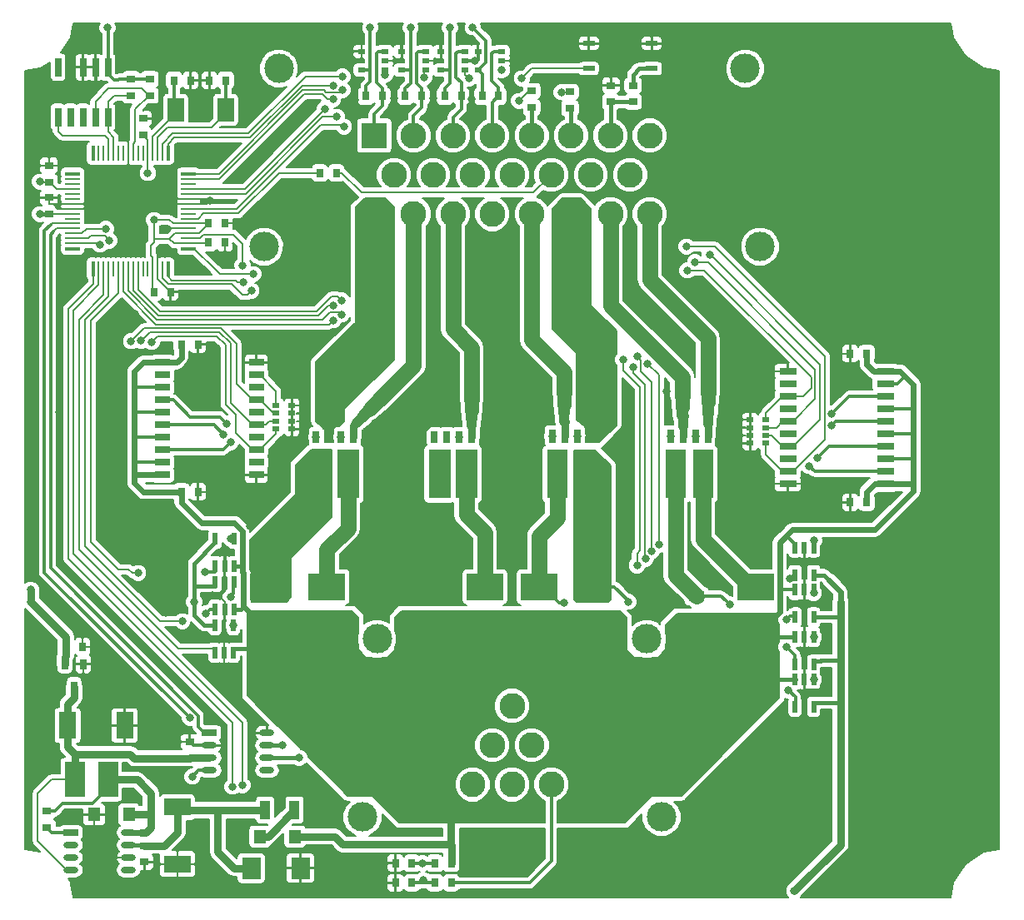
<source format=gtl>
G04 #@! TF.GenerationSoftware,KiCad,Pcbnew,(2017-01-11 revision e99b79c)-master*
G04 #@! TF.CreationDate,2017-07-03T16:39:02+03:00*
G04 #@! TF.ProjectId,esb,6573622E6B696361645F706362000000,rev?*
G04 #@! TF.FileFunction,Copper,L1,Top,Signal*
G04 #@! TF.FilePolarity,Positive*
%FSLAX46Y46*%
G04 Gerber Fmt 4.6, Leading zero omitted, Abs format (unit mm)*
G04 Created by KiCad (PCBNEW (2017-01-11 revision e99b79c)-master) date Mon Jul  3 16:39:02 2017*
%MOMM*%
%LPD*%
G01*
G04 APERTURE LIST*
%ADD10C,0.100000*%
%ADD11R,0.500000X1.200000*%
%ADD12R,0.700000X0.600000*%
%ADD13R,0.800000X0.500000*%
%ADD14R,0.762000X0.939800*%
%ADD15R,0.650000X1.200000*%
%ADD16R,2.300000X5.000000*%
%ADD17R,2.700000X1.800000*%
%ADD18R,2.000000X3.600000*%
%ADD19R,1.297940X1.399540*%
%ADD20R,0.939800X0.762000*%
%ADD21O,1.524000X0.635000*%
%ADD22R,1.524000X0.635000*%
%ADD23R,0.398780X1.498600*%
%ADD24R,0.279400X1.498600*%
%ADD25R,1.498600X0.398780*%
%ADD26R,1.498600X0.279400*%
%ADD27R,2.623820X2.623820*%
%ADD28C,2.623820*%
%ADD29C,2.999740*%
%ADD30R,1.800000X2.700000*%
%ADD31R,0.998220X1.899920*%
%ADD32R,0.647700X1.049020*%
%ADD33R,1.699260X2.397760*%
%ADD34R,1.200000X0.500000*%
%ADD35R,1.524000X0.762000*%
%ADD36R,1.900000X2.179320*%
%ADD37R,3.700000X2.700000*%
%ADD38R,1.600000X1.000000*%
%ADD39R,1.800000X0.762000*%
%ADD40R,0.650000X1.400000*%
%ADD41R,2.100000X5.000000*%
%ADD42R,0.635000X1.905000*%
%ADD43C,0.800000*%
%ADD44C,0.300000*%
%ADD45C,0.200000*%
%ADD46C,0.400000*%
%ADD47C,0.600000*%
%ADD48C,0.800000*%
%ADD49C,1.600000*%
%ADD50C,1.400000*%
%ADD51C,1.200000*%
%ADD52C,1.000000*%
G04 APERTURE END LIST*
D10*
D11*
X137850000Y-102000000D03*
X139750000Y-102000000D03*
X139750000Y-104800000D03*
X138800000Y-104800000D03*
X137850000Y-104800000D03*
D12*
X193800000Y-89900000D03*
X192200000Y-89900000D03*
X193800000Y-90700000D03*
X192200000Y-90700000D03*
X193800000Y-91500000D03*
X192200000Y-91500000D03*
X193800000Y-92300000D03*
X192200000Y-92300000D03*
D13*
X152700000Y-54350000D03*
X152700000Y-52450000D03*
X155100000Y-52450000D03*
X155100000Y-53400000D03*
X155100000Y-54350000D03*
D14*
X156161800Y-137000000D03*
X157838200Y-137000000D03*
X161838200Y-137000000D03*
X160161800Y-137000000D03*
D15*
X151905000Y-91675000D03*
X150635000Y-91675000D03*
X149365000Y-91675000D03*
X148095000Y-91675000D03*
D16*
X151350000Y-95425000D03*
X148650000Y-95425000D03*
D14*
X157838200Y-135000000D03*
X156161800Y-135000000D03*
X161838200Y-135000000D03*
X160161800Y-135000000D03*
D17*
X134000000Y-135100000D03*
X134000000Y-129300000D03*
D18*
X126950000Y-126500000D03*
X123550000Y-126500000D03*
D14*
X136088200Y-82250000D03*
X134411800Y-82250000D03*
X136088200Y-97250000D03*
X134411800Y-97250000D03*
D19*
X145930600Y-132300000D03*
X142400000Y-132300000D03*
D20*
X135250000Y-124338200D03*
X135250000Y-122661800D03*
X129300000Y-56938200D03*
X129300000Y-55261800D03*
X131200000Y-56938200D03*
X131200000Y-55261800D03*
X178050000Y-55900000D03*
X178050000Y-57576400D03*
D21*
X143092000Y-121750000D03*
X143092000Y-123020000D03*
X143092000Y-124290000D03*
X143092000Y-125560000D03*
X137250000Y-125560000D03*
X137250000Y-124290000D03*
X137250000Y-123020000D03*
D22*
X137250000Y-121750000D03*
D23*
X125440000Y-74597880D03*
D24*
X126001340Y-74597880D03*
X126501720Y-74597880D03*
X127002100Y-74597880D03*
X127502480Y-74597880D03*
X128000320Y-74597880D03*
X128500700Y-74597880D03*
X129001080Y-74597880D03*
X129498920Y-74597880D03*
X129999300Y-74597880D03*
X130499680Y-74597880D03*
X130997520Y-74597880D03*
X131497900Y-74597880D03*
X131998280Y-74597880D03*
X132498660Y-74597880D03*
D23*
X133060000Y-74597880D03*
D25*
X135147880Y-72510000D03*
D26*
X135147880Y-71948660D03*
X135147880Y-71448280D03*
X135147880Y-70947900D03*
X135147880Y-70447520D03*
X135147880Y-69949680D03*
X135147880Y-69449300D03*
X135147880Y-68948920D03*
X135147880Y-68451080D03*
X135147880Y-67950700D03*
X135147880Y-67450320D03*
X135147880Y-66952480D03*
X135147880Y-66452100D03*
X135147880Y-65951720D03*
X135147880Y-65451340D03*
D25*
X135147880Y-64890000D03*
D23*
X133060000Y-62802120D03*
D24*
X132498660Y-62802120D03*
X131998280Y-62802120D03*
X131497900Y-62802120D03*
X130997520Y-62802120D03*
X130499680Y-62802120D03*
X129999300Y-62802120D03*
X129498920Y-62802120D03*
X129001080Y-62802120D03*
X128500700Y-62802120D03*
X128000320Y-62802120D03*
X127502480Y-62802120D03*
X127002100Y-62802120D03*
X126501720Y-62802120D03*
X126001340Y-62802120D03*
D23*
X125440000Y-62802120D03*
D25*
X123352120Y-64890000D03*
D26*
X123352120Y-65451340D03*
X123352120Y-65951720D03*
X123352120Y-66452100D03*
X123352120Y-66952480D03*
X123352120Y-67450320D03*
X123352120Y-67950700D03*
X123352120Y-68451080D03*
X123352120Y-68948920D03*
X123352120Y-69449300D03*
X123352120Y-69949680D03*
X123352120Y-70447520D03*
X123352120Y-70947900D03*
X123352120Y-71448280D03*
X123352120Y-71948660D03*
D25*
X123352120Y-72510000D03*
D27*
X164002040Y-119002040D03*
D28*
X168000000Y-119002040D03*
X171997960Y-119002040D03*
X166001020Y-123000000D03*
X169998980Y-123000000D03*
X164002040Y-126997960D03*
X168000000Y-126997960D03*
X171997960Y-126997960D03*
D29*
X154301780Y-112202460D03*
X181698220Y-112202460D03*
X183199360Y-130299960D03*
X152800640Y-130299960D03*
X193199340Y-72299960D03*
X142800660Y-72299960D03*
X191698200Y-54202460D03*
X144301800Y-54202460D03*
D28*
X181997940Y-68997960D03*
X177999980Y-68997960D03*
X173999480Y-68997960D03*
X169998980Y-68997960D03*
X166001020Y-68997960D03*
X162000520Y-68997960D03*
X158000020Y-68997960D03*
X154002060Y-68997960D03*
X179998960Y-65000000D03*
X175998460Y-65000000D03*
X171997960Y-65000000D03*
X168000000Y-65000000D03*
X164002040Y-65000000D03*
X160001540Y-65000000D03*
X156001040Y-65000000D03*
X181997940Y-61002040D03*
X177999980Y-61002040D03*
X173999480Y-61002040D03*
X169998980Y-61002040D03*
X166001020Y-61002040D03*
X162000520Y-61002040D03*
X158000020Y-61002040D03*
D27*
X154002060Y-61002040D03*
D20*
X120750000Y-129711800D03*
X120750000Y-131388200D03*
D30*
X122850000Y-121000000D03*
X128650000Y-121000000D03*
D14*
X122661800Y-113000000D03*
X124338200Y-113000000D03*
D20*
X120950000Y-67311800D03*
X120950000Y-68988200D03*
X120950000Y-65738200D03*
X120950000Y-64061800D03*
D14*
X131611800Y-76900000D03*
X133288200Y-76900000D03*
X137161800Y-69900000D03*
X138838200Y-69900000D03*
D20*
X130500000Y-59261800D03*
X130500000Y-60938200D03*
D14*
X138838200Y-71900000D03*
X137161800Y-71900000D03*
X138938200Y-55400000D03*
X137261800Y-55400000D03*
D31*
X145898600Y-129600000D03*
X142901400Y-129600000D03*
D14*
X150138200Y-64800000D03*
X148461800Y-64800000D03*
D20*
X170000000Y-58138200D03*
X170000000Y-56461800D03*
X173900000Y-58238200D03*
X173900000Y-56561800D03*
X180300000Y-57576400D03*
X180300000Y-55900000D03*
D14*
X158838200Y-57000000D03*
X157161800Y-57000000D03*
X166638200Y-57000000D03*
X164961800Y-57000000D03*
D13*
X159200000Y-54350000D03*
X159200000Y-53400000D03*
X159200000Y-52450000D03*
X156800000Y-52450000D03*
X156800000Y-54350000D03*
X164543785Y-54350000D03*
X164543785Y-52450000D03*
X166943785Y-52450000D03*
X166943785Y-53400000D03*
X166943785Y-54350000D03*
D22*
X123179000Y-131895000D03*
D21*
X123179000Y-133165000D03*
X123179000Y-134435000D03*
X123179000Y-135705000D03*
X129021000Y-135705000D03*
X129021000Y-134435000D03*
X129021000Y-133165000D03*
X129021000Y-131895000D03*
D32*
X124449960Y-114750000D03*
X122550040Y-114750000D03*
X123500000Y-117046160D03*
D33*
X138901564Y-58400000D03*
X133821564Y-58400000D03*
D20*
X130650000Y-133211800D03*
X130650000Y-134888200D03*
D34*
X182200000Y-54190000D03*
X182200000Y-51650000D03*
X175800000Y-51650000D03*
X175800000Y-54190000D03*
D35*
X142012500Y-95515000D03*
X142012500Y-94245000D03*
X142012500Y-92975000D03*
X142012500Y-91705000D03*
X142012500Y-90435000D03*
X142012500Y-89165000D03*
X142012500Y-87895000D03*
X142012500Y-86625000D03*
X142012500Y-85355000D03*
X142012500Y-84085000D03*
X132487500Y-84085000D03*
X132487500Y-85355000D03*
X132487500Y-86625000D03*
X132487500Y-87895000D03*
X132487500Y-89165000D03*
X132487500Y-90435000D03*
X132487500Y-91705000D03*
X132487500Y-92975000D03*
X132487500Y-94245000D03*
X132487500Y-95515000D03*
D15*
X163905000Y-91675000D03*
X162635000Y-91675000D03*
X161365000Y-91675000D03*
X160095000Y-91675000D03*
D16*
X163350000Y-95425000D03*
X160650000Y-95425000D03*
D14*
X133661800Y-55400000D03*
X135338200Y-55400000D03*
D12*
X144025000Y-90850000D03*
X145625000Y-90850000D03*
X144025000Y-90050000D03*
X145625000Y-90050000D03*
X144025000Y-89250000D03*
X145625000Y-89250000D03*
X144025000Y-88450000D03*
X145625000Y-88450000D03*
D14*
X202361800Y-98300000D03*
X204038200Y-98300000D03*
X204038200Y-83200000D03*
X202361800Y-83200000D03*
D36*
X146500000Y-135500000D03*
X141500000Y-135500000D03*
D19*
X129065300Y-130050000D03*
X125534700Y-130050000D03*
D37*
X149200000Y-111900000D03*
X149200000Y-106900000D03*
X143200000Y-106900000D03*
X143200000Y-111900000D03*
X165250000Y-111900000D03*
X165250000Y-106900000D03*
X176250000Y-106900000D03*
X176250000Y-111900000D03*
X170750000Y-111900000D03*
X170750000Y-106900000D03*
X192750000Y-111900000D03*
X192750000Y-106900000D03*
D38*
X186750000Y-107850000D03*
X186750000Y-111050000D03*
D14*
X154838200Y-57000000D03*
X153161800Y-57000000D03*
X161161800Y-57000000D03*
X162838200Y-57000000D03*
D39*
X196025000Y-84990000D03*
X196025000Y-86260000D03*
X196025000Y-87530000D03*
X196025000Y-88800000D03*
X196025000Y-90070000D03*
X196025000Y-91340000D03*
X196025000Y-92610000D03*
X196025000Y-93880000D03*
X196025000Y-95150000D03*
X196025000Y-96420000D03*
X205950000Y-96420000D03*
X205950000Y-95150000D03*
X205950000Y-93880000D03*
X205950000Y-92610000D03*
X205950000Y-91340000D03*
X205950000Y-90070000D03*
X205950000Y-88800000D03*
X205950000Y-87530000D03*
X205950000Y-86260000D03*
X205950000Y-84990000D03*
D40*
X187905000Y-91575000D03*
X186635000Y-91575000D03*
X185365000Y-91575000D03*
X184095000Y-91575000D03*
D41*
X187400000Y-95425000D03*
X184600000Y-95425000D03*
X172600000Y-95425000D03*
X175400000Y-95425000D03*
D40*
X172095000Y-91575000D03*
X173365000Y-91575000D03*
X174635000Y-91575000D03*
X175905000Y-91575000D03*
D13*
X163200000Y-54350000D03*
X163200000Y-53400000D03*
X163200000Y-52450000D03*
X160800000Y-52450000D03*
X160800000Y-54350000D03*
D11*
X137800000Y-113600000D03*
X138750000Y-113600000D03*
X139700000Y-113600000D03*
X139700000Y-110800000D03*
X137800000Y-110800000D03*
X137850000Y-106400000D03*
X139750000Y-106400000D03*
X139750000Y-109200000D03*
X138800000Y-109200000D03*
X137850000Y-109200000D03*
X198650000Y-114800000D03*
X196750000Y-114800000D03*
X196750000Y-112000000D03*
X197700000Y-112000000D03*
X198650000Y-112000000D03*
X198650000Y-119100000D03*
X196750000Y-119100000D03*
X196750000Y-116300000D03*
X197700000Y-116300000D03*
X198650000Y-116300000D03*
X198650000Y-102900000D03*
X197700000Y-102900000D03*
X196750000Y-102900000D03*
X196750000Y-105700000D03*
X198650000Y-105700000D03*
X198650000Y-107200000D03*
X197700000Y-107200000D03*
X196750000Y-107200000D03*
X196750000Y-110000000D03*
X198650000Y-110000000D03*
D42*
X126940000Y-54060000D03*
X126940000Y-59140000D03*
X125670000Y-54060000D03*
X125670000Y-59140000D03*
X124400000Y-54060000D03*
X124400000Y-59140000D03*
X123130000Y-59140000D03*
X121860000Y-54060000D03*
X121860000Y-59140000D03*
D43*
X137600000Y-107800000D03*
X138800000Y-103300000D03*
X141391587Y-100771736D03*
X132800000Y-109500000D03*
X194600000Y-100700000D03*
X189800000Y-100400000D03*
X168100000Y-71300000D03*
X176000000Y-57700000D03*
X168500000Y-53700000D03*
X163900000Y-57300000D03*
X160000000Y-57200000D03*
X156000000Y-57200000D03*
X152000000Y-57400000D03*
X149600000Y-51100000D03*
X122900000Y-56500000D03*
X128600000Y-51800000D03*
X136500000Y-58400000D03*
X137900000Y-62700000D03*
X147000000Y-58400000D03*
X140600000Y-65000000D03*
X144700000Y-66200000D03*
X150600000Y-71000000D03*
X138100000Y-128300000D03*
X143100000Y-127300000D03*
X148000000Y-130400000D03*
X159500000Y-131900000D03*
X163100000Y-132200000D03*
X170900000Y-132000000D03*
X173300000Y-132400000D03*
X185400000Y-136000000D03*
X196800000Y-78300000D03*
X198800000Y-65400000D03*
X182200000Y-57400000D03*
X191500000Y-50400000D03*
X211400000Y-50300000D03*
X216700000Y-54800000D03*
X216800000Y-64900000D03*
X216600000Y-84400000D03*
X216500000Y-100100000D03*
X216600000Y-115200000D03*
X216500000Y-132800000D03*
X199700000Y-137600000D03*
X199600000Y-132400000D03*
X202600000Y-130000000D03*
X202700000Y-112300000D03*
X199900000Y-117300000D03*
X196300000Y-108700000D03*
X199900000Y-108700000D03*
X200300000Y-102700000D03*
X204000000Y-99700000D03*
X193300000Y-104500000D03*
X186800000Y-105100000D03*
X179100000Y-105800000D03*
X179600000Y-93300000D03*
X190200000Y-93800000D03*
X190100000Y-88000000D03*
X194300000Y-83600000D03*
X185900000Y-76600000D03*
X184100000Y-71300000D03*
X179900000Y-71200000D03*
X180200000Y-76500000D03*
X186100000Y-83700000D03*
X183700000Y-87000000D03*
X179700000Y-87200000D03*
X171500000Y-89400000D03*
X168000000Y-104100000D03*
X165400000Y-89800000D03*
X163900000Y-80000000D03*
X168400000Y-80000000D03*
X168400000Y-75800000D03*
X163900000Y-75800000D03*
X164000000Y-71400000D03*
X160000000Y-71200000D03*
X160000000Y-75800000D03*
X160100000Y-79800000D03*
X156000000Y-89000000D03*
X162200000Y-89100000D03*
X158800000Y-92200000D03*
X153400000Y-92200000D03*
X152300000Y-108100000D03*
X161400000Y-108100000D03*
X162400000Y-104300000D03*
X151000000Y-104400000D03*
X145000000Y-93800000D03*
X146900000Y-89200000D03*
X147300000Y-77300000D03*
X149300000Y-81300000D03*
X141000000Y-81400000D03*
X130000000Y-72600000D03*
X129700000Y-79100000D03*
X126600000Y-79900000D03*
X122200000Y-76100000D03*
X126400000Y-89000000D03*
X122000000Y-89100000D03*
X120300000Y-106700000D03*
X122100000Y-104500000D03*
X128400000Y-103700000D03*
X136800000Y-112200000D03*
X136100000Y-114300000D03*
X141800000Y-120300000D03*
X137700000Y-120200000D03*
X127600000Y-110100000D03*
X123300000Y-110100000D03*
X133600000Y-121900000D03*
X121000000Y-124900000D03*
X129200000Y-128100000D03*
X122700000Y-130400000D03*
X131300000Y-136300000D03*
X144700000Y-135600000D03*
X137300000Y-67652490D03*
X134500000Y-77100000D03*
X138800000Y-73900000D03*
X137600000Y-82400000D03*
X160600000Y-51300000D03*
X156600000Y-51200000D03*
X164200000Y-53400000D03*
X128700000Y-60600000D03*
X132200000Y-72600000D03*
X129000000Y-64700000D03*
X132700000Y-68200000D03*
X133000000Y-70500000D03*
X125400000Y-68500000D03*
X154900000Y-135000000D03*
X153600000Y-50000000D03*
X157700000Y-50000000D03*
X161700000Y-50000000D03*
X126900000Y-50000000D03*
X131600000Y-69600000D03*
X131000000Y-64800000D03*
X120000000Y-65700000D03*
X120000000Y-69000000D03*
X196700000Y-137800000D03*
X135700000Y-108400000D03*
X164000000Y-50000000D03*
X119100000Y-107200000D03*
X119100000Y-108400000D03*
X144700000Y-123000000D03*
X146400000Y-124300000D03*
X140600000Y-127100000D03*
X158900000Y-135000000D03*
X139600000Y-127200000D03*
X159000000Y-136700000D03*
X135239345Y-120200020D03*
X135500000Y-126200000D03*
X155100000Y-54799968D03*
X150807439Y-54999979D03*
X149800000Y-55900000D03*
X159100000Y-55100000D03*
X149806016Y-57300011D03*
X166943785Y-54350000D03*
X173000000Y-56600000D03*
X150900000Y-60100000D03*
X141700000Y-75100000D03*
X188100002Y-73100000D03*
X169000000Y-55200000D03*
X149000000Y-58300000D03*
X198650000Y-116300000D03*
X149800000Y-79800000D03*
X180700000Y-104699988D03*
X179300000Y-83800000D03*
X181548008Y-104069995D03*
X198650000Y-112000000D03*
X150661428Y-79192096D03*
X180300000Y-84600000D03*
X198700000Y-102200000D03*
X182928070Y-102599886D03*
X181800000Y-84200000D03*
X150700000Y-77792085D03*
X150200000Y-59100000D03*
X168700000Y-57500000D03*
X195900000Y-113000000D03*
X179800000Y-108400000D03*
X195900000Y-113000000D03*
X173300000Y-108500000D03*
X196100000Y-117400000D03*
X196231671Y-106063342D03*
X192750000Y-106900000D03*
X140600000Y-74200000D03*
X185700000Y-72300000D03*
X141500000Y-76800012D03*
X185800000Y-74700000D03*
X140700000Y-75900012D03*
X186600000Y-73900000D03*
X162635000Y-91675000D03*
X139000000Y-90300000D03*
X150635000Y-91675000D03*
X139400000Y-92200000D03*
X148095000Y-91675000D03*
X138700000Y-91400000D03*
X149806022Y-78299988D03*
X180700012Y-83500000D03*
X182207120Y-103292890D03*
X198650000Y-107500000D03*
X131400000Y-82000000D03*
X126730254Y-70512215D03*
X130306104Y-81889568D03*
X127100000Y-71700000D03*
X129306159Y-81901080D03*
X126100000Y-72100000D03*
X139700000Y-110800000D03*
X149200000Y-106900000D03*
X139400000Y-107900000D03*
X143200000Y-106900000D03*
X139400000Y-102000000D03*
X165250000Y-106900000D03*
X190100000Y-108700000D03*
X195900000Y-110200000D03*
X134500000Y-110400000D03*
X136900000Y-109600000D03*
X130000000Y-105500000D03*
X136800000Y-105400000D03*
X150806404Y-56399990D03*
X163600000Y-55200000D03*
X198200000Y-94600000D03*
X184095000Y-91575000D03*
X186635000Y-91575000D03*
X199000000Y-93800000D03*
X200500010Y-90500000D03*
X172095000Y-91575000D03*
X200500010Y-89300402D03*
X174635000Y-91575000D03*
D44*
X125670000Y-55830000D02*
X125000000Y-56500000D01*
X125000000Y-56500000D02*
X122900000Y-56500000D01*
X125670000Y-54060000D02*
X125670000Y-55830000D01*
D45*
X138800000Y-109200000D02*
X138800000Y-108400000D01*
X138800000Y-108400000D02*
X138200000Y-107800000D01*
X138200000Y-107800000D02*
X138165685Y-107800000D01*
X138165685Y-107800000D02*
X137600000Y-107800000D01*
X138800000Y-107300000D02*
X138300000Y-107800000D01*
X138300000Y-107800000D02*
X137600000Y-107800000D01*
X138800000Y-104800000D02*
X138800000Y-107300000D01*
D44*
X138800000Y-104800000D02*
X138800000Y-103300000D01*
D45*
X141791586Y-100371737D02*
X141391587Y-100771736D01*
X145000000Y-93800000D02*
X145000000Y-97163323D01*
X145000000Y-97163323D02*
X141791586Y-100371737D01*
X131900001Y-103300001D02*
X132800000Y-104200000D01*
X132800000Y-104200000D02*
X132800000Y-109500000D01*
X128400000Y-103700000D02*
X128799999Y-103300001D01*
X128799999Y-103300001D02*
X131900001Y-103300001D01*
X164000000Y-71400000D02*
X168000000Y-71400000D01*
X168000000Y-71400000D02*
X168100000Y-71300000D01*
X177300000Y-55100000D02*
X176000000Y-56400000D01*
X176000000Y-56400000D02*
X176000000Y-57700000D01*
X177300000Y-53900000D02*
X177300000Y-55100000D01*
X176700000Y-53300000D02*
X177300000Y-53900000D01*
X176300002Y-53300000D02*
X176700000Y-53300000D01*
X170000000Y-52900000D02*
X175900002Y-52900000D01*
X175900002Y-52900000D02*
X176300002Y-53300000D01*
X169200000Y-53700000D02*
X170000000Y-52900000D01*
X168500000Y-53700000D02*
X169200000Y-53700000D01*
X151700000Y-53200000D02*
X151700000Y-57100000D01*
X151700000Y-57100000D02*
X152000000Y-57400000D01*
X149600000Y-51100000D02*
X151700000Y-53200000D01*
X140600000Y-65000000D02*
X147000000Y-58600000D01*
X147000000Y-58600000D02*
X147000000Y-58400000D01*
X147300000Y-77300000D02*
X147300000Y-74300000D01*
X147300000Y-74300000D02*
X150600000Y-71000000D01*
X141534315Y-128300000D02*
X138100000Y-128300000D01*
X143100000Y-127300000D02*
X142534315Y-127300000D01*
X142534315Y-127300000D02*
X141534315Y-128300000D01*
X170900000Y-132000000D02*
X163300000Y-132000000D01*
X163300000Y-132000000D02*
X163100000Y-132200000D01*
X199600000Y-132400000D02*
X189000000Y-132400000D01*
X189000000Y-132400000D02*
X185400000Y-136000000D01*
X198800000Y-65400000D02*
X196800000Y-67400000D01*
X196800000Y-67400000D02*
X196800000Y-78300000D01*
X191500000Y-50400000D02*
X184500000Y-57400000D01*
X184500000Y-57400000D02*
X182200000Y-57400000D01*
X215700000Y-55600000D02*
X211400000Y-51300000D01*
X211400000Y-51300000D02*
X211400000Y-50300000D01*
X215900000Y-55600000D02*
X215700000Y-55600000D01*
X216700000Y-54800000D02*
X215900000Y-55600000D01*
X216600000Y-84400000D02*
X216600000Y-65100000D01*
X216600000Y-65100000D02*
X216800000Y-64900000D01*
X216600000Y-115200000D02*
X216600000Y-100200000D01*
X216600000Y-100200000D02*
X216500000Y-100100000D01*
X199700000Y-137600000D02*
X204500000Y-132800000D01*
X204500000Y-132800000D02*
X216500000Y-132800000D01*
X202700000Y-112300000D02*
X202700000Y-129900000D01*
X202700000Y-129900000D02*
X202600000Y-130000000D01*
X197752755Y-117247245D02*
X197805510Y-117300000D01*
X197805510Y-117300000D02*
X199900000Y-117300000D01*
X197752755Y-116300000D02*
X197752755Y-117247245D01*
X197752755Y-115700000D02*
X197752755Y-116300000D01*
X199900000Y-108700000D02*
X196300000Y-108700000D01*
X193300000Y-100700000D02*
X194300000Y-99700000D01*
X194300000Y-99700000D02*
X204000000Y-99700000D01*
X193300000Y-104500000D02*
X193300000Y-100700000D01*
X179600000Y-93300000D02*
X179600000Y-105300000D01*
X179600000Y-105300000D02*
X179100000Y-105800000D01*
X190100000Y-88000000D02*
X190100000Y-93700000D01*
X190100000Y-93700000D02*
X190200000Y-93800000D01*
X184100000Y-75100000D02*
X185600000Y-76600000D01*
X185600000Y-76600000D02*
X185900000Y-76600000D01*
X184100000Y-71300000D02*
X184100000Y-75100000D01*
X180200000Y-76500000D02*
X180200000Y-71500000D01*
X180200000Y-71500000D02*
X179900000Y-71200000D01*
X169100000Y-103000000D02*
X169100000Y-91800000D01*
X169100000Y-91800000D02*
X171500000Y-89400000D01*
X168000000Y-104100000D02*
X169100000Y-103000000D01*
X165800000Y-80000000D02*
X165400000Y-80400000D01*
X165400000Y-80400000D02*
X165400000Y-89800000D01*
X163900000Y-80000000D02*
X165800000Y-80000000D01*
X168400000Y-75800000D02*
X168400000Y-80000000D01*
X164000000Y-71400000D02*
X164000000Y-75700000D01*
X164000000Y-75700000D02*
X163900000Y-75800000D01*
X160000000Y-75800000D02*
X160000000Y-71200000D01*
X160100000Y-79800000D02*
X160100000Y-75900000D01*
X160100000Y-75900000D02*
X160000000Y-75800000D01*
X157699999Y-88600001D02*
X160100000Y-86200000D01*
X160100000Y-86200000D02*
X160100000Y-79800000D01*
X156000000Y-89000000D02*
X156399999Y-88600001D01*
X156399999Y-88600001D02*
X157699999Y-88600001D01*
X158800000Y-92200000D02*
X158800000Y-91504998D01*
X158800000Y-91504998D02*
X161204998Y-89100000D01*
X161204998Y-89100000D02*
X162200000Y-89100000D01*
X152300000Y-108100000D02*
X153400000Y-107000000D01*
X153400000Y-107000000D02*
X153400000Y-92200000D01*
X162400000Y-104300000D02*
X161400000Y-105300000D01*
X161400000Y-105300000D02*
X161400000Y-108100000D01*
X146900000Y-89200000D02*
X146800000Y-89300000D01*
X146800000Y-89300000D02*
X146800000Y-92000000D01*
X146800000Y-92000000D02*
X145000000Y-93800000D01*
X141000000Y-81400000D02*
X149200000Y-81400000D01*
X149200000Y-81400000D02*
X149300000Y-81300000D01*
X130000000Y-72600000D02*
X129434315Y-72600000D01*
X129434315Y-72600000D02*
X128934315Y-73100000D01*
X126600000Y-79900000D02*
X127400000Y-79100000D01*
X127400000Y-79100000D02*
X129700000Y-79100000D01*
X133600000Y-121900000D02*
X133600000Y-120400000D01*
X133600000Y-120400000D02*
X123300000Y-110100000D01*
X146500000Y-135500000D02*
X144800000Y-135500000D01*
X144800000Y-135500000D02*
X144700000Y-135600000D01*
X137097830Y-67450320D02*
X137300000Y-67652490D01*
X135147880Y-67450320D02*
X137097830Y-67450320D01*
X135147880Y-67950700D02*
X137001790Y-67950700D01*
X137001790Y-67950700D02*
X137300000Y-67652490D01*
X133288200Y-76900000D02*
X134300000Y-76900000D01*
X134300000Y-76900000D02*
X134500000Y-77100000D01*
X138838200Y-71900000D02*
X138838200Y-73861800D01*
X138838200Y-73861800D02*
X138800000Y-73900000D01*
X131998280Y-75610080D02*
X133288200Y-76900000D01*
X131998280Y-74597880D02*
X131998280Y-75610080D01*
X136088200Y-82250000D02*
X137450000Y-82250000D01*
X137450000Y-82250000D02*
X137600000Y-82400000D01*
D44*
X137250000Y-123020000D02*
X135608200Y-123020000D01*
X135608200Y-123020000D02*
X135250000Y-122661800D01*
X160700000Y-51300000D02*
X160600000Y-51300000D01*
X160800000Y-51400000D02*
X160700000Y-51300000D01*
X160800000Y-52450000D02*
X160800000Y-51400000D01*
X156800000Y-52450000D02*
X156800000Y-51400000D01*
X156800000Y-51400000D02*
X156600000Y-51200000D01*
X164543785Y-52450000D02*
X164543785Y-53056215D01*
X164543785Y-53056215D02*
X164200000Y-53400000D01*
X163200000Y-53400000D02*
X164200000Y-53400000D01*
D45*
X129001080Y-60901080D02*
X128700000Y-60600000D01*
X129001080Y-62802120D02*
X129001080Y-60901080D01*
X131998280Y-72801720D02*
X132200000Y-72600000D01*
X131998280Y-74597880D02*
X131998280Y-72801720D01*
X129001080Y-62802120D02*
X129001080Y-64698920D01*
X129001080Y-64698920D02*
X129000000Y-64700000D01*
X135147880Y-67450320D02*
X133449680Y-67450320D01*
X133449680Y-67450320D02*
X132700000Y-68200000D01*
X135147880Y-67950700D02*
X132949300Y-67950700D01*
X132949300Y-67950700D02*
X132700000Y-68200000D01*
X135147880Y-70447520D02*
X133052480Y-70447520D01*
X133052480Y-70447520D02*
X133000000Y-70500000D01*
X123352120Y-67950700D02*
X124850700Y-67950700D01*
X124850700Y-67950700D02*
X125400000Y-68500000D01*
X123352120Y-68451080D02*
X125351080Y-68451080D01*
X125351080Y-68451080D02*
X125400000Y-68500000D01*
X123352120Y-68451080D02*
X121851080Y-68451080D01*
X121851080Y-68451080D02*
X121350700Y-67950700D01*
X121350700Y-67950700D02*
X121200000Y-67950700D01*
X123352120Y-67950700D02*
X121200000Y-67950700D01*
X121200000Y-67950700D02*
X121007900Y-67950700D01*
X121007900Y-67950700D02*
X120950000Y-67892800D01*
X120950000Y-67892800D02*
X120950000Y-67311800D01*
X156161800Y-135000000D02*
X154900000Y-135000000D01*
D46*
X137850000Y-102000000D02*
X137850000Y-102350000D01*
X137850000Y-102350000D02*
X135700000Y-104500000D01*
X135700000Y-104500000D02*
X135700000Y-106800000D01*
D45*
X135147880Y-70947900D02*
X136202800Y-70947900D01*
X136202800Y-70947900D02*
X137161800Y-69988900D01*
X137161800Y-69988900D02*
X137161800Y-69900000D01*
D44*
X153600000Y-55500000D02*
X153600000Y-54400000D01*
X153600000Y-54400000D02*
X153600000Y-50000000D01*
X152700000Y-54350000D02*
X153550000Y-54350000D01*
X153550000Y-54350000D02*
X153600000Y-54400000D01*
X153161800Y-55938200D02*
X153600000Y-55500000D01*
X153161800Y-57000000D02*
X153161800Y-55938200D01*
D46*
X198662755Y-105684160D02*
X199684160Y-105684160D01*
X199684160Y-105684160D02*
X200200000Y-106200000D01*
D47*
X201380799Y-107380799D02*
X200200000Y-106200000D01*
X201380799Y-107380799D02*
X201380799Y-108400000D01*
D48*
X201380799Y-110000000D02*
X201380799Y-108400000D01*
X201380799Y-114400000D02*
X201380799Y-110000000D01*
D46*
X201330799Y-109950000D02*
X201380799Y-110000000D01*
X198700000Y-109950000D02*
X201330799Y-109950000D01*
D44*
X157700000Y-55691900D02*
X157700000Y-54400000D01*
X157700000Y-54400000D02*
X157700000Y-50000000D01*
X156800000Y-54350000D02*
X157650000Y-54350000D01*
X157650000Y-54350000D02*
X157700000Y-54400000D01*
X157161800Y-57000000D02*
X157161800Y-56230100D01*
X157161800Y-56230100D02*
X157700000Y-55691900D01*
X161700000Y-55691900D02*
X161700000Y-54300000D01*
X161700000Y-54300000D02*
X161700000Y-50000000D01*
X160800000Y-54350000D02*
X161650000Y-54350000D01*
X161650000Y-54350000D02*
X161700000Y-54300000D01*
X161161800Y-57000000D02*
X161161800Y-56230100D01*
X161161800Y-56230100D02*
X161700000Y-55691900D01*
X164543785Y-54350000D02*
X165343786Y-53549999D01*
X165343786Y-53549999D02*
X165343786Y-51343786D01*
X165343786Y-51343786D02*
X164000000Y-50000000D01*
X164961800Y-57000000D02*
X164961800Y-54768015D01*
X164961800Y-54768015D02*
X164543785Y-54350000D01*
X129300000Y-55261800D02*
X128101800Y-55261800D01*
X128101800Y-55261800D02*
X128011100Y-55352500D01*
X128011100Y-55352500D02*
X127557500Y-55352500D01*
X127557500Y-55352500D02*
X126940000Y-54735000D01*
X126940000Y-54735000D02*
X126940000Y-54100000D01*
X131200000Y-55261800D02*
X129300000Y-55261800D01*
X126940000Y-54100000D02*
X126940000Y-50040000D01*
X126940000Y-50040000D02*
X126900000Y-50000000D01*
D45*
X135147880Y-71948660D02*
X133648660Y-71948660D01*
X133648660Y-71948660D02*
X133200000Y-71500000D01*
X131300000Y-73200000D02*
X131497900Y-73397900D01*
X131497900Y-73397900D02*
X131497900Y-74597880D01*
X131300000Y-72200000D02*
X131300000Y-73200000D01*
X131600000Y-71900000D02*
X131300000Y-72200000D01*
X131600000Y-71500000D02*
X131600000Y-71900000D01*
X131600000Y-71500000D02*
X131600000Y-69600000D01*
X133200000Y-71500000D02*
X131600000Y-71500000D01*
X133752100Y-70947900D02*
X133200000Y-71500000D01*
X135147880Y-70947900D02*
X133752100Y-70947900D01*
X133200000Y-69600000D02*
X133549680Y-69949680D01*
X133549680Y-69949680D02*
X135147880Y-69949680D01*
X131600000Y-69600000D02*
X133200000Y-69600000D01*
X130997520Y-62802120D02*
X130997520Y-64797520D01*
X130997520Y-64797520D02*
X131000000Y-64800000D01*
X130997520Y-62802120D02*
X130997520Y-61435720D01*
X130997520Y-61435720D02*
X130500000Y-60938200D01*
X135147880Y-71948660D02*
X137113140Y-71948660D01*
X137113140Y-71948660D02*
X137161800Y-71900000D01*
X135147880Y-69949680D02*
X137112120Y-69949680D01*
X137112120Y-69949680D02*
X137161800Y-69900000D01*
X120950000Y-65738200D02*
X120038200Y-65738200D01*
X120038200Y-65738200D02*
X120000000Y-65700000D01*
X123352120Y-66452100D02*
X121752800Y-66452100D01*
X121752800Y-66452100D02*
X121038900Y-65738200D01*
X121038900Y-65738200D02*
X120950000Y-65738200D01*
X123352120Y-68948920D02*
X120989280Y-68948920D01*
X120989280Y-68948920D02*
X120950000Y-68988200D01*
D46*
X120000000Y-69000000D02*
X120938200Y-69000000D01*
X120938200Y-69000000D02*
X120950000Y-68988200D01*
D45*
X131497900Y-74597880D02*
X131497900Y-76786100D01*
X131497900Y-76786100D02*
X131611800Y-76900000D01*
D48*
X196700000Y-137800000D02*
X201380799Y-133119201D01*
X201380799Y-133119201D02*
X201380799Y-118900000D01*
D46*
X198762755Y-118684160D02*
X201164959Y-118684160D01*
D48*
X201380799Y-118900000D02*
X201380799Y-114400000D01*
D46*
X201164959Y-118684160D02*
X201380799Y-118900000D01*
X198702755Y-114424160D02*
X199352755Y-114424160D01*
X199352755Y-114424160D02*
X199376915Y-114400000D01*
X199376915Y-114400000D02*
X201380799Y-114400000D01*
X135700000Y-109800000D02*
X135700000Y-108400000D01*
X136700000Y-110800000D02*
X135700000Y-109800000D01*
X137800000Y-110800000D02*
X136700000Y-110800000D01*
X135700000Y-106800000D02*
X137800000Y-106800000D01*
X135700000Y-106800000D02*
X135700000Y-108400000D01*
D48*
X119100000Y-108400000D02*
X119100000Y-107200000D01*
X122661800Y-113000000D02*
X122661800Y-111961800D01*
X122661800Y-111961800D02*
X119100000Y-108400000D01*
X122661800Y-113000000D02*
X122661800Y-113938200D01*
X122661800Y-113938200D02*
X122550040Y-114049960D01*
X122550040Y-114049960D02*
X122550040Y-114750000D01*
X129638200Y-124338200D02*
X129200000Y-123900000D01*
X129200000Y-123900000D02*
X123550000Y-123900000D01*
X135250000Y-124338200D02*
X129638200Y-124338200D01*
X137250000Y-124290000D02*
X135298200Y-124290000D01*
X135298200Y-124290000D02*
X135250000Y-124338200D01*
X123500000Y-117046160D02*
X123500000Y-118200000D01*
X123500000Y-118200000D02*
X122850000Y-118850000D01*
X122850000Y-118850000D02*
X122850000Y-121000000D01*
X123550000Y-126500000D02*
X123550000Y-123900000D01*
X123550000Y-123900000D02*
X122850000Y-123200000D01*
X122850000Y-123200000D02*
X122850000Y-121000000D01*
D45*
X119800000Y-127900000D02*
X121200000Y-126500000D01*
X121200000Y-126500000D02*
X123550000Y-126500000D01*
X119800000Y-132770500D02*
X119800000Y-127900000D01*
X123179000Y-135705000D02*
X122734500Y-135705000D01*
X122734500Y-135705000D02*
X119800000Y-132770500D01*
D47*
X140600000Y-101200000D02*
X140600000Y-104800000D01*
X140600000Y-104800000D02*
X140600000Y-105400000D01*
D46*
X139750000Y-104800000D02*
X140600000Y-104800000D01*
X139750000Y-109200000D02*
X140400002Y-109200000D01*
X140400002Y-109200000D02*
X140700001Y-108900001D01*
D47*
X134411800Y-98319900D02*
X136491900Y-100400000D01*
X136491900Y-100400000D02*
X139800000Y-100400000D01*
X134411800Y-97250000D02*
X134411800Y-98319900D01*
X139800000Y-100400000D02*
X140600000Y-101200000D01*
X140600000Y-105400000D02*
X140700001Y-105500001D01*
X140700001Y-105500001D02*
X140700001Y-108900001D01*
X140700001Y-108900001D02*
X141700000Y-109900000D01*
X141700000Y-109900000D02*
X143150000Y-109900000D01*
X143200000Y-109950000D02*
X143200000Y-111900000D01*
X143150000Y-109900000D02*
X143200000Y-109950000D01*
X143200000Y-111600000D02*
X143200000Y-111900000D01*
X195200000Y-103300000D02*
X195200000Y-107200000D01*
X195200000Y-107200000D02*
X195200000Y-107600000D01*
D44*
X196750000Y-107200000D02*
X195200000Y-107200000D01*
D47*
X196500000Y-101100000D02*
X196000000Y-101600000D01*
X196000000Y-101600000D02*
X195200000Y-102400000D01*
D44*
X196750000Y-102900000D02*
X196750000Y-102550000D01*
X196750000Y-102550000D02*
X196000000Y-101800000D01*
X196000000Y-101800000D02*
X196000000Y-101600000D01*
X132487500Y-89165000D02*
X129635000Y-89165000D01*
X129635000Y-89165000D02*
X129600000Y-89200000D01*
D47*
X129600000Y-85000000D02*
X129600000Y-86800000D01*
X129600000Y-86800000D02*
X129600000Y-89200000D01*
D44*
X132487500Y-86625000D02*
X129775000Y-86625000D01*
X129775000Y-86625000D02*
X129600000Y-86800000D01*
D47*
X129600000Y-89200000D02*
X129600000Y-91700000D01*
X129600000Y-91700000D02*
X129600000Y-94300000D01*
D44*
X131420500Y-91700000D02*
X129600000Y-91700000D01*
X132487500Y-91705000D02*
X131425500Y-91705000D01*
X131425500Y-91705000D02*
X131420500Y-91700000D01*
X132487500Y-94245000D02*
X129655000Y-94245000D01*
X129655000Y-94245000D02*
X129600000Y-94300000D01*
D47*
X132487500Y-95515000D02*
X129615000Y-95515000D01*
X129615000Y-95515000D02*
X129600000Y-95500000D01*
X129600000Y-94300000D02*
X129600000Y-95500000D01*
X129600000Y-95500000D02*
X129600000Y-96300000D01*
X129600000Y-96300000D02*
X130550000Y-97250000D01*
X130550000Y-97250000D02*
X134411800Y-97250000D01*
X130515000Y-84085000D02*
X129600000Y-85000000D01*
X132487500Y-84085000D02*
X130515000Y-84085000D01*
X133915000Y-84085000D02*
X132487500Y-84085000D01*
X134400000Y-83331700D02*
X134400000Y-83600000D01*
X134400000Y-83600000D02*
X133915000Y-84085000D01*
X134411800Y-82250000D02*
X134411800Y-83319900D01*
X134411800Y-83319900D02*
X134400000Y-83331700D01*
D46*
X139700000Y-113200000D02*
X141900000Y-113200000D01*
X141900000Y-113200000D02*
X143200000Y-111900000D01*
D47*
X207450000Y-84990000D02*
X207960000Y-85500000D01*
X207960000Y-85500000D02*
X208800000Y-86340000D01*
D44*
X205950000Y-86260000D02*
X207150000Y-86260000D01*
X207150000Y-86260000D02*
X207910000Y-85500000D01*
X207910000Y-85500000D02*
X207960000Y-85500000D01*
X205950000Y-91340000D02*
X208760000Y-91340000D01*
X208760000Y-91340000D02*
X208800000Y-91300000D01*
D47*
X208800000Y-86340000D02*
X208800000Y-88800000D01*
X208800000Y-88800000D02*
X208800000Y-91300000D01*
D44*
X205950000Y-88800000D02*
X208800000Y-88800000D01*
D47*
X208800000Y-91300000D02*
X208800000Y-93900000D01*
X208800000Y-93900000D02*
X208800000Y-96400000D01*
D44*
X205950000Y-93880000D02*
X208780000Y-93880000D01*
X208780000Y-93880000D02*
X208800000Y-93900000D01*
D47*
X205950000Y-96420000D02*
X204848300Y-96420000D01*
X204038200Y-97230100D02*
X204038200Y-98300000D01*
X204848300Y-96420000D02*
X204038200Y-97230100D01*
X208800000Y-96400000D02*
X208800000Y-97200000D01*
X205950000Y-96420000D02*
X208780000Y-96420000D01*
X208780000Y-96420000D02*
X208800000Y-96400000D01*
X195200000Y-102400000D02*
X195200000Y-103300000D01*
X195200000Y-107600000D02*
X195200000Y-109450000D01*
D44*
X195300000Y-107500000D02*
X195200000Y-107600000D01*
D47*
X205950000Y-84990000D02*
X207450000Y-84990000D01*
X208800000Y-97200000D02*
X204900000Y-101100000D01*
X204900000Y-101100000D02*
X196500000Y-101100000D01*
X195200000Y-109450000D02*
X192750000Y-111900000D01*
X204768300Y-85000000D02*
X205940000Y-85000000D01*
X205940000Y-85000000D02*
X205950000Y-84990000D01*
X204038200Y-83200000D02*
X204038200Y-84269900D01*
X204038200Y-84269900D02*
X204768300Y-85000000D01*
D46*
X196750000Y-112000000D02*
X192850000Y-112000000D01*
X192850000Y-112000000D02*
X192750000Y-111900000D01*
X194100000Y-116300000D02*
X192750000Y-114950000D01*
X192750000Y-114950000D02*
X192750000Y-111900000D01*
X196802755Y-116300000D02*
X194100000Y-116300000D01*
D48*
X160900000Y-128100000D02*
X160900000Y-124215990D01*
X164002040Y-121113950D02*
X164002040Y-119002040D01*
X160900000Y-124215990D02*
X164002040Y-121113950D01*
X161800000Y-129000000D02*
X160900000Y-128100000D01*
X161800000Y-133100000D02*
X161800000Y-129000000D01*
X161800000Y-133100000D02*
X161838200Y-133138200D01*
X161838200Y-133138200D02*
X161838200Y-135000000D01*
X150800000Y-133100000D02*
X161800000Y-133100000D01*
X150000000Y-132300000D02*
X150800000Y-133100000D01*
X145930600Y-132300000D02*
X150000000Y-132300000D01*
X142400000Y-132300000D02*
X143198600Y-132300000D01*
X143198600Y-132300000D02*
X145898600Y-129600000D01*
D46*
X144680000Y-123020000D02*
X144700000Y-123000000D01*
X143092000Y-123020000D02*
X144680000Y-123020000D01*
X146390000Y-124290000D02*
X146400000Y-124300000D01*
X143092000Y-124290000D02*
X146390000Y-124290000D01*
D44*
X161838200Y-137000000D02*
X169800000Y-137000000D01*
X169800000Y-137000000D02*
X171997960Y-134802040D01*
X171997960Y-134802040D02*
X171997960Y-126997960D01*
D45*
X127002100Y-62802120D02*
X127002100Y-61402100D01*
X127002100Y-61402100D02*
X126600000Y-61000000D01*
X126600000Y-61000000D02*
X122300000Y-61000000D01*
X122300000Y-61000000D02*
X121860000Y-60560000D01*
X121860000Y-60560000D02*
X121860000Y-59180000D01*
X140600000Y-127100000D02*
X140600000Y-120700000D01*
X140600000Y-120700000D02*
X123400010Y-103500010D01*
X123400010Y-103500010D02*
X123400010Y-78807110D01*
X123400010Y-78807110D02*
X126001340Y-76205780D01*
X126001340Y-76205780D02*
X126001340Y-74597880D01*
D44*
X160161800Y-135000000D02*
X158900000Y-135000000D01*
X157838200Y-135000000D02*
X158900000Y-135000000D01*
D45*
X125440000Y-74597880D02*
X125440000Y-76060000D01*
X125440000Y-76060000D02*
X122900000Y-78600000D01*
X122900000Y-78600000D02*
X122900000Y-104000000D01*
X122900000Y-104000000D02*
X139600000Y-120700000D01*
X139600000Y-120700000D02*
X139600000Y-127200000D01*
D44*
X157838200Y-137000000D02*
X158700000Y-137000000D01*
X158700000Y-137000000D02*
X159000000Y-136700000D01*
X160161800Y-137000000D02*
X157838200Y-137000000D01*
D46*
X180300000Y-54800000D02*
X180910000Y-54190000D01*
X180910000Y-54190000D02*
X182200000Y-54190000D01*
X180300000Y-55900000D02*
X180300000Y-54800000D01*
D44*
X134839346Y-119800021D02*
X135239345Y-120200020D01*
X120500000Y-70700000D02*
X120500000Y-105460675D01*
X121100000Y-70100000D02*
X120500000Y-70700000D01*
X120500000Y-105460675D02*
X134839346Y-119800021D01*
X137250000Y-125560000D02*
X136140000Y-125560000D01*
X136140000Y-125560000D02*
X135500000Y-126200000D01*
D45*
X121250320Y-69949680D02*
X123352120Y-69949680D01*
X121100000Y-70100000D02*
X121250320Y-69949680D01*
D44*
X137250000Y-125560000D02*
X137694500Y-125560000D01*
D45*
X121400000Y-70800000D02*
X121752480Y-70447520D01*
X121752480Y-70447520D02*
X123352120Y-70447520D01*
D44*
X121100000Y-71100000D02*
X121400000Y-70800000D01*
X121100000Y-105000000D02*
X121100000Y-71100000D01*
X136100000Y-120000000D02*
X121100000Y-105000000D01*
X136100000Y-121100000D02*
X136100000Y-120000000D01*
X136750000Y-121750000D02*
X136100000Y-121100000D01*
X137250000Y-121750000D02*
X136750000Y-121750000D01*
D45*
X155100000Y-54350000D02*
X155100000Y-54799968D01*
X150241754Y-54999979D02*
X150807439Y-54999979D01*
X141202911Y-60799989D02*
X147002921Y-54999979D01*
X132498660Y-61835640D02*
X133534311Y-60799989D01*
X147002921Y-54999979D02*
X150241754Y-54999979D01*
X133534311Y-60799989D02*
X141202911Y-60799989D01*
X132498660Y-62802120D02*
X132498660Y-61835640D01*
X149234315Y-55900000D02*
X149800000Y-55900000D01*
X146668600Y-55900000D02*
X149234315Y-55900000D01*
X133060000Y-62802120D02*
X133060000Y-61840000D01*
X133060000Y-61840000D02*
X133700000Y-61200000D01*
X141368600Y-61200000D02*
X146668600Y-55900000D01*
X133700000Y-61200000D02*
X141368600Y-61200000D01*
X159100000Y-55100000D02*
X159100000Y-54450000D01*
X159100000Y-54450000D02*
X159200000Y-54350000D01*
X146900000Y-56800000D02*
X148740320Y-56800000D01*
X138248660Y-65451340D02*
X146900000Y-56800000D01*
X135147880Y-65451340D02*
X138248660Y-65451340D01*
X148740320Y-56800000D02*
X149240331Y-57300011D01*
X149240331Y-57300011D02*
X149806016Y-57300011D01*
X135147880Y-68451080D02*
X140012918Y-68451080D01*
X140012918Y-68451080D02*
X148563998Y-59900000D01*
X148563998Y-59900000D02*
X150700000Y-59900000D01*
X150700000Y-59900000D02*
X150900000Y-60100000D01*
X173000000Y-56600000D02*
X173861800Y-56600000D01*
X173861800Y-56600000D02*
X173900000Y-56561800D01*
X137800000Y-74600000D02*
X138300000Y-75100000D01*
X138300000Y-75100000D02*
X141700000Y-75100000D01*
X137787790Y-74600000D02*
X137800000Y-74600000D01*
X135147880Y-72510000D02*
X135697790Y-72510000D01*
X135697790Y-72510000D02*
X137787790Y-74600000D01*
X199300000Y-89854000D02*
X199300000Y-84299998D01*
X199300000Y-84299998D02*
X188500001Y-73499999D01*
X196544000Y-92610000D02*
X199300000Y-89854000D01*
X196025000Y-92610000D02*
X196544000Y-92610000D01*
X188500001Y-73499999D02*
X188100002Y-73100000D01*
X196025000Y-92610000D02*
X195506000Y-92610000D01*
X194350000Y-91500000D02*
X193800000Y-91500000D01*
X195506000Y-92610000D02*
X194396000Y-91500000D01*
X194396000Y-91500000D02*
X194350000Y-91500000D01*
X148600000Y-58700000D02*
X149000000Y-58300000D01*
X135147880Y-66452100D02*
X140847900Y-66452100D01*
X140847900Y-66452100D02*
X148600000Y-58700000D01*
X169000000Y-55200000D02*
X170010000Y-54190000D01*
X170010000Y-54190000D02*
X175800000Y-54190000D01*
X148461800Y-64800000D02*
X144300000Y-64800000D01*
X144300000Y-64800000D02*
X140200000Y-68900000D01*
X140200000Y-68900000D02*
X136646480Y-68900000D01*
X136646480Y-68900000D02*
X136097180Y-69449300D01*
X136097180Y-69449300D02*
X135147880Y-69449300D01*
X149400001Y-80199999D02*
X149800000Y-79800000D01*
X128500700Y-74597880D02*
X128500700Y-76864696D01*
X131836003Y-80199999D02*
X149400001Y-80199999D01*
X128500700Y-76864696D02*
X131836003Y-80199999D01*
X180700000Y-104134303D02*
X180700000Y-104699988D01*
X181000000Y-103200000D02*
X180700000Y-103500000D01*
X181000000Y-86600000D02*
X181000000Y-103200000D01*
X179300000Y-84900000D02*
X181000000Y-86600000D01*
X179300000Y-83800000D02*
X179300000Y-84900000D01*
X180700000Y-103500000D02*
X180700000Y-104134303D01*
X148764007Y-79699989D02*
X149463998Y-78999998D01*
X149463998Y-78999998D02*
X150469330Y-78999998D01*
X131901693Y-79699989D02*
X148764007Y-79699989D01*
X129001080Y-76799376D02*
X131901693Y-79699989D01*
X150469330Y-78999998D02*
X150661428Y-79192096D01*
X129001080Y-74597880D02*
X129001080Y-76799376D01*
X180300000Y-85165685D02*
X181500000Y-86365685D01*
X181500000Y-104021987D02*
X181548008Y-104069995D01*
X180300000Y-84600000D02*
X180300000Y-85165685D01*
X181500000Y-102500000D02*
X181500000Y-104021987D01*
X181500000Y-86365685D02*
X181500000Y-104021987D01*
D48*
X132688200Y-133211800D02*
X134000000Y-131900000D01*
X134000000Y-131900000D02*
X134000000Y-129300000D01*
X130650000Y-133211800D02*
X132688200Y-133211800D01*
D46*
X129021000Y-133165000D02*
X130603200Y-133165000D01*
X130603200Y-133165000D02*
X130650000Y-133211800D01*
D48*
X142901400Y-129600000D02*
X138100000Y-129600000D01*
X138100000Y-133850000D02*
X138100000Y-129600000D01*
X138100000Y-129600000D02*
X134300000Y-129600000D01*
X141500000Y-135500000D02*
X139750000Y-135500000D01*
X139750000Y-135500000D02*
X138100000Y-133850000D01*
X134300000Y-129600000D02*
X134000000Y-129300000D01*
D44*
X120750000Y-129711800D02*
X121519900Y-129711800D01*
X121519900Y-129711800D02*
X122331700Y-128900000D01*
X122331700Y-128900000D02*
X125350000Y-128900000D01*
X125350000Y-128900000D02*
X126950000Y-127300000D01*
X126950000Y-127300000D02*
X126950000Y-126500000D01*
D48*
X129065300Y-130050000D02*
X129115300Y-130000000D01*
X129115300Y-130000000D02*
X130564270Y-130000000D01*
X130564270Y-130000000D02*
X131300000Y-130000000D01*
X131300000Y-131400000D02*
X131300000Y-130000000D01*
X131300000Y-130000000D02*
X131300000Y-127900000D01*
X130295000Y-131895000D02*
X130300000Y-131900000D01*
X130300000Y-131900000D02*
X130800000Y-131900000D01*
X130800000Y-131900000D02*
X131300000Y-131400000D01*
X131300000Y-127900000D02*
X129900000Y-126500000D01*
X129900000Y-126500000D02*
X126950000Y-126500000D01*
D47*
X129021000Y-131895000D02*
X130295000Y-131895000D01*
D44*
X123179000Y-131895000D02*
X121256800Y-131895000D01*
X121256800Y-131895000D02*
X120750000Y-131388200D01*
D45*
X138901564Y-58400000D02*
X138901564Y-58749250D01*
X138901564Y-58749250D02*
X137450814Y-60200000D01*
X137450814Y-60200000D02*
X133000000Y-60200000D01*
X133000000Y-60200000D02*
X131998280Y-61201720D01*
X131998280Y-61201720D02*
X131998280Y-62802120D01*
D44*
X138938200Y-55400000D02*
X138938200Y-58363364D01*
X138938200Y-58363364D02*
X138901564Y-58400000D01*
D45*
X198700000Y-102850000D02*
X198700000Y-102765685D01*
X198650000Y-102900000D02*
X198700000Y-102850000D01*
X198700000Y-102765685D02*
X198700000Y-102200000D01*
X182928070Y-102034201D02*
X182928070Y-102599886D01*
X182928070Y-85328070D02*
X182928070Y-102034201D01*
X181800000Y-84200000D02*
X182928070Y-85328070D01*
X150300001Y-77392086D02*
X150700000Y-77792085D01*
X149677920Y-77392086D02*
X150300001Y-77392086D01*
X148170039Y-78899967D02*
X149677920Y-77392086D01*
X129999300Y-76666196D02*
X132233071Y-78899967D01*
X129999300Y-74597880D02*
X129999300Y-76666196D01*
X132233071Y-78899967D02*
X148170039Y-78899967D01*
X198650000Y-103300000D02*
X198650000Y-103150000D01*
X136097180Y-66952480D02*
X135147880Y-66952480D01*
X140913220Y-66952480D02*
X136097180Y-66952480D01*
X150200000Y-59100000D02*
X148765700Y-59100000D01*
X148765700Y-59100000D02*
X140913220Y-66952480D01*
X170000000Y-56461800D02*
X169738200Y-56461800D01*
X169738200Y-56461800D02*
X168700000Y-57500000D01*
D49*
X154500000Y-87900000D02*
X158000020Y-84399980D01*
X158000020Y-84399980D02*
X158000020Y-68997960D01*
D50*
X153500000Y-88900000D02*
X154500000Y-87900000D01*
D51*
X152800000Y-89600000D02*
X153500000Y-88900000D01*
D52*
X152200000Y-90200000D02*
X152800000Y-89600000D01*
D48*
X151905000Y-90495000D02*
X152200000Y-90200000D01*
X151905000Y-91675000D02*
X151905000Y-90495000D01*
D49*
X173300000Y-87200000D02*
X173300000Y-85100000D01*
X173300000Y-85100000D02*
X169998980Y-81798980D01*
X169998980Y-81798980D02*
X169998980Y-68997960D01*
D50*
X173300000Y-88400000D02*
X173300000Y-87200000D01*
D51*
X173300000Y-89200000D02*
X173300000Y-88400000D01*
D52*
X173300000Y-90070000D02*
X173300000Y-89200000D01*
X173365000Y-90135000D02*
X173300000Y-90070000D01*
D48*
X173365000Y-91575000D02*
X173365000Y-90135000D01*
D49*
X187900000Y-87200000D02*
X187900000Y-81600000D01*
X187900000Y-81600000D02*
X181997940Y-75697940D01*
X181997940Y-75697940D02*
X181997940Y-68997960D01*
D50*
X187900000Y-88100000D02*
X187900000Y-87200000D01*
D51*
X187900000Y-89300000D02*
X187900000Y-88100000D01*
D52*
X187900000Y-90300000D02*
X187900000Y-89300000D01*
X187905000Y-90305000D02*
X187900000Y-90300000D01*
D48*
X187905000Y-91575000D02*
X187905000Y-90305000D01*
D44*
X196750000Y-114800000D02*
X196750000Y-113850000D01*
X196750000Y-113850000D02*
X195900000Y-113000000D01*
X179800000Y-108300000D02*
X179800000Y-108400000D01*
X178400000Y-106900000D02*
X179800000Y-108300000D01*
X176250000Y-106900000D02*
X178400000Y-106900000D01*
X173300000Y-108500000D02*
X172800000Y-108500000D01*
X172800000Y-108500000D02*
X171200000Y-106900000D01*
X171200000Y-106900000D02*
X170750000Y-106900000D01*
X196802755Y-118700000D02*
X196802755Y-118102755D01*
X196802755Y-118102755D02*
X196100000Y-117400000D01*
D49*
X172600000Y-99900000D02*
X170750000Y-101750000D01*
X170750000Y-101750000D02*
X170750000Y-106900000D01*
X172600000Y-95425000D02*
X172600000Y-99900000D01*
D44*
X196750000Y-105700000D02*
X196595013Y-105700000D01*
X196595013Y-105700000D02*
X196231671Y-106063342D01*
D49*
X192750000Y-106900000D02*
X192250000Y-106900000D01*
D44*
X196750000Y-105700000D02*
X196750000Y-106143979D01*
D49*
X192250000Y-106900000D02*
X187400000Y-102050000D01*
X187400000Y-102050000D02*
X187400000Y-95425000D01*
D45*
X140600000Y-73634315D02*
X140600000Y-74200000D01*
X140600000Y-72000000D02*
X140600000Y-73634315D01*
X139700000Y-71100000D02*
X140600000Y-72000000D01*
X136616400Y-71100000D02*
X139700000Y-71100000D01*
X136268120Y-71448280D02*
X136616400Y-71100000D01*
X135147880Y-71448280D02*
X136268120Y-71448280D01*
X188600000Y-72300000D02*
X186265685Y-72300000D01*
X199800000Y-91894000D02*
X199800000Y-83500000D01*
X199800000Y-83500000D02*
X188600000Y-72300000D01*
X196544000Y-95150000D02*
X199800000Y-91894000D01*
X186265685Y-72300000D02*
X185700000Y-72300000D01*
X196025000Y-95150000D02*
X196544000Y-95150000D01*
X196025000Y-95150000D02*
X195506000Y-95150000D01*
X195506000Y-95150000D02*
X193800000Y-93444000D01*
X193800000Y-93444000D02*
X193800000Y-92800000D01*
X193800000Y-92800000D02*
X193800000Y-92300000D01*
X132498660Y-74597880D02*
X132498660Y-75525232D01*
X132498660Y-75525232D02*
X133103527Y-76130099D01*
X140600011Y-77200011D02*
X141100001Y-77200011D01*
X133103527Y-76130099D02*
X139530099Y-76130099D01*
X139530099Y-76130099D02*
X140600011Y-77200011D01*
X141100001Y-77200011D02*
X141500000Y-76800012D01*
X198400000Y-86700000D02*
X198400000Y-85543998D01*
X187556002Y-74700000D02*
X185800000Y-74700000D01*
X198400000Y-85543998D02*
X187556002Y-74700000D01*
X197570000Y-87530000D02*
X198400000Y-86700000D01*
X196025000Y-87530000D02*
X197570000Y-87530000D01*
X193800000Y-89900000D02*
X193800000Y-89236000D01*
X193800000Y-89236000D02*
X195506000Y-87530000D01*
X195506000Y-87530000D02*
X196025000Y-87530000D01*
X133060000Y-74597880D02*
X133060000Y-75360000D01*
X140134315Y-75900012D02*
X140700000Y-75900012D01*
X133060000Y-75360000D02*
X133430088Y-75730088D01*
X133430088Y-75730088D02*
X139964391Y-75730088D01*
X139964391Y-75730088D02*
X140134315Y-75900012D01*
X187165685Y-73900000D02*
X186600000Y-73900000D01*
X198800009Y-84800009D02*
X187900000Y-73900000D01*
X198800009Y-87813991D02*
X198800009Y-84800009D01*
X196544000Y-90070000D02*
X198800009Y-87813991D01*
X196025000Y-90070000D02*
X196544000Y-90070000D01*
X187900000Y-73900000D02*
X187165685Y-73900000D01*
X196025000Y-90070000D02*
X195506000Y-90070000D01*
X194350000Y-90700000D02*
X193800000Y-90700000D01*
X195506000Y-90070000D02*
X194876000Y-90700000D01*
X194876000Y-90700000D02*
X194350000Y-90700000D01*
D44*
X135254500Y-89600000D02*
X138300000Y-89600000D01*
X138300000Y-89600000D02*
X139000000Y-90300000D01*
X132487500Y-87895000D02*
X133549500Y-87895000D01*
X133549500Y-87895000D02*
X135254500Y-89600000D01*
X132487500Y-92975000D02*
X138625000Y-92975000D01*
X138625000Y-92975000D02*
X139400000Y-92200000D01*
X132487500Y-90435000D02*
X137735000Y-90435000D01*
X137735000Y-90435000D02*
X138700000Y-91400000D01*
D45*
X150138200Y-64800000D02*
X150719200Y-64800000D01*
X150719200Y-64800000D02*
X152719200Y-66800000D01*
X152719200Y-66800000D02*
X170197960Y-66800000D01*
X170197960Y-66800000D02*
X171997960Y-65000000D01*
D46*
X178050000Y-57576400D02*
X180300000Y-57576400D01*
X177999980Y-61002040D02*
X177999980Y-57626420D01*
X177999980Y-57626420D02*
X178050000Y-57576400D01*
D45*
X132067382Y-79299978D02*
X148335728Y-79299978D01*
X129498920Y-74597880D02*
X129498920Y-76731516D01*
X129498920Y-76731516D02*
X132067382Y-79299978D01*
X149335718Y-78299988D02*
X149806022Y-78299988D01*
X148335728Y-79299978D02*
X149335718Y-78299988D01*
X181099999Y-83899987D02*
X181099999Y-84999999D01*
X182207120Y-86107120D02*
X182207120Y-102727205D01*
X181099999Y-84999999D02*
X182207120Y-86107120D01*
X180700012Y-83500000D02*
X181099999Y-83899987D01*
X182207120Y-102727205D02*
X182207120Y-103292890D01*
D49*
X185300000Y-85600000D02*
X177999980Y-78299980D01*
X177999980Y-78299980D02*
X177999980Y-68997960D01*
X185300000Y-87500000D02*
X185300000Y-85600000D01*
D50*
X185300000Y-88600000D02*
X185300000Y-87500000D01*
D51*
X185300000Y-89500000D02*
X185300000Y-88600000D01*
X185365000Y-89565000D02*
X185300000Y-89500000D01*
D52*
X185365000Y-90535000D02*
X185365000Y-89565000D01*
D48*
X185365000Y-91575000D02*
X185365000Y-90535000D01*
D44*
X158838200Y-57000000D02*
X158838200Y-56230100D01*
X158838200Y-56230100D02*
X158300000Y-55691900D01*
X158300000Y-55691900D02*
X158300000Y-52650000D01*
X158300000Y-52650000D02*
X158500000Y-52450000D01*
X158500000Y-52450000D02*
X159200000Y-52450000D01*
X158000020Y-58999980D02*
X158838200Y-58161800D01*
X158838200Y-58161800D02*
X158838200Y-57000000D01*
X158000020Y-61002040D02*
X158000020Y-58999980D01*
X154200000Y-55591900D02*
X154200000Y-52650000D01*
X154200000Y-52650000D02*
X154400000Y-52450000D01*
X154400000Y-52450000D02*
X155100000Y-52450000D01*
X154838200Y-57000000D02*
X154838200Y-56230100D01*
X154838200Y-56230100D02*
X154200000Y-55591900D01*
X154002060Y-61002040D02*
X154002060Y-58797940D01*
X154002060Y-58797940D02*
X154838200Y-57961800D01*
X154838200Y-57961800D02*
X154838200Y-57000000D01*
D45*
X133821564Y-58400000D02*
X133821564Y-58749250D01*
X131497900Y-61072914D02*
X131497900Y-62802120D01*
X133821564Y-58749250D02*
X131497900Y-61072914D01*
D44*
X133661800Y-55400000D02*
X133661800Y-58240236D01*
X133661800Y-58240236D02*
X133821564Y-58400000D01*
D49*
X163900000Y-87900000D02*
X163900000Y-82600000D01*
X163900000Y-82600000D02*
X162000520Y-80700520D01*
X162000520Y-80700520D02*
X162000520Y-68997960D01*
D50*
X163900000Y-89000000D02*
X163900000Y-87900000D01*
D51*
X163900000Y-89800000D02*
X163900000Y-89000000D01*
D52*
X163900000Y-90500000D02*
X163900000Y-89800000D01*
X163905000Y-90505000D02*
X163900000Y-90500000D01*
D48*
X163905000Y-91675000D02*
X163905000Y-90505000D01*
D46*
X173999480Y-61002040D02*
X173999480Y-58337680D01*
X173999480Y-58337680D02*
X173900000Y-58238200D01*
X170000000Y-58138200D02*
X170000000Y-61001020D01*
X170000000Y-61001020D02*
X169998980Y-61002040D01*
D44*
X166143785Y-52450000D02*
X166943785Y-52450000D01*
X165943797Y-55435697D02*
X165943797Y-52649988D01*
X165943797Y-52649988D02*
X166143785Y-52450000D01*
X166638200Y-57000000D02*
X166638200Y-56130100D01*
X166638200Y-56130100D02*
X165943797Y-55435697D01*
X166001020Y-61002040D02*
X166001020Y-57637180D01*
X166001020Y-57637180D02*
X166638200Y-57000000D01*
X162300000Y-55100000D02*
X162300000Y-52650000D01*
X162500000Y-52450000D02*
X163200000Y-52450000D01*
X162300000Y-52650000D02*
X162500000Y-52450000D01*
X162838200Y-55638200D02*
X162300000Y-55100000D01*
X162838200Y-57000000D02*
X162838200Y-55638200D01*
X162000520Y-61002040D02*
X162000520Y-59146720D01*
X162000520Y-59146720D02*
X162838200Y-58309040D01*
X162838200Y-58309040D02*
X162838200Y-57000000D01*
D45*
X127502480Y-62802120D02*
X127502480Y-61852820D01*
X127502480Y-61852820D02*
X127500000Y-61850340D01*
X127500000Y-61850340D02*
X127500000Y-61200000D01*
X127500000Y-61200000D02*
X126940000Y-60640000D01*
X126940000Y-60640000D02*
X126940000Y-59180000D01*
X127561800Y-56938200D02*
X126940000Y-57560000D01*
X126940000Y-57560000D02*
X126940000Y-59180000D01*
X129300000Y-56938200D02*
X127561800Y-56938200D01*
X127000000Y-56200000D02*
X125670000Y-57530000D01*
X125670000Y-57530000D02*
X125670000Y-59180000D01*
X130372900Y-56200000D02*
X127000000Y-56200000D01*
X129498920Y-62802120D02*
X129498920Y-61852820D01*
X129700000Y-58349300D02*
X131111100Y-56938200D01*
X129498920Y-61852820D02*
X129700000Y-61651740D01*
X129700000Y-61651740D02*
X129700000Y-58349300D01*
X131111100Y-56938200D02*
X131200000Y-56938200D01*
X131111100Y-56938200D02*
X130372900Y-56200000D01*
X131799999Y-81600001D02*
X131400000Y-82000000D01*
X138900000Y-88400000D02*
X138900000Y-82300000D01*
X139900000Y-89400000D02*
X138900000Y-88400000D01*
X138000022Y-81400022D02*
X131999978Y-81400022D01*
X139900000Y-91243500D02*
X139900000Y-89400000D01*
X142012500Y-92975000D02*
X141631500Y-92975000D01*
X138900000Y-82300000D02*
X138000022Y-81400022D01*
X131999978Y-81400022D02*
X131799999Y-81600001D01*
X141631500Y-92975000D02*
X139900000Y-91243500D01*
X123352120Y-70947900D02*
X124301420Y-70947900D01*
X124301420Y-70947900D02*
X124737105Y-70512215D01*
X126164569Y-70512215D02*
X126730254Y-70512215D01*
X124737105Y-70512215D02*
X126164569Y-70512215D01*
X142012500Y-92975000D02*
X142400000Y-92975000D01*
X142400000Y-92975000D02*
X144025000Y-91350000D01*
X144025000Y-91350000D02*
X144025000Y-90850000D01*
X131195661Y-81000011D02*
X130706103Y-81489569D01*
X130706103Y-81489569D02*
X130306104Y-81889568D01*
X139400000Y-82134300D02*
X138265711Y-81000011D01*
X139400000Y-88203500D02*
X139400000Y-82134300D01*
X141631500Y-90435000D02*
X139400000Y-88203500D01*
X142012500Y-90435000D02*
X141631500Y-90435000D01*
X138265711Y-81000011D02*
X131195661Y-81000011D01*
X125200000Y-71200000D02*
X126600000Y-71200000D01*
X126600000Y-71200000D02*
X127100000Y-71700000D01*
X124951720Y-71448280D02*
X125200000Y-71200000D01*
X123352120Y-71448280D02*
X124951720Y-71448280D01*
X142012500Y-90435000D02*
X142974500Y-90435000D01*
X142974500Y-90435000D02*
X143359500Y-90050000D01*
X143359500Y-90050000D02*
X143475000Y-90050000D01*
X143475000Y-90050000D02*
X144025000Y-90050000D01*
X142012500Y-87895000D02*
X141631500Y-87895000D01*
X130600000Y-80600000D02*
X129306159Y-81893841D01*
X141631500Y-87895000D02*
X140000000Y-86263500D01*
X140000000Y-86263500D02*
X140000000Y-82168600D01*
X140000000Y-82168600D02*
X138431400Y-80600000D01*
X138431400Y-80600000D02*
X130600000Y-80600000D01*
X129306159Y-81893841D02*
X129306159Y-81901080D01*
X123352120Y-71948660D02*
X125948660Y-71948660D01*
X125948660Y-71948660D02*
X126100000Y-72100000D01*
X144025000Y-89250000D02*
X143748500Y-89250000D01*
X143748500Y-89250000D02*
X142393500Y-87895000D01*
X142393500Y-87895000D02*
X142012500Y-87895000D01*
X144025000Y-88450000D02*
X144025000Y-86986500D01*
X144025000Y-86986500D02*
X142393500Y-85355000D01*
X142393500Y-85355000D02*
X142012500Y-85355000D01*
D44*
X139700000Y-110800000D02*
X139700000Y-110700000D01*
D49*
X151350000Y-100950000D02*
X149200000Y-103100000D01*
X149200000Y-103100000D02*
X149200000Y-106900000D01*
X151350000Y-95425000D02*
X151350000Y-100950000D01*
D44*
X139700000Y-106800000D02*
X139700000Y-107600000D01*
X139700000Y-107600000D02*
X139400000Y-107900000D01*
X139750000Y-102000000D02*
X139400000Y-102000000D01*
D49*
X163350000Y-95425000D02*
X163350000Y-99525000D01*
X163350000Y-99525000D02*
X165250000Y-101425000D01*
X165250000Y-101425000D02*
X165250000Y-106900000D01*
D44*
X189700001Y-108300001D02*
X190100000Y-108700000D01*
X189250000Y-107850000D02*
X189700001Y-108300001D01*
X186750000Y-107850000D02*
X189250000Y-107850000D01*
X196750000Y-109900000D02*
X196200000Y-109900000D01*
X196200000Y-109900000D02*
X195900000Y-110200000D01*
D49*
X186750000Y-107850000D02*
X184600000Y-105700000D01*
X184600000Y-105700000D02*
X184600000Y-95425000D01*
D45*
X132200000Y-110400000D02*
X134500000Y-110400000D01*
X127002100Y-74597880D02*
X127002100Y-77361490D01*
X127002100Y-77361490D02*
X124600000Y-79763590D01*
X124600000Y-79763590D02*
X124600000Y-102800000D01*
X124600000Y-102800000D02*
X132200000Y-110400000D01*
D44*
X137800000Y-109200000D02*
X137300000Y-109200000D01*
X137300000Y-109200000D02*
X136900000Y-109600000D01*
D45*
X124000000Y-103100000D02*
X124000000Y-79700000D01*
X137800000Y-113200000D02*
X134100000Y-113200000D01*
X134100000Y-113200000D02*
X124000000Y-103100000D01*
X126501720Y-74597880D02*
X126501720Y-77198280D01*
X126501720Y-77198280D02*
X124000000Y-79700000D01*
X125200000Y-102300000D02*
X125200000Y-79800000D01*
X130000000Y-105500000D02*
X129434315Y-105500000D01*
X129434315Y-105500000D02*
X129034315Y-105100000D01*
X129034315Y-105100000D02*
X128000001Y-105100001D01*
X128000001Y-105100001D02*
X125200000Y-102300000D01*
X125200000Y-79800000D02*
X128000320Y-76999680D01*
X128000320Y-76999680D02*
X128000320Y-74597880D01*
D44*
X137800000Y-105400000D02*
X136800000Y-105400000D01*
D45*
X135147880Y-64890000D02*
X138244300Y-64890000D01*
X138244300Y-64890000D02*
X146734311Y-56399989D01*
X146734311Y-56399989D02*
X148906009Y-56399989D01*
X150606393Y-56600001D02*
X150806404Y-56399990D01*
X148906009Y-56399989D02*
X149106021Y-56600001D01*
X149106021Y-56600001D02*
X150606393Y-56600001D01*
X163200000Y-54350000D02*
X163200000Y-54800000D01*
X163200000Y-54800000D02*
X163600000Y-55200000D01*
D44*
X198750000Y-95150000D02*
X198200000Y-94600000D01*
X205950000Y-95150000D02*
X198750000Y-95150000D01*
X205950000Y-92610000D02*
X200190000Y-92610000D01*
X200190000Y-92610000D02*
X199000000Y-93800000D01*
X200900009Y-90100001D02*
X200500010Y-90500000D01*
X200930010Y-90070000D02*
X200900009Y-90100001D01*
X205950000Y-90070000D02*
X200930010Y-90070000D01*
X202270412Y-87530000D02*
X200900009Y-88900403D01*
X205950000Y-87530000D02*
X202270412Y-87530000D01*
X200900009Y-88900403D02*
X200500010Y-89300402D01*
D45*
G36*
X152400000Y-110041422D02*
X152400000Y-111567527D01*
X152302258Y-111802916D01*
X152301563Y-112598514D01*
X152400000Y-112836749D01*
X152400000Y-113250000D01*
X152407612Y-113288268D01*
X152429289Y-113320711D01*
X153179289Y-114070711D01*
X153211732Y-114092388D01*
X153250000Y-114100000D01*
X153656636Y-114100000D01*
X153902236Y-114201982D01*
X154697834Y-114202677D01*
X154946331Y-114100000D01*
X155250000Y-114100000D01*
X155288268Y-114092388D01*
X155320711Y-114070711D01*
X156070711Y-113320711D01*
X156092388Y-113288268D01*
X156100000Y-113250000D01*
X156100000Y-113086794D01*
X156301302Y-112602004D01*
X156301997Y-111806406D01*
X156100000Y-111317537D01*
X156100000Y-110041422D01*
X156791422Y-109350000D01*
X173000158Y-109350000D01*
X173120194Y-109399843D01*
X173478236Y-109400156D01*
X173599623Y-109350000D01*
X178958578Y-109350000D01*
X179650000Y-110041422D01*
X179650000Y-113250000D01*
X179657612Y-113288268D01*
X179679289Y-113320711D01*
X180429289Y-114070711D01*
X180461732Y-114092388D01*
X180500000Y-114100000D01*
X181053076Y-114100000D01*
X181298676Y-114201982D01*
X182094274Y-114202677D01*
X182342771Y-114100000D01*
X182750000Y-114100000D01*
X182788268Y-114092388D01*
X182820711Y-114070711D01*
X183570711Y-113320711D01*
X183592388Y-113288268D01*
X183600000Y-113250000D01*
X183600000Y-112837393D01*
X183697742Y-112602004D01*
X183698437Y-111806406D01*
X183600000Y-111568171D01*
X183600000Y-110791422D01*
X184791422Y-109600000D01*
X190099787Y-109600000D01*
X190278236Y-109600156D01*
X190278614Y-109600000D01*
X194958578Y-109600000D01*
X195111244Y-109752666D01*
X195000157Y-110020194D01*
X194999844Y-110378236D01*
X195136572Y-110709143D01*
X195150000Y-110722594D01*
X195150000Y-112477009D01*
X195137462Y-112489525D01*
X195000157Y-112820194D01*
X194999844Y-113178236D01*
X195136572Y-113509143D01*
X195150000Y-113522594D01*
X195150000Y-118208578D01*
X185208578Y-128150000D01*
X182250000Y-128150000D01*
X182211732Y-128157612D01*
X182179289Y-128179289D01*
X179458578Y-130900000D01*
X172647960Y-130900000D01*
X172647960Y-128689874D01*
X173022983Y-128534918D01*
X173533127Y-128025664D01*
X173809554Y-127359952D01*
X173810183Y-126639130D01*
X173534918Y-125972937D01*
X173025664Y-125462793D01*
X172359952Y-125186366D01*
X171639130Y-125185737D01*
X170972937Y-125461002D01*
X170462793Y-125970256D01*
X170186366Y-126635968D01*
X170185737Y-127356790D01*
X170461002Y-128022983D01*
X170970256Y-128533127D01*
X171347960Y-128689963D01*
X171347960Y-130900000D01*
X156541422Y-130900000D01*
X153820711Y-128179289D01*
X153788268Y-128157612D01*
X153750000Y-128150000D01*
X151291422Y-128150000D01*
X150498212Y-127356790D01*
X162189817Y-127356790D01*
X162465082Y-128022983D01*
X162974336Y-128533127D01*
X163640048Y-128809554D01*
X164360870Y-128810183D01*
X165027063Y-128534918D01*
X165537207Y-128025664D01*
X165813634Y-127359952D01*
X165813636Y-127356790D01*
X166187777Y-127356790D01*
X166463042Y-128022983D01*
X166972296Y-128533127D01*
X167638008Y-128809554D01*
X168358830Y-128810183D01*
X169025023Y-128534918D01*
X169535167Y-128025664D01*
X169811594Y-127359952D01*
X169812223Y-126639130D01*
X169536958Y-125972937D01*
X169027704Y-125462793D01*
X168361992Y-125186366D01*
X167641170Y-125185737D01*
X166974977Y-125461002D01*
X166464833Y-125970256D01*
X166188406Y-126635968D01*
X166187777Y-127356790D01*
X165813636Y-127356790D01*
X165814263Y-126639130D01*
X165538998Y-125972937D01*
X165029744Y-125462793D01*
X164364032Y-125186366D01*
X163643210Y-125185737D01*
X162977017Y-125461002D01*
X162466873Y-125970256D01*
X162190446Y-126635968D01*
X162189817Y-127356790D01*
X150498212Y-127356790D01*
X147300124Y-124158702D01*
X147300156Y-124121764D01*
X147163428Y-123790857D01*
X146910475Y-123537462D01*
X146579806Y-123400157D01*
X146541546Y-123400124D01*
X146500252Y-123358830D01*
X164188797Y-123358830D01*
X164464062Y-124025023D01*
X164973316Y-124535167D01*
X165639028Y-124811594D01*
X166359850Y-124812223D01*
X167026043Y-124536958D01*
X167536187Y-124027704D01*
X167812614Y-123361992D01*
X167812616Y-123358830D01*
X168186757Y-123358830D01*
X168462022Y-124025023D01*
X168971276Y-124535167D01*
X169636988Y-124811594D01*
X170357810Y-124812223D01*
X171024003Y-124536958D01*
X171534147Y-124027704D01*
X171810574Y-123361992D01*
X171811203Y-122641170D01*
X171535938Y-121974977D01*
X171026684Y-121464833D01*
X170360972Y-121188406D01*
X169640150Y-121187777D01*
X168973957Y-121463042D01*
X168463813Y-121972296D01*
X168187386Y-122638008D01*
X168186757Y-123358830D01*
X167812616Y-123358830D01*
X167813243Y-122641170D01*
X167537978Y-121974977D01*
X167028724Y-121464833D01*
X166363012Y-121188406D01*
X165642190Y-121187777D01*
X164975997Y-121463042D01*
X164465853Y-121972296D01*
X164189426Y-122638008D01*
X164188797Y-123358830D01*
X146500252Y-123358830D01*
X142502292Y-119360870D01*
X166187777Y-119360870D01*
X166463042Y-120027063D01*
X166972296Y-120537207D01*
X167638008Y-120813634D01*
X168358830Y-120814263D01*
X169025023Y-120538998D01*
X169535167Y-120029744D01*
X169811594Y-119364032D01*
X169812223Y-118643210D01*
X169536958Y-117977017D01*
X169027704Y-117466873D01*
X168361992Y-117190446D01*
X167641170Y-117189817D01*
X166974977Y-117465082D01*
X166464833Y-117974336D01*
X166188406Y-118640048D01*
X166187777Y-119360870D01*
X142502292Y-119360870D01*
X141100000Y-117958578D01*
X141100000Y-109541422D01*
X141291422Y-109350000D01*
X151708578Y-109350000D01*
X152400000Y-110041422D01*
X152400000Y-110041422D01*
G37*
X152400000Y-110041422D02*
X152400000Y-111567527D01*
X152302258Y-111802916D01*
X152301563Y-112598514D01*
X152400000Y-112836749D01*
X152400000Y-113250000D01*
X152407612Y-113288268D01*
X152429289Y-113320711D01*
X153179289Y-114070711D01*
X153211732Y-114092388D01*
X153250000Y-114100000D01*
X153656636Y-114100000D01*
X153902236Y-114201982D01*
X154697834Y-114202677D01*
X154946331Y-114100000D01*
X155250000Y-114100000D01*
X155288268Y-114092388D01*
X155320711Y-114070711D01*
X156070711Y-113320711D01*
X156092388Y-113288268D01*
X156100000Y-113250000D01*
X156100000Y-113086794D01*
X156301302Y-112602004D01*
X156301997Y-111806406D01*
X156100000Y-111317537D01*
X156100000Y-110041422D01*
X156791422Y-109350000D01*
X173000158Y-109350000D01*
X173120194Y-109399843D01*
X173478236Y-109400156D01*
X173599623Y-109350000D01*
X178958578Y-109350000D01*
X179650000Y-110041422D01*
X179650000Y-113250000D01*
X179657612Y-113288268D01*
X179679289Y-113320711D01*
X180429289Y-114070711D01*
X180461732Y-114092388D01*
X180500000Y-114100000D01*
X181053076Y-114100000D01*
X181298676Y-114201982D01*
X182094274Y-114202677D01*
X182342771Y-114100000D01*
X182750000Y-114100000D01*
X182788268Y-114092388D01*
X182820711Y-114070711D01*
X183570711Y-113320711D01*
X183592388Y-113288268D01*
X183600000Y-113250000D01*
X183600000Y-112837393D01*
X183697742Y-112602004D01*
X183698437Y-111806406D01*
X183600000Y-111568171D01*
X183600000Y-110791422D01*
X184791422Y-109600000D01*
X190099787Y-109600000D01*
X190278236Y-109600156D01*
X190278614Y-109600000D01*
X194958578Y-109600000D01*
X195111244Y-109752666D01*
X195000157Y-110020194D01*
X194999844Y-110378236D01*
X195136572Y-110709143D01*
X195150000Y-110722594D01*
X195150000Y-112477009D01*
X195137462Y-112489525D01*
X195000157Y-112820194D01*
X194999844Y-113178236D01*
X195136572Y-113509143D01*
X195150000Y-113522594D01*
X195150000Y-118208578D01*
X185208578Y-128150000D01*
X182250000Y-128150000D01*
X182211732Y-128157612D01*
X182179289Y-128179289D01*
X179458578Y-130900000D01*
X172647960Y-130900000D01*
X172647960Y-128689874D01*
X173022983Y-128534918D01*
X173533127Y-128025664D01*
X173809554Y-127359952D01*
X173810183Y-126639130D01*
X173534918Y-125972937D01*
X173025664Y-125462793D01*
X172359952Y-125186366D01*
X171639130Y-125185737D01*
X170972937Y-125461002D01*
X170462793Y-125970256D01*
X170186366Y-126635968D01*
X170185737Y-127356790D01*
X170461002Y-128022983D01*
X170970256Y-128533127D01*
X171347960Y-128689963D01*
X171347960Y-130900000D01*
X156541422Y-130900000D01*
X153820711Y-128179289D01*
X153788268Y-128157612D01*
X153750000Y-128150000D01*
X151291422Y-128150000D01*
X150498212Y-127356790D01*
X162189817Y-127356790D01*
X162465082Y-128022983D01*
X162974336Y-128533127D01*
X163640048Y-128809554D01*
X164360870Y-128810183D01*
X165027063Y-128534918D01*
X165537207Y-128025664D01*
X165813634Y-127359952D01*
X165813636Y-127356790D01*
X166187777Y-127356790D01*
X166463042Y-128022983D01*
X166972296Y-128533127D01*
X167638008Y-128809554D01*
X168358830Y-128810183D01*
X169025023Y-128534918D01*
X169535167Y-128025664D01*
X169811594Y-127359952D01*
X169812223Y-126639130D01*
X169536958Y-125972937D01*
X169027704Y-125462793D01*
X168361992Y-125186366D01*
X167641170Y-125185737D01*
X166974977Y-125461002D01*
X166464833Y-125970256D01*
X166188406Y-126635968D01*
X166187777Y-127356790D01*
X165813636Y-127356790D01*
X165814263Y-126639130D01*
X165538998Y-125972937D01*
X165029744Y-125462793D01*
X164364032Y-125186366D01*
X163643210Y-125185737D01*
X162977017Y-125461002D01*
X162466873Y-125970256D01*
X162190446Y-126635968D01*
X162189817Y-127356790D01*
X150498212Y-127356790D01*
X147300124Y-124158702D01*
X147300156Y-124121764D01*
X147163428Y-123790857D01*
X146910475Y-123537462D01*
X146579806Y-123400157D01*
X146541546Y-123400124D01*
X146500252Y-123358830D01*
X164188797Y-123358830D01*
X164464062Y-124025023D01*
X164973316Y-124535167D01*
X165639028Y-124811594D01*
X166359850Y-124812223D01*
X167026043Y-124536958D01*
X167536187Y-124027704D01*
X167812614Y-123361992D01*
X167812616Y-123358830D01*
X168186757Y-123358830D01*
X168462022Y-124025023D01*
X168971276Y-124535167D01*
X169636988Y-124811594D01*
X170357810Y-124812223D01*
X171024003Y-124536958D01*
X171534147Y-124027704D01*
X171810574Y-123361992D01*
X171811203Y-122641170D01*
X171535938Y-121974977D01*
X171026684Y-121464833D01*
X170360972Y-121188406D01*
X169640150Y-121187777D01*
X168973957Y-121463042D01*
X168463813Y-121972296D01*
X168187386Y-122638008D01*
X168186757Y-123358830D01*
X167812616Y-123358830D01*
X167813243Y-122641170D01*
X167537978Y-121974977D01*
X167028724Y-121464833D01*
X166363012Y-121188406D01*
X165642190Y-121187777D01*
X164975997Y-121463042D01*
X164465853Y-121972296D01*
X164189426Y-122638008D01*
X164188797Y-123358830D01*
X146500252Y-123358830D01*
X142502292Y-119360870D01*
X166187777Y-119360870D01*
X166463042Y-120027063D01*
X166972296Y-120537207D01*
X167638008Y-120813634D01*
X168358830Y-120814263D01*
X169025023Y-120538998D01*
X169535167Y-120029744D01*
X169811594Y-119364032D01*
X169812223Y-118643210D01*
X169536958Y-117977017D01*
X169027704Y-117466873D01*
X168361992Y-117190446D01*
X167641170Y-117189817D01*
X166974977Y-117465082D01*
X166464833Y-117974336D01*
X166188406Y-118640048D01*
X166187777Y-119360870D01*
X142502292Y-119360870D01*
X141100000Y-117958578D01*
X141100000Y-109541422D01*
X141291422Y-109350000D01*
X151708578Y-109350000D01*
X152400000Y-110041422D01*
G36*
X152700157Y-49820194D02*
X152699844Y-50178236D01*
X152836572Y-50509143D01*
X152950000Y-50622769D01*
X152950000Y-51700000D01*
X152850000Y-51700000D01*
X152725000Y-51825000D01*
X152725000Y-52425000D01*
X152745000Y-52425000D01*
X152745000Y-52475000D01*
X152725000Y-52475000D01*
X152725000Y-53075000D01*
X152850000Y-53200000D01*
X152950000Y-53200000D01*
X152950000Y-53590205D01*
X152300000Y-53590205D01*
X152104910Y-53629011D01*
X151939520Y-53739520D01*
X151829011Y-53904910D01*
X151790205Y-54100000D01*
X151790205Y-54600000D01*
X151829011Y-54795090D01*
X151939520Y-54960480D01*
X152104910Y-55070989D01*
X152300000Y-55109795D01*
X152950000Y-55109795D01*
X152950000Y-55230761D01*
X152702181Y-55478581D01*
X152561278Y-55689455D01*
X152561278Y-55689456D01*
X152511800Y-55938200D01*
X152511800Y-56108496D01*
X152420320Y-56169620D01*
X152309811Y-56335010D01*
X152271005Y-56530100D01*
X152271005Y-57469900D01*
X152309811Y-57664990D01*
X152420320Y-57830380D01*
X152585710Y-57940889D01*
X152780800Y-57979695D01*
X153542800Y-57979695D01*
X153737890Y-57940889D01*
X153903280Y-57830380D01*
X154000000Y-57685627D01*
X154078159Y-57802602D01*
X153542441Y-58338321D01*
X153401538Y-58549195D01*
X153395411Y-58580000D01*
X153352060Y-58797940D01*
X153352060Y-59180335D01*
X152690150Y-59180335D01*
X152495060Y-59219141D01*
X152329670Y-59329650D01*
X152219161Y-59495040D01*
X152180355Y-59690130D01*
X152180355Y-62313950D01*
X152219161Y-62509040D01*
X152329670Y-62674430D01*
X152495060Y-62784939D01*
X152690150Y-62823745D01*
X155313970Y-62823745D01*
X155509060Y-62784939D01*
X155674450Y-62674430D01*
X155784959Y-62509040D01*
X155823765Y-62313950D01*
X155823765Y-59690130D01*
X155784959Y-59495040D01*
X155674450Y-59329650D01*
X155509060Y-59219141D01*
X155313970Y-59180335D01*
X154652060Y-59180335D01*
X154652060Y-59067178D01*
X155297820Y-58421419D01*
X155438722Y-58210544D01*
X155488200Y-57961800D01*
X155488200Y-57891504D01*
X155579680Y-57830380D01*
X155690189Y-57664990D01*
X155728995Y-57469900D01*
X155728995Y-56530100D01*
X155690189Y-56335010D01*
X155579680Y-56169620D01*
X155460304Y-56089856D01*
X155438722Y-55981356D01*
X155438722Y-55981355D01*
X155297819Y-55770481D01*
X155227418Y-55700080D01*
X155278236Y-55700124D01*
X155609143Y-55563396D01*
X155862538Y-55310443D01*
X155999843Y-54979774D01*
X155999912Y-54901201D01*
X156039520Y-54960480D01*
X156204910Y-55070989D01*
X156400000Y-55109795D01*
X157050000Y-55109795D01*
X157050000Y-55422661D01*
X156702181Y-55770481D01*
X156561278Y-55981355D01*
X156561278Y-55981356D01*
X156539696Y-56089856D01*
X156420320Y-56169620D01*
X156309811Y-56335010D01*
X156271005Y-56530100D01*
X156271005Y-57469900D01*
X156309811Y-57664990D01*
X156420320Y-57830380D01*
X156585710Y-57940889D01*
X156780800Y-57979695D01*
X157542800Y-57979695D01*
X157737890Y-57940889D01*
X157903280Y-57830380D01*
X158000000Y-57685627D01*
X158096720Y-57830380D01*
X158188200Y-57891504D01*
X158188200Y-57892561D01*
X157540401Y-58540361D01*
X157399498Y-58751235D01*
X157399498Y-58751236D01*
X157350020Y-58999980D01*
X157350020Y-59310126D01*
X156974997Y-59465082D01*
X156464853Y-59974336D01*
X156188426Y-60640048D01*
X156187797Y-61360870D01*
X156463062Y-62027063D01*
X156972316Y-62537207D01*
X157638028Y-62813634D01*
X158358850Y-62814263D01*
X159025043Y-62538998D01*
X159535187Y-62029744D01*
X159811614Y-61364032D01*
X159812243Y-60643210D01*
X159536978Y-59977017D01*
X159027724Y-59466873D01*
X158650020Y-59310037D01*
X158650020Y-59269218D01*
X159297820Y-58621419D01*
X159438722Y-58410544D01*
X159488200Y-58161800D01*
X159488200Y-57891504D01*
X159579680Y-57830380D01*
X159690189Y-57664990D01*
X159728995Y-57469900D01*
X159728995Y-56530100D01*
X159690189Y-56335010D01*
X159579680Y-56169620D01*
X159460304Y-56089856D01*
X159438722Y-55981356D01*
X159413844Y-55944124D01*
X159609143Y-55863428D01*
X159862538Y-55610475D01*
X159999843Y-55279806D01*
X160000156Y-54921764D01*
X159994880Y-54908996D01*
X160000000Y-54901334D01*
X160039520Y-54960480D01*
X160204910Y-55070989D01*
X160400000Y-55109795D01*
X161050000Y-55109795D01*
X161050000Y-55422661D01*
X160702181Y-55770481D01*
X160561278Y-55981355D01*
X160561278Y-55981356D01*
X160539696Y-56089856D01*
X160420320Y-56169620D01*
X160309811Y-56335010D01*
X160271005Y-56530100D01*
X160271005Y-57469900D01*
X160309811Y-57664990D01*
X160420320Y-57830380D01*
X160585710Y-57940889D01*
X160780800Y-57979695D01*
X161542800Y-57979695D01*
X161737890Y-57940889D01*
X161903280Y-57830380D01*
X162000000Y-57685627D01*
X162096720Y-57830380D01*
X162188200Y-57891504D01*
X162188200Y-58039801D01*
X161540901Y-58687101D01*
X161399998Y-58897975D01*
X161395266Y-58921764D01*
X161350520Y-59146720D01*
X161350520Y-59310126D01*
X160975497Y-59465082D01*
X160465353Y-59974336D01*
X160188926Y-60640048D01*
X160188297Y-61360870D01*
X160463562Y-62027063D01*
X160972816Y-62537207D01*
X161638528Y-62813634D01*
X162359350Y-62814263D01*
X163025543Y-62538998D01*
X163535687Y-62029744D01*
X163812114Y-61364032D01*
X163812743Y-60643210D01*
X163537478Y-59977017D01*
X163028224Y-59466873D01*
X162725364Y-59341115D01*
X163297819Y-58768660D01*
X163402629Y-58611800D01*
X163438722Y-58557784D01*
X163488200Y-58309040D01*
X163488200Y-57891504D01*
X163579680Y-57830380D01*
X163690189Y-57664990D01*
X163728995Y-57469900D01*
X163728995Y-56530100D01*
X163690189Y-56335010D01*
X163579680Y-56169620D01*
X163488200Y-56108496D01*
X163488200Y-56099902D01*
X163778236Y-56100156D01*
X164109143Y-55963428D01*
X164311800Y-55761124D01*
X164311800Y-56108496D01*
X164220320Y-56169620D01*
X164109811Y-56335010D01*
X164071005Y-56530100D01*
X164071005Y-57469900D01*
X164109811Y-57664990D01*
X164220320Y-57830380D01*
X164385710Y-57940889D01*
X164580800Y-57979695D01*
X165342800Y-57979695D01*
X165351020Y-57978060D01*
X165351020Y-59310126D01*
X164975997Y-59465082D01*
X164465853Y-59974336D01*
X164189426Y-60640048D01*
X164188797Y-61360870D01*
X164464062Y-62027063D01*
X164973316Y-62537207D01*
X165639028Y-62813634D01*
X166359850Y-62814263D01*
X167026043Y-62538998D01*
X167536187Y-62029744D01*
X167812614Y-61364032D01*
X167813243Y-60643210D01*
X167537978Y-59977017D01*
X167028724Y-59466873D01*
X166651020Y-59310037D01*
X166651020Y-57979695D01*
X167019200Y-57979695D01*
X167214290Y-57940889D01*
X167379680Y-57830380D01*
X167481338Y-57678236D01*
X167799844Y-57678236D01*
X167936572Y-58009143D01*
X168189525Y-58262538D01*
X168520194Y-58399843D01*
X168878236Y-58400156D01*
X169020305Y-58341454D01*
X169020305Y-58519200D01*
X169059111Y-58714290D01*
X169169620Y-58879680D01*
X169300000Y-58966796D01*
X169300000Y-59330364D01*
X168973957Y-59465082D01*
X168463813Y-59974336D01*
X168187386Y-60640048D01*
X168186757Y-61360870D01*
X168462022Y-62027063D01*
X168971276Y-62537207D01*
X169636988Y-62813634D01*
X170357810Y-62814263D01*
X171024003Y-62538998D01*
X171534147Y-62029744D01*
X171810574Y-61364032D01*
X171811203Y-60643210D01*
X171535938Y-59977017D01*
X171026684Y-59466873D01*
X170700000Y-59331222D01*
X170700000Y-58966796D01*
X170830380Y-58879680D01*
X170940889Y-58714290D01*
X170979695Y-58519200D01*
X170979695Y-57757200D01*
X170940889Y-57562110D01*
X170830380Y-57396720D01*
X170685627Y-57300000D01*
X170830380Y-57203280D01*
X170940889Y-57037890D01*
X170979695Y-56842800D01*
X170979695Y-56778236D01*
X172099844Y-56778236D01*
X172236572Y-57109143D01*
X172489525Y-57362538D01*
X172820194Y-57499843D01*
X173067389Y-57500059D01*
X172959111Y-57662110D01*
X172920305Y-57857200D01*
X172920305Y-58619200D01*
X172959111Y-58814290D01*
X173069620Y-58979680D01*
X173235010Y-59090189D01*
X173299480Y-59103013D01*
X173299480Y-59330785D01*
X172974457Y-59465082D01*
X172464313Y-59974336D01*
X172187886Y-60640048D01*
X172187257Y-61360870D01*
X172462522Y-62027063D01*
X172971776Y-62537207D01*
X173637488Y-62813634D01*
X174358310Y-62814263D01*
X175024503Y-62538998D01*
X175534647Y-62029744D01*
X175811074Y-61364032D01*
X175811076Y-61360870D01*
X176187757Y-61360870D01*
X176463022Y-62027063D01*
X176972276Y-62537207D01*
X177637988Y-62813634D01*
X178358810Y-62814263D01*
X179025003Y-62538998D01*
X179535147Y-62029744D01*
X179811574Y-61364032D01*
X179811576Y-61360870D01*
X180185717Y-61360870D01*
X180460982Y-62027063D01*
X180970236Y-62537207D01*
X181635948Y-62813634D01*
X182356770Y-62814263D01*
X183022963Y-62538998D01*
X183533107Y-62029744D01*
X183809534Y-61364032D01*
X183810163Y-60643210D01*
X183534898Y-59977017D01*
X183025644Y-59466873D01*
X182359932Y-59190446D01*
X181639110Y-59189817D01*
X180972917Y-59465082D01*
X180462773Y-59974336D01*
X180186346Y-60640048D01*
X180185717Y-61360870D01*
X179811576Y-61360870D01*
X179812203Y-60643210D01*
X179536938Y-59977017D01*
X179027684Y-59466873D01*
X178699980Y-59330799D01*
X178699980Y-58431375D01*
X178714990Y-58428389D01*
X178880380Y-58317880D01*
X178908096Y-58276400D01*
X179441904Y-58276400D01*
X179469620Y-58317880D01*
X179635010Y-58428389D01*
X179830100Y-58467195D01*
X180769900Y-58467195D01*
X180964990Y-58428389D01*
X181130380Y-58317880D01*
X181240889Y-58152490D01*
X181279695Y-57957400D01*
X181279695Y-57195400D01*
X181240889Y-57000310D01*
X181130380Y-56834920D01*
X180985627Y-56738200D01*
X181130380Y-56641480D01*
X181240889Y-56476090D01*
X181279695Y-56281000D01*
X181279695Y-55519000D01*
X181240889Y-55323910D01*
X181130380Y-55158520D01*
X181011118Y-55078832D01*
X181199950Y-54890000D01*
X181373497Y-54890000D01*
X181404910Y-54910989D01*
X181600000Y-54949795D01*
X182800000Y-54949795D01*
X182995090Y-54910989D01*
X183160480Y-54800480D01*
X183270989Y-54635090D01*
X183278264Y-54598514D01*
X189697983Y-54598514D01*
X190001804Y-55333816D01*
X190563885Y-55896879D01*
X191298656Y-56201982D01*
X192094254Y-56202677D01*
X192829556Y-55898856D01*
X193392619Y-55336775D01*
X193697722Y-54602004D01*
X193698417Y-53806406D01*
X193394596Y-53071104D01*
X192832515Y-52508041D01*
X192097744Y-52202938D01*
X191302146Y-52202243D01*
X190566844Y-52506064D01*
X190003781Y-53068145D01*
X189698678Y-53802916D01*
X189697983Y-54598514D01*
X183278264Y-54598514D01*
X183309795Y-54440000D01*
X183309795Y-53940000D01*
X183270989Y-53744910D01*
X183160480Y-53579520D01*
X182995090Y-53469011D01*
X182800000Y-53430205D01*
X181600000Y-53430205D01*
X181404910Y-53469011D01*
X181373497Y-53490000D01*
X180910000Y-53490000D01*
X180642122Y-53543284D01*
X180513822Y-53629011D01*
X180415025Y-53695025D01*
X179805025Y-54305025D01*
X179653284Y-54532121D01*
X179630086Y-54648745D01*
X179600000Y-54800000D01*
X179600000Y-55071404D01*
X179469620Y-55158520D01*
X179359111Y-55323910D01*
X179320305Y-55519000D01*
X179320305Y-56281000D01*
X179359111Y-56476090D01*
X179469620Y-56641480D01*
X179614373Y-56738200D01*
X179469620Y-56834920D01*
X179441904Y-56876400D01*
X178908096Y-56876400D01*
X178880380Y-56834920D01*
X178730674Y-56734890D01*
X178803127Y-56704879D01*
X178943780Y-56564227D01*
X179019900Y-56380456D01*
X179019900Y-56050000D01*
X178894900Y-55925000D01*
X178075000Y-55925000D01*
X178075000Y-55945000D01*
X178025000Y-55945000D01*
X178025000Y-55925000D01*
X177205100Y-55925000D01*
X177080100Y-56050000D01*
X177080100Y-56380456D01*
X177156220Y-56564227D01*
X177296873Y-56704879D01*
X177369326Y-56734890D01*
X177219620Y-56834920D01*
X177109111Y-57000310D01*
X177070305Y-57195400D01*
X177070305Y-57957400D01*
X177109111Y-58152490D01*
X177219620Y-58317880D01*
X177299980Y-58371574D01*
X177299980Y-59330785D01*
X176974957Y-59465082D01*
X176464813Y-59974336D01*
X176188386Y-60640048D01*
X176187757Y-61360870D01*
X175811076Y-61360870D01*
X175811703Y-60643210D01*
X175536438Y-59977017D01*
X175027184Y-59466873D01*
X174699480Y-59330799D01*
X174699480Y-59000327D01*
X174730380Y-58979680D01*
X174840889Y-58814290D01*
X174879695Y-58619200D01*
X174879695Y-57857200D01*
X174840889Y-57662110D01*
X174730380Y-57496720D01*
X174585627Y-57400000D01*
X174730380Y-57303280D01*
X174840889Y-57137890D01*
X174879695Y-56942800D01*
X174879695Y-56180800D01*
X174840889Y-55985710D01*
X174730380Y-55820320D01*
X174564990Y-55709811D01*
X174369900Y-55671005D01*
X173430100Y-55671005D01*
X173235010Y-55709811D01*
X173222763Y-55717994D01*
X173179806Y-55700157D01*
X172821764Y-55699844D01*
X172490857Y-55836572D01*
X172237462Y-56089525D01*
X172100157Y-56420194D01*
X172099844Y-56778236D01*
X170979695Y-56778236D01*
X170979695Y-56080800D01*
X170940889Y-55885710D01*
X170830380Y-55720320D01*
X170664990Y-55609811D01*
X170469900Y-55571005D01*
X169820451Y-55571005D01*
X169883342Y-55419544D01*
X177080100Y-55419544D01*
X177080100Y-55750000D01*
X177205100Y-55875000D01*
X178025000Y-55875000D01*
X178025000Y-55144000D01*
X178075000Y-55144000D01*
X178075000Y-55875000D01*
X178894900Y-55875000D01*
X179019900Y-55750000D01*
X179019900Y-55419544D01*
X178943780Y-55235773D01*
X178803127Y-55095121D01*
X178619356Y-55019000D01*
X178200000Y-55019000D01*
X178075000Y-55144000D01*
X178025000Y-55144000D01*
X177900000Y-55019000D01*
X177480644Y-55019000D01*
X177296873Y-55095121D01*
X177156220Y-55235773D01*
X177080100Y-55419544D01*
X169883342Y-55419544D01*
X169899843Y-55379806D01*
X169900045Y-55148483D01*
X170258528Y-54790000D01*
X174832518Y-54790000D01*
X174839520Y-54800480D01*
X175004910Y-54910989D01*
X175200000Y-54949795D01*
X176400000Y-54949795D01*
X176595090Y-54910989D01*
X176760480Y-54800480D01*
X176870989Y-54635090D01*
X176909795Y-54440000D01*
X176909795Y-53940000D01*
X176870989Y-53744910D01*
X176760480Y-53579520D01*
X176595090Y-53469011D01*
X176400000Y-53430205D01*
X175200000Y-53430205D01*
X175004910Y-53469011D01*
X174839520Y-53579520D01*
X174832518Y-53590000D01*
X170010000Y-53590000D01*
X169780390Y-53635672D01*
X169585736Y-53765736D01*
X169051427Y-54300045D01*
X168821764Y-54299844D01*
X168490857Y-54436572D01*
X168237462Y-54689525D01*
X168100157Y-55020194D01*
X168099844Y-55378236D01*
X168236572Y-55709143D01*
X168489525Y-55962538D01*
X168820194Y-56099843D01*
X169020305Y-56100018D01*
X169020305Y-56331167D01*
X168751427Y-56600045D01*
X168521764Y-56599844D01*
X168190857Y-56736572D01*
X167937462Y-56989525D01*
X167800157Y-57320194D01*
X167799844Y-57678236D01*
X167481338Y-57678236D01*
X167490189Y-57664990D01*
X167528995Y-57469900D01*
X167528995Y-56530100D01*
X167490189Y-56335010D01*
X167379680Y-56169620D01*
X167283244Y-56105184D01*
X167238722Y-55881356D01*
X167238722Y-55881355D01*
X167097819Y-55670480D01*
X166615548Y-55188209D01*
X166763979Y-55249843D01*
X167122021Y-55250156D01*
X167452928Y-55113428D01*
X167484633Y-55081778D01*
X167538875Y-55070989D01*
X167704265Y-54960480D01*
X167814774Y-54795090D01*
X167853580Y-54600000D01*
X167853580Y-54100000D01*
X167814774Y-53904910D01*
X167792934Y-53872223D01*
X167843785Y-53749456D01*
X167843785Y-53550000D01*
X167718785Y-53425000D01*
X166968785Y-53425000D01*
X166968785Y-53445000D01*
X166918785Y-53445000D01*
X166918785Y-53425000D01*
X166898785Y-53425000D01*
X166898785Y-53375000D01*
X166918785Y-53375000D01*
X166918785Y-53355000D01*
X166968785Y-53355000D01*
X166968785Y-53375000D01*
X167718785Y-53375000D01*
X167843785Y-53250000D01*
X167843785Y-53050544D01*
X167792934Y-52927777D01*
X167814774Y-52895090D01*
X167853580Y-52700000D01*
X167853580Y-52200000D01*
X167814774Y-52004910D01*
X167704265Y-51839520D01*
X167645119Y-51800000D01*
X174700000Y-51800000D01*
X174700000Y-51999456D01*
X174776120Y-52183227D01*
X174916773Y-52323879D01*
X175100544Y-52400000D01*
X175650000Y-52400000D01*
X175775000Y-52275000D01*
X175775000Y-51675000D01*
X175825000Y-51675000D01*
X175825000Y-52275000D01*
X175950000Y-52400000D01*
X176499456Y-52400000D01*
X176683227Y-52323879D01*
X176823880Y-52183227D01*
X176900000Y-51999456D01*
X176900000Y-51800000D01*
X181100000Y-51800000D01*
X181100000Y-51999456D01*
X181176120Y-52183227D01*
X181316773Y-52323879D01*
X181500544Y-52400000D01*
X182050000Y-52400000D01*
X182175000Y-52275000D01*
X182175000Y-51675000D01*
X182225000Y-51675000D01*
X182225000Y-52275000D01*
X182350000Y-52400000D01*
X182899456Y-52400000D01*
X183083227Y-52323879D01*
X183223880Y-52183227D01*
X183300000Y-51999456D01*
X183300000Y-51800000D01*
X183175000Y-51675000D01*
X182225000Y-51675000D01*
X182175000Y-51675000D01*
X181225000Y-51675000D01*
X181100000Y-51800000D01*
X176900000Y-51800000D01*
X176775000Y-51675000D01*
X175825000Y-51675000D01*
X175775000Y-51675000D01*
X174825000Y-51675000D01*
X174700000Y-51800000D01*
X167645119Y-51800000D01*
X167538875Y-51729011D01*
X167343785Y-51690205D01*
X166543785Y-51690205D01*
X166348695Y-51729011D01*
X166242451Y-51800000D01*
X166143785Y-51800000D01*
X165993786Y-51829837D01*
X165993786Y-51343786D01*
X165985185Y-51300544D01*
X174700000Y-51300544D01*
X174700000Y-51500000D01*
X174825000Y-51625000D01*
X175775000Y-51625000D01*
X175775000Y-51025000D01*
X175825000Y-51025000D01*
X175825000Y-51625000D01*
X176775000Y-51625000D01*
X176900000Y-51500000D01*
X176900000Y-51300544D01*
X181100000Y-51300544D01*
X181100000Y-51500000D01*
X181225000Y-51625000D01*
X182175000Y-51625000D01*
X182175000Y-51025000D01*
X182225000Y-51025000D01*
X182225000Y-51625000D01*
X183175000Y-51625000D01*
X183300000Y-51500000D01*
X183300000Y-51300544D01*
X183223880Y-51116773D01*
X183083227Y-50976121D01*
X182899456Y-50900000D01*
X182350000Y-50900000D01*
X182225000Y-51025000D01*
X182175000Y-51025000D01*
X182050000Y-50900000D01*
X181500544Y-50900000D01*
X181316773Y-50976121D01*
X181176120Y-51116773D01*
X181100000Y-51300544D01*
X176900000Y-51300544D01*
X176823880Y-51116773D01*
X176683227Y-50976121D01*
X176499456Y-50900000D01*
X175950000Y-50900000D01*
X175825000Y-51025000D01*
X175775000Y-51025000D01*
X175650000Y-50900000D01*
X175100544Y-50900000D01*
X174916773Y-50976121D01*
X174776120Y-51116773D01*
X174700000Y-51300544D01*
X165985185Y-51300544D01*
X165944308Y-51095042D01*
X165814089Y-50900156D01*
X165803405Y-50884166D01*
X164900017Y-49980779D01*
X164900156Y-49821764D01*
X164787865Y-49550000D01*
X212548626Y-49550000D01*
X212841170Y-51020717D01*
X212923293Y-51218981D01*
X212923296Y-51218984D01*
X214007155Y-52841094D01*
X214007157Y-52841098D01*
X214083030Y-52916970D01*
X214158902Y-52992843D01*
X214158906Y-52992845D01*
X215781017Y-54076705D01*
X215781019Y-54076707D01*
X215979283Y-54158830D01*
X217450000Y-54451374D01*
X217450000Y-133548626D01*
X215979283Y-133841170D01*
X215781019Y-133923293D01*
X215781017Y-133923295D01*
X214158906Y-135007155D01*
X214158902Y-135007157D01*
X214083030Y-135083030D01*
X214007157Y-135158902D01*
X214007155Y-135158906D01*
X212923296Y-136781016D01*
X212923293Y-136781019D01*
X212841170Y-136979283D01*
X212548626Y-138450000D01*
X197322769Y-138450000D01*
X197462538Y-138310475D01*
X197462695Y-138310097D01*
X202017195Y-133755597D01*
X202212291Y-133463617D01*
X202280799Y-133119201D01*
X202280799Y-108400000D01*
X202212291Y-108055585D01*
X202180799Y-108008454D01*
X202180799Y-107380799D01*
X202119903Y-107074652D01*
X201946484Y-106815114D01*
X200765685Y-105634315D01*
X200506147Y-105460896D01*
X200437115Y-105447165D01*
X200179135Y-105189185D01*
X199952039Y-105037444D01*
X199684160Y-104984160D01*
X199386753Y-104984160D01*
X199370989Y-104904910D01*
X199260480Y-104739520D01*
X199095090Y-104629011D01*
X198900000Y-104590205D01*
X198400000Y-104590205D01*
X198204910Y-104629011D01*
X198039520Y-104739520D01*
X197929011Y-104904910D01*
X197890205Y-105100000D01*
X197890205Y-106100000D01*
X197850000Y-106100000D01*
X197725000Y-106225000D01*
X197725000Y-107175000D01*
X197745000Y-107175000D01*
X197745000Y-107225000D01*
X197725000Y-107225000D01*
X197725000Y-108175000D01*
X197850000Y-108300000D01*
X198049456Y-108300000D01*
X198139711Y-108262615D01*
X198470194Y-108399843D01*
X198828236Y-108400156D01*
X199159143Y-108263428D01*
X199412538Y-108010475D01*
X199549843Y-107679806D01*
X199550156Y-107321764D01*
X199413428Y-106990857D01*
X199409795Y-106987218D01*
X199409795Y-106600000D01*
X199379958Y-106450000D01*
X199393054Y-106384160D01*
X199394210Y-106384160D01*
X199447165Y-106437115D01*
X199460896Y-106506147D01*
X199634315Y-106765685D01*
X200580799Y-107712169D01*
X200580799Y-108008454D01*
X200549307Y-108055585D01*
X200480799Y-108400000D01*
X200480799Y-109250000D01*
X199379958Y-109250000D01*
X199370989Y-109204910D01*
X199260480Y-109039520D01*
X199095090Y-108929011D01*
X198900000Y-108890205D01*
X198400000Y-108890205D01*
X198204910Y-108929011D01*
X198039520Y-109039520D01*
X197929011Y-109204910D01*
X197890205Y-109400000D01*
X197890205Y-110600000D01*
X197929011Y-110795090D01*
X197999109Y-110900000D01*
X197850000Y-110900000D01*
X197725000Y-111025000D01*
X197725000Y-111975000D01*
X197745000Y-111975000D01*
X197745000Y-112025000D01*
X197725000Y-112025000D01*
X197725000Y-112975000D01*
X197850000Y-113100000D01*
X198049456Y-113100000D01*
X198172223Y-113049149D01*
X198204910Y-113070989D01*
X198400000Y-113109795D01*
X198900000Y-113109795D01*
X199095090Y-113070989D01*
X199260480Y-112960480D01*
X199370989Y-112795090D01*
X199409795Y-112600000D01*
X199409795Y-112513213D01*
X199412538Y-112510475D01*
X199549843Y-112179806D01*
X199550156Y-111821764D01*
X199413428Y-111490857D01*
X199409795Y-111487218D01*
X199409795Y-111400000D01*
X199370989Y-111204910D01*
X199260480Y-111039520D01*
X199201334Y-111000000D01*
X199260480Y-110960480D01*
X199370989Y-110795090D01*
X199399849Y-110650000D01*
X200480799Y-110650000D01*
X200480799Y-113700000D01*
X199376915Y-113700000D01*
X199255454Y-113724160D01*
X199070702Y-113724160D01*
X198900000Y-113690205D01*
X198400000Y-113690205D01*
X198204910Y-113729011D01*
X198039520Y-113839520D01*
X197929011Y-114004910D01*
X197890205Y-114200000D01*
X197890205Y-115200000D01*
X197850000Y-115200000D01*
X197725000Y-115325000D01*
X197725000Y-116275000D01*
X197745000Y-116275000D01*
X197745000Y-116325000D01*
X197725000Y-116325000D01*
X197725000Y-117275000D01*
X197850000Y-117400000D01*
X198049456Y-117400000D01*
X198172223Y-117349149D01*
X198204910Y-117370989D01*
X198400000Y-117409795D01*
X198900000Y-117409795D01*
X199095090Y-117370989D01*
X199260480Y-117260480D01*
X199370989Y-117095090D01*
X199409795Y-116900000D01*
X199409795Y-116813213D01*
X199412538Y-116810475D01*
X199549843Y-116479806D01*
X199550156Y-116121764D01*
X199413428Y-115790857D01*
X199409795Y-115787218D01*
X199409795Y-115700000D01*
X199379958Y-115550000D01*
X199409795Y-115400000D01*
X199409795Y-115112814D01*
X199474217Y-115100000D01*
X200480799Y-115100000D01*
X200480799Y-117984160D01*
X198762755Y-117984160D01*
X198732365Y-117990205D01*
X198400000Y-117990205D01*
X198204910Y-118029011D01*
X198039520Y-118139520D01*
X197929011Y-118304910D01*
X197890205Y-118500000D01*
X197890205Y-119700000D01*
X197929011Y-119895090D01*
X198039520Y-120060480D01*
X198204910Y-120170989D01*
X198400000Y-120209795D01*
X198900000Y-120209795D01*
X199095090Y-120170989D01*
X199260480Y-120060480D01*
X199370989Y-119895090D01*
X199409795Y-119700000D01*
X199409795Y-119384160D01*
X200480799Y-119384160D01*
X200480799Y-132746409D01*
X196064159Y-137163049D01*
X195937462Y-137289525D01*
X195800157Y-137620194D01*
X195799844Y-137978236D01*
X195936572Y-138309143D01*
X196077183Y-138450000D01*
X123451374Y-138450000D01*
X123192788Y-137150000D01*
X155280800Y-137150000D01*
X155280800Y-137569356D01*
X155356921Y-137753127D01*
X155497573Y-137893780D01*
X155681344Y-137969900D01*
X156011800Y-137969900D01*
X156136800Y-137844900D01*
X156136800Y-137025000D01*
X155405800Y-137025000D01*
X155280800Y-137150000D01*
X123192788Y-137150000D01*
X123158830Y-136979283D01*
X123076707Y-136781019D01*
X123076705Y-136781017D01*
X122903969Y-136522500D01*
X123648224Y-136522500D01*
X123961068Y-136460272D01*
X124226284Y-136283060D01*
X124403496Y-136017844D01*
X124465724Y-135705000D01*
X124403496Y-135392156D01*
X124226284Y-135126940D01*
X124141067Y-135070000D01*
X124226284Y-135013060D01*
X124403496Y-134747844D01*
X124465724Y-134435000D01*
X124403496Y-134122156D01*
X124226284Y-133856940D01*
X124141067Y-133800000D01*
X124226284Y-133743060D01*
X124403496Y-133477844D01*
X124465724Y-133165000D01*
X124403496Y-132852156D01*
X124243045Y-132612025D01*
X124301480Y-132572980D01*
X124411989Y-132407590D01*
X124450795Y-132212500D01*
X124450795Y-131577500D01*
X124411989Y-131382410D01*
X124301480Y-131217020D01*
X124136090Y-131106511D01*
X123941000Y-131067705D01*
X122417000Y-131067705D01*
X122221910Y-131106511D01*
X122056520Y-131217020D01*
X122037825Y-131245000D01*
X121729695Y-131245000D01*
X121729695Y-131007200D01*
X121690889Y-130812110D01*
X121580380Y-130646720D01*
X121435627Y-130550000D01*
X121580380Y-130453280D01*
X121660144Y-130333904D01*
X121727376Y-130320531D01*
X121768645Y-130312322D01*
X121936744Y-130200000D01*
X124385730Y-130200000D01*
X124385730Y-130849226D01*
X124461851Y-131032997D01*
X124602503Y-131173650D01*
X124786274Y-131249770D01*
X125384700Y-131249770D01*
X125509700Y-131124770D01*
X125509700Y-130075000D01*
X125559700Y-130075000D01*
X125559700Y-131124770D01*
X125684700Y-131249770D01*
X126283126Y-131249770D01*
X126466897Y-131173650D01*
X126607549Y-131032997D01*
X126683670Y-130849226D01*
X126683670Y-130200000D01*
X126558670Y-130075000D01*
X125559700Y-130075000D01*
X125509700Y-130075000D01*
X124510730Y-130075000D01*
X124385730Y-130200000D01*
X121936744Y-130200000D01*
X121979519Y-130171419D01*
X122600939Y-129550000D01*
X124385730Y-129550000D01*
X124385730Y-129900000D01*
X124510730Y-130025000D01*
X125509700Y-130025000D01*
X125509700Y-130005000D01*
X125559700Y-130005000D01*
X125559700Y-130025000D01*
X126558670Y-130025000D01*
X126683670Y-129900000D01*
X126683670Y-129250774D01*
X126607549Y-129067003D01*
X126466897Y-128926350D01*
X126308499Y-128860740D01*
X126359443Y-128809795D01*
X127950000Y-128809795D01*
X128145090Y-128770989D01*
X128310480Y-128660480D01*
X128420989Y-128495090D01*
X128459795Y-128300000D01*
X128459795Y-127400000D01*
X129527208Y-127400000D01*
X130400000Y-128272792D01*
X130400000Y-129100000D01*
X130148416Y-129100000D01*
X130074750Y-128989750D01*
X129909360Y-128879241D01*
X129714270Y-128840435D01*
X128416330Y-128840435D01*
X128221240Y-128879241D01*
X128055850Y-128989750D01*
X127945341Y-129155140D01*
X127906535Y-129350230D01*
X127906535Y-130749770D01*
X127945341Y-130944860D01*
X128055850Y-131110250D01*
X128169450Y-131186154D01*
X127973716Y-131316940D01*
X127796504Y-131582156D01*
X127734276Y-131895000D01*
X127796504Y-132207844D01*
X127973716Y-132473060D01*
X128058933Y-132530000D01*
X127973716Y-132586940D01*
X127796504Y-132852156D01*
X127734276Y-133165000D01*
X127796504Y-133477844D01*
X127973716Y-133743060D01*
X128072582Y-133809120D01*
X127980762Y-133874618D01*
X127811661Y-134145254D01*
X127773353Y-134282482D01*
X127884451Y-134410000D01*
X128996000Y-134410000D01*
X128996000Y-134390000D01*
X129046000Y-134390000D01*
X129046000Y-134410000D01*
X129066000Y-134410000D01*
X129066000Y-134460000D01*
X129046000Y-134460000D01*
X129046000Y-134480000D01*
X128996000Y-134480000D01*
X128996000Y-134460000D01*
X127884451Y-134460000D01*
X127773353Y-134587518D01*
X127811661Y-134724746D01*
X127980762Y-134995382D01*
X128072582Y-135060880D01*
X127973716Y-135126940D01*
X127796504Y-135392156D01*
X127734276Y-135705000D01*
X127796504Y-136017844D01*
X127973716Y-136283060D01*
X128238932Y-136460272D01*
X128551776Y-136522500D01*
X129490224Y-136522500D01*
X129803068Y-136460272D01*
X130068284Y-136283060D01*
X130245496Y-136017844D01*
X130294954Y-135769200D01*
X130500000Y-135769200D01*
X130625000Y-135644200D01*
X130625000Y-134913200D01*
X130675000Y-134913200D01*
X130675000Y-135644200D01*
X130800000Y-135769200D01*
X131219356Y-135769200D01*
X131403127Y-135693079D01*
X131543780Y-135552427D01*
X131619900Y-135368656D01*
X131619900Y-135250000D01*
X132150000Y-135250000D01*
X132150000Y-136099456D01*
X132226120Y-136283227D01*
X132366773Y-136423879D01*
X132550544Y-136500000D01*
X133850000Y-136500000D01*
X133975000Y-136375000D01*
X133975000Y-135125000D01*
X134025000Y-135125000D01*
X134025000Y-136375000D01*
X134150000Y-136500000D01*
X135449456Y-136500000D01*
X135633227Y-136423879D01*
X135773880Y-136283227D01*
X135850000Y-136099456D01*
X135850000Y-135250000D01*
X135725000Y-135125000D01*
X134025000Y-135125000D01*
X133975000Y-135125000D01*
X132275000Y-135125000D01*
X132150000Y-135250000D01*
X131619900Y-135250000D01*
X131619900Y-135038200D01*
X131494900Y-134913200D01*
X130675000Y-134913200D01*
X130625000Y-134913200D01*
X130605000Y-134913200D01*
X130605000Y-134863200D01*
X130625000Y-134863200D01*
X130625000Y-134843200D01*
X130675000Y-134843200D01*
X130675000Y-134863200D01*
X131494900Y-134863200D01*
X131619900Y-134738200D01*
X131619900Y-134407744D01*
X131543780Y-134223973D01*
X131431606Y-134111800D01*
X132150000Y-134111800D01*
X132150000Y-134950000D01*
X132275000Y-135075000D01*
X133975000Y-135075000D01*
X133975000Y-133825000D01*
X134025000Y-133825000D01*
X134025000Y-135075000D01*
X135725000Y-135075000D01*
X135850000Y-134950000D01*
X135850000Y-134100544D01*
X135773880Y-133916773D01*
X135633227Y-133776121D01*
X135449456Y-133700000D01*
X134150000Y-133700000D01*
X134025000Y-133825000D01*
X133975000Y-133825000D01*
X133850000Y-133700000D01*
X133472792Y-133700000D01*
X134636396Y-132536396D01*
X134831492Y-132244416D01*
X134900000Y-131900000D01*
X134900000Y-130709795D01*
X135350000Y-130709795D01*
X135545090Y-130670989D01*
X135710480Y-130560480D01*
X135750891Y-130500000D01*
X137200000Y-130500000D01*
X137200000Y-133850000D01*
X137268508Y-134194415D01*
X137463604Y-134486396D01*
X139113604Y-136136396D01*
X139405584Y-136331492D01*
X139750000Y-136400000D01*
X140040205Y-136400000D01*
X140040205Y-136589660D01*
X140079011Y-136784750D01*
X140189520Y-136950140D01*
X140354910Y-137060649D01*
X140550000Y-137099455D01*
X142450000Y-137099455D01*
X142645090Y-137060649D01*
X142810480Y-136950140D01*
X142920989Y-136784750D01*
X142959795Y-136589660D01*
X142959795Y-135650000D01*
X145050000Y-135650000D01*
X145050000Y-136689116D01*
X145126121Y-136872887D01*
X145266773Y-137013540D01*
X145450544Y-137089660D01*
X146350000Y-137089660D01*
X146475000Y-136964660D01*
X146475000Y-135525000D01*
X146525000Y-135525000D01*
X146525000Y-136964660D01*
X146650000Y-137089660D01*
X147549456Y-137089660D01*
X147733227Y-137013540D01*
X147873879Y-136872887D01*
X147950000Y-136689116D01*
X147950000Y-136430644D01*
X155280800Y-136430644D01*
X155280800Y-136850000D01*
X155405800Y-136975000D01*
X156136800Y-136975000D01*
X156136800Y-136155100D01*
X156011800Y-136030100D01*
X155681344Y-136030100D01*
X155497573Y-136106220D01*
X155356921Y-136246873D01*
X155280800Y-136430644D01*
X147950000Y-136430644D01*
X147950000Y-135650000D01*
X147825000Y-135525000D01*
X146525000Y-135525000D01*
X146475000Y-135525000D01*
X145175000Y-135525000D01*
X145050000Y-135650000D01*
X142959795Y-135650000D01*
X142959795Y-134410340D01*
X142940012Y-134310884D01*
X145050000Y-134310884D01*
X145050000Y-135350000D01*
X145175000Y-135475000D01*
X146475000Y-135475000D01*
X146475000Y-134035340D01*
X146525000Y-134035340D01*
X146525000Y-135475000D01*
X147825000Y-135475000D01*
X147950000Y-135350000D01*
X147950000Y-135150000D01*
X155280800Y-135150000D01*
X155280800Y-135569356D01*
X155356921Y-135753127D01*
X155497573Y-135893780D01*
X155681344Y-135969900D01*
X156011800Y-135969900D01*
X156136800Y-135844900D01*
X156136800Y-135025000D01*
X155405800Y-135025000D01*
X155280800Y-135150000D01*
X147950000Y-135150000D01*
X147950000Y-134430644D01*
X155280800Y-134430644D01*
X155280800Y-134850000D01*
X155405800Y-134975000D01*
X156136800Y-134975000D01*
X156136800Y-134155100D01*
X156011800Y-134030100D01*
X155681344Y-134030100D01*
X155497573Y-134106220D01*
X155356921Y-134246873D01*
X155280800Y-134430644D01*
X147950000Y-134430644D01*
X147950000Y-134310884D01*
X147873879Y-134127113D01*
X147733227Y-133986460D01*
X147549456Y-133910340D01*
X146650000Y-133910340D01*
X146525000Y-134035340D01*
X146475000Y-134035340D01*
X146350000Y-133910340D01*
X145450544Y-133910340D01*
X145266773Y-133986460D01*
X145126121Y-134127113D01*
X145050000Y-134310884D01*
X142940012Y-134310884D01*
X142920989Y-134215250D01*
X142810480Y-134049860D01*
X142645090Y-133939351D01*
X142450000Y-133900545D01*
X140550000Y-133900545D01*
X140354910Y-133939351D01*
X140189520Y-134049860D01*
X140079011Y-134215250D01*
X140040205Y-134410340D01*
X140040205Y-134517413D01*
X139000000Y-133477208D01*
X139000000Y-130500000D01*
X141892495Y-130500000D01*
X141892495Y-130549960D01*
X141931301Y-130745050D01*
X142041810Y-130910440D01*
X142207200Y-131020949D01*
X142402290Y-131059755D01*
X143166053Y-131059755D01*
X143121038Y-131104770D01*
X143048970Y-131090435D01*
X141751030Y-131090435D01*
X141555940Y-131129241D01*
X141390550Y-131239750D01*
X141280041Y-131405140D01*
X141241235Y-131600230D01*
X141241235Y-132999770D01*
X141280041Y-133194860D01*
X141390550Y-133360250D01*
X141555940Y-133470759D01*
X141751030Y-133509565D01*
X143048970Y-133509565D01*
X143244060Y-133470759D01*
X143409450Y-133360250D01*
X143519959Y-133194860D01*
X143532133Y-133133657D01*
X143543015Y-133131492D01*
X143834996Y-132936396D01*
X144771835Y-131999557D01*
X144771835Y-132999770D01*
X144810641Y-133194860D01*
X144921150Y-133360250D01*
X145086540Y-133470759D01*
X145281630Y-133509565D01*
X146579570Y-133509565D01*
X146774660Y-133470759D01*
X146940050Y-133360250D01*
X147047125Y-133200000D01*
X149627208Y-133200000D01*
X150163604Y-133736396D01*
X150455585Y-133931492D01*
X150800000Y-134000000D01*
X160938200Y-134000000D01*
X160938200Y-134221882D01*
X160903280Y-134169620D01*
X160737890Y-134059111D01*
X160542800Y-134020305D01*
X159780800Y-134020305D01*
X159585710Y-134059111D01*
X159420320Y-134169620D01*
X159382697Y-134225928D01*
X159079806Y-134100157D01*
X158721764Y-134099844D01*
X158569445Y-134162781D01*
X158414290Y-134059111D01*
X158219200Y-134020305D01*
X157457200Y-134020305D01*
X157262110Y-134059111D01*
X157096720Y-134169620D01*
X156996690Y-134319326D01*
X156966679Y-134246873D01*
X156826027Y-134106220D01*
X156642256Y-134030100D01*
X156311800Y-134030100D01*
X156186800Y-134155100D01*
X156186800Y-134975000D01*
X156206800Y-134975000D01*
X156206800Y-135025000D01*
X156186800Y-135025000D01*
X156186800Y-135844900D01*
X156311800Y-135969900D01*
X156642256Y-135969900D01*
X156826027Y-135893780D01*
X156966679Y-135753127D01*
X156996690Y-135680674D01*
X157096720Y-135830380D01*
X157262110Y-135940889D01*
X157457200Y-135979695D01*
X158219200Y-135979695D01*
X158414290Y-135940889D01*
X158569419Y-135837236D01*
X158650144Y-135870756D01*
X158490857Y-135936572D01*
X158375778Y-136051450D01*
X158219200Y-136020305D01*
X157457200Y-136020305D01*
X157262110Y-136059111D01*
X157096720Y-136169620D01*
X156996690Y-136319326D01*
X156966679Y-136246873D01*
X156826027Y-136106220D01*
X156642256Y-136030100D01*
X156311800Y-136030100D01*
X156186800Y-136155100D01*
X156186800Y-136975000D01*
X156206800Y-136975000D01*
X156206800Y-137025000D01*
X156186800Y-137025000D01*
X156186800Y-137844900D01*
X156311800Y-137969900D01*
X156642256Y-137969900D01*
X156826027Y-137893780D01*
X156966679Y-137753127D01*
X156996690Y-137680674D01*
X157096720Y-137830380D01*
X157262110Y-137940889D01*
X157457200Y-137979695D01*
X158219200Y-137979695D01*
X158414290Y-137940889D01*
X158579680Y-137830380D01*
X158690189Y-137664990D01*
X158693171Y-137650000D01*
X159306829Y-137650000D01*
X159309811Y-137664990D01*
X159420320Y-137830380D01*
X159585710Y-137940889D01*
X159780800Y-137979695D01*
X160542800Y-137979695D01*
X160737890Y-137940889D01*
X160903280Y-137830380D01*
X161000000Y-137685627D01*
X161096720Y-137830380D01*
X161262110Y-137940889D01*
X161457200Y-137979695D01*
X162219200Y-137979695D01*
X162414290Y-137940889D01*
X162579680Y-137830380D01*
X162690189Y-137664990D01*
X162693171Y-137650000D01*
X169800000Y-137650000D01*
X170007476Y-137608731D01*
X170048745Y-137600522D01*
X170259619Y-137459619D01*
X172457580Y-135261659D01*
X172598482Y-135050784D01*
X172647960Y-134802040D01*
X172647960Y-131500000D01*
X179500000Y-131500000D01*
X179691342Y-131461940D01*
X179853553Y-131353553D01*
X181199745Y-130007361D01*
X181199143Y-130696014D01*
X181502964Y-131431316D01*
X182065045Y-131994379D01*
X182799816Y-132299482D01*
X183595414Y-132300177D01*
X184330716Y-131996356D01*
X184893779Y-131434275D01*
X185198882Y-130699504D01*
X185199577Y-129903906D01*
X184895756Y-129168604D01*
X184477882Y-128750000D01*
X185250000Y-128750000D01*
X185441342Y-128711940D01*
X185603553Y-128603553D01*
X195603553Y-118603553D01*
X195711940Y-118441342D01*
X195750000Y-118250000D01*
X195750000Y-118229173D01*
X195920194Y-118299843D01*
X196032331Y-118299941D01*
X196029011Y-118304910D01*
X195990205Y-118500000D01*
X195990205Y-119700000D01*
X196029011Y-119895090D01*
X196139520Y-120060480D01*
X196304910Y-120170989D01*
X196500000Y-120209795D01*
X197000000Y-120209795D01*
X197195090Y-120170989D01*
X197360480Y-120060480D01*
X197470989Y-119895090D01*
X197509795Y-119700000D01*
X197509795Y-118500000D01*
X197470989Y-118304910D01*
X197452755Y-118277621D01*
X197452755Y-118102755D01*
X197403277Y-117854011D01*
X197368471Y-117801920D01*
X197262375Y-117643136D01*
X197024217Y-117404978D01*
X197195090Y-117370989D01*
X197227777Y-117349149D01*
X197350544Y-117400000D01*
X197550000Y-117400000D01*
X197675000Y-117275000D01*
X197675000Y-116325000D01*
X197655000Y-116325000D01*
X197655000Y-116275000D01*
X197675000Y-116275000D01*
X197675000Y-115325000D01*
X197550000Y-115200000D01*
X197509795Y-115200000D01*
X197509795Y-114200000D01*
X197470989Y-114004910D01*
X197400000Y-113898666D01*
X197400000Y-113850000D01*
X197350522Y-113601256D01*
X197329207Y-113569356D01*
X197209620Y-113390381D01*
X196929034Y-113109795D01*
X197000000Y-113109795D01*
X197195090Y-113070989D01*
X197227777Y-113049149D01*
X197350544Y-113100000D01*
X197550000Y-113100000D01*
X197675000Y-112975000D01*
X197675000Y-112025000D01*
X197655000Y-112025000D01*
X197655000Y-111975000D01*
X197675000Y-111975000D01*
X197675000Y-111025000D01*
X197550000Y-110900000D01*
X197400891Y-110900000D01*
X197470989Y-110795090D01*
X197509795Y-110600000D01*
X197509795Y-109400000D01*
X197470989Y-109204910D01*
X197360480Y-109039520D01*
X197195090Y-108929011D01*
X197000000Y-108890205D01*
X196500000Y-108890205D01*
X196304910Y-108929011D01*
X196139520Y-109039520D01*
X196029011Y-109204910D01*
X196012628Y-109287270D01*
X196000000Y-109289782D01*
X196000000Y-107850000D01*
X196000151Y-107850000D01*
X196029011Y-107995090D01*
X196139520Y-108160480D01*
X196304910Y-108270989D01*
X196500000Y-108309795D01*
X197000000Y-108309795D01*
X197195090Y-108270989D01*
X197227777Y-108249149D01*
X197350544Y-108300000D01*
X197550000Y-108300000D01*
X197675000Y-108175000D01*
X197675000Y-107225000D01*
X197655000Y-107225000D01*
X197655000Y-107175000D01*
X197675000Y-107175000D01*
X197675000Y-106225000D01*
X197550000Y-106100000D01*
X197509795Y-106100000D01*
X197509795Y-105100000D01*
X197470989Y-104904910D01*
X197360480Y-104739520D01*
X197195090Y-104629011D01*
X197000000Y-104590205D01*
X196500000Y-104590205D01*
X196304910Y-104629011D01*
X196139520Y-104739520D01*
X196029011Y-104904910D01*
X196000000Y-105050757D01*
X196000000Y-103549243D01*
X196029011Y-103695090D01*
X196139520Y-103860480D01*
X196304910Y-103970989D01*
X196500000Y-104009795D01*
X197000000Y-104009795D01*
X197195090Y-103970989D01*
X197227777Y-103949149D01*
X197350544Y-104000000D01*
X197550000Y-104000000D01*
X197675000Y-103875000D01*
X197675000Y-102925000D01*
X197655000Y-102925000D01*
X197655000Y-102875000D01*
X197675000Y-102875000D01*
X197675000Y-102855000D01*
X197725000Y-102855000D01*
X197725000Y-102875000D01*
X197745000Y-102875000D01*
X197745000Y-102925000D01*
X197725000Y-102925000D01*
X197725000Y-103875000D01*
X197850000Y-104000000D01*
X198049456Y-104000000D01*
X198172223Y-103949149D01*
X198204910Y-103970989D01*
X198400000Y-104009795D01*
X198900000Y-104009795D01*
X199095090Y-103970989D01*
X199260480Y-103860480D01*
X199370989Y-103695090D01*
X199409795Y-103500000D01*
X199409795Y-102763126D01*
X199462538Y-102710475D01*
X199599843Y-102379806D01*
X199600156Y-102021764D01*
X199549844Y-101900000D01*
X204900000Y-101900000D01*
X205206147Y-101839104D01*
X205465685Y-101665685D01*
X209365686Y-97765685D01*
X209539104Y-97506147D01*
X209549258Y-97455100D01*
X209600000Y-97200000D01*
X209600000Y-86340000D01*
X209539104Y-86033853D01*
X209499780Y-85975001D01*
X209365685Y-85774314D01*
X208525685Y-84934315D01*
X208015685Y-84424315D01*
X207756147Y-84250896D01*
X207729929Y-84245681D01*
X207450000Y-84190000D01*
X207122898Y-84190000D01*
X207045090Y-84138011D01*
X206850000Y-84099205D01*
X205050000Y-84099205D01*
X205007358Y-84107687D01*
X204839910Y-83940239D01*
X204890189Y-83864990D01*
X204928995Y-83669900D01*
X204928995Y-82730100D01*
X204890189Y-82535010D01*
X204779680Y-82369620D01*
X204614290Y-82259111D01*
X204419200Y-82220305D01*
X203657200Y-82220305D01*
X203462110Y-82259111D01*
X203296720Y-82369620D01*
X203196690Y-82519326D01*
X203166679Y-82446873D01*
X203026027Y-82306220D01*
X202842256Y-82230100D01*
X202511800Y-82230100D01*
X202386800Y-82355100D01*
X202386800Y-83175000D01*
X202406800Y-83175000D01*
X202406800Y-83225000D01*
X202386800Y-83225000D01*
X202386800Y-84044900D01*
X202511800Y-84169900D01*
X202842256Y-84169900D01*
X203026027Y-84093780D01*
X203166679Y-83953127D01*
X203196690Y-83880674D01*
X203238200Y-83942798D01*
X203238200Y-84269900D01*
X203285868Y-84509544D01*
X203299096Y-84576047D01*
X203472515Y-84835585D01*
X204202614Y-85565685D01*
X204447187Y-85729104D01*
X204462153Y-85739104D01*
X204564002Y-85759363D01*
X204540205Y-85879000D01*
X204540205Y-86641000D01*
X204579011Y-86836090D01*
X204608350Y-86880000D01*
X202270412Y-86880000D01*
X202021668Y-86929478D01*
X201810793Y-87070380D01*
X200480789Y-88400385D01*
X200400000Y-88400314D01*
X200400000Y-83500000D01*
X200370164Y-83350000D01*
X201480800Y-83350000D01*
X201480800Y-83769356D01*
X201556921Y-83953127D01*
X201697573Y-84093780D01*
X201881344Y-84169900D01*
X202211800Y-84169900D01*
X202336800Y-84044900D01*
X202336800Y-83225000D01*
X201605800Y-83225000D01*
X201480800Y-83350000D01*
X200370164Y-83350000D01*
X200354328Y-83270390D01*
X200224264Y-83075736D01*
X199779172Y-82630644D01*
X201480800Y-82630644D01*
X201480800Y-83050000D01*
X201605800Y-83175000D01*
X202336800Y-83175000D01*
X202336800Y-82355100D01*
X202211800Y-82230100D01*
X201881344Y-82230100D01*
X201697573Y-82306220D01*
X201556921Y-82446873D01*
X201480800Y-82630644D01*
X199779172Y-82630644D01*
X189844542Y-72696014D01*
X191199123Y-72696014D01*
X191502944Y-73431316D01*
X192065025Y-73994379D01*
X192799796Y-74299482D01*
X193595394Y-74300177D01*
X194330696Y-73996356D01*
X194893759Y-73434275D01*
X195198862Y-72699504D01*
X195199557Y-71903906D01*
X194895736Y-71168604D01*
X194333655Y-70605541D01*
X193598884Y-70300438D01*
X192803286Y-70299743D01*
X192067984Y-70603564D01*
X191504921Y-71165645D01*
X191199818Y-71900416D01*
X191199123Y-72696014D01*
X189844542Y-72696014D01*
X189024264Y-71875736D01*
X188829610Y-71745672D01*
X188600000Y-71700000D01*
X186372729Y-71700000D01*
X186210475Y-71537462D01*
X185879806Y-71400157D01*
X185521764Y-71399844D01*
X185190857Y-71536572D01*
X184937462Y-71789525D01*
X184800157Y-72120194D01*
X184799844Y-72478236D01*
X184936572Y-72809143D01*
X185189525Y-73062538D01*
X185520194Y-73199843D01*
X185878236Y-73200156D01*
X186209143Y-73063428D01*
X186372857Y-72900000D01*
X187208544Y-72900000D01*
X187200159Y-72920194D01*
X187199891Y-73227034D01*
X187110475Y-73137462D01*
X186779806Y-73000157D01*
X186421764Y-72999844D01*
X186090857Y-73136572D01*
X185837462Y-73389525D01*
X185700157Y-73720194D01*
X185700087Y-73799912D01*
X185621764Y-73799844D01*
X185290857Y-73936572D01*
X185037462Y-74189525D01*
X184900157Y-74520194D01*
X184899844Y-74878236D01*
X185036572Y-75209143D01*
X185289525Y-75462538D01*
X185620194Y-75599843D01*
X185978236Y-75600156D01*
X186309143Y-75463428D01*
X186472857Y-75300000D01*
X187307474Y-75300000D01*
X196145737Y-84138263D01*
X196050000Y-84234000D01*
X196050000Y-84965000D01*
X196070000Y-84965000D01*
X196070000Y-85015000D01*
X196050000Y-85015000D01*
X196050000Y-85035000D01*
X196000000Y-85035000D01*
X196000000Y-85015000D01*
X194750000Y-85015000D01*
X194625000Y-85140000D01*
X194625000Y-85470456D01*
X194690682Y-85629027D01*
X194654011Y-85683910D01*
X194615205Y-85879000D01*
X194615205Y-86641000D01*
X194654011Y-86836090D01*
X194693373Y-86895000D01*
X194654011Y-86953910D01*
X194615205Y-87149000D01*
X194615205Y-87572267D01*
X193375736Y-88811736D01*
X193245672Y-89006390D01*
X193216127Y-89154925D01*
X193089520Y-89239520D01*
X192998380Y-89375922D01*
X192973880Y-89316773D01*
X192833227Y-89176121D01*
X192649456Y-89100000D01*
X192350000Y-89100000D01*
X192225000Y-89225000D01*
X192225000Y-89875000D01*
X192245000Y-89875000D01*
X192245000Y-89925000D01*
X192225000Y-89925000D01*
X192225000Y-90675000D01*
X192245000Y-90675000D01*
X192245000Y-90725000D01*
X192225000Y-90725000D01*
X192225000Y-91475000D01*
X192245000Y-91475000D01*
X192245000Y-91525000D01*
X192225000Y-91525000D01*
X192225000Y-92275000D01*
X192245000Y-92275000D01*
X192245000Y-92325000D01*
X192225000Y-92325000D01*
X192225000Y-92975000D01*
X192350000Y-93100000D01*
X192649456Y-93100000D01*
X192833227Y-93023879D01*
X192973880Y-92883227D01*
X192998380Y-92824078D01*
X193089520Y-92960480D01*
X193200000Y-93034300D01*
X193200000Y-93444000D01*
X193245672Y-93673610D01*
X193375736Y-93868264D01*
X194615205Y-95107733D01*
X194615205Y-95531000D01*
X194654011Y-95726090D01*
X194690682Y-95780973D01*
X194625000Y-95939544D01*
X194625000Y-96270000D01*
X194750000Y-96395000D01*
X196000000Y-96395000D01*
X196000000Y-96375000D01*
X196050000Y-96375000D01*
X196050000Y-96395000D01*
X197300000Y-96395000D01*
X197425000Y-96270000D01*
X197425000Y-95939544D01*
X197359318Y-95780973D01*
X197395989Y-95726090D01*
X197434795Y-95531000D01*
X197434795Y-95107733D01*
X197435640Y-95106888D01*
X197436572Y-95109143D01*
X197689525Y-95362538D01*
X198020194Y-95499843D01*
X198180745Y-95499983D01*
X198290380Y-95609619D01*
X198367122Y-95660896D01*
X198501256Y-95750522D01*
X198750000Y-95800000D01*
X204363902Y-95800000D01*
X204282614Y-95854315D01*
X203472515Y-96664415D01*
X203299096Y-96923953D01*
X203238200Y-97230100D01*
X203238200Y-97557202D01*
X203196690Y-97619326D01*
X203166679Y-97546873D01*
X203026027Y-97406220D01*
X202842256Y-97330100D01*
X202511800Y-97330100D01*
X202386800Y-97455100D01*
X202386800Y-98275000D01*
X202406800Y-98275000D01*
X202406800Y-98325000D01*
X202386800Y-98325000D01*
X202386800Y-99144900D01*
X202511800Y-99269900D01*
X202842256Y-99269900D01*
X203026027Y-99193780D01*
X203166679Y-99053127D01*
X203196690Y-98980674D01*
X203296720Y-99130380D01*
X203462110Y-99240889D01*
X203657200Y-99279695D01*
X204419200Y-99279695D01*
X204614290Y-99240889D01*
X204779680Y-99130380D01*
X204890189Y-98964990D01*
X204928995Y-98769900D01*
X204928995Y-97830100D01*
X204890189Y-97635010D01*
X204839910Y-97559761D01*
X205088876Y-97310795D01*
X206850000Y-97310795D01*
X207045090Y-97271989D01*
X207122898Y-97220000D01*
X207648629Y-97220000D01*
X204568630Y-100300000D01*
X196500000Y-100300000D01*
X196193853Y-100360896D01*
X195934315Y-100534314D01*
X195434318Y-101034312D01*
X195434315Y-101034314D01*
X194634315Y-101834315D01*
X194460896Y-102093853D01*
X194400000Y-102400000D01*
X194400000Y-105040205D01*
X192228683Y-105040205D01*
X188700000Y-101511522D01*
X188700000Y-98450000D01*
X201480800Y-98450000D01*
X201480800Y-98869356D01*
X201556921Y-99053127D01*
X201697573Y-99193780D01*
X201881344Y-99269900D01*
X202211800Y-99269900D01*
X202336800Y-99144900D01*
X202336800Y-98325000D01*
X201605800Y-98325000D01*
X201480800Y-98450000D01*
X188700000Y-98450000D01*
X188700000Y-98359300D01*
X188810480Y-98285480D01*
X188920989Y-98120090D01*
X188959795Y-97925000D01*
X188959795Y-97730644D01*
X201480800Y-97730644D01*
X201480800Y-98150000D01*
X201605800Y-98275000D01*
X202336800Y-98275000D01*
X202336800Y-97455100D01*
X202211800Y-97330100D01*
X201881344Y-97330100D01*
X201697573Y-97406220D01*
X201556921Y-97546873D01*
X201480800Y-97730644D01*
X188959795Y-97730644D01*
X188959795Y-96570000D01*
X194625000Y-96570000D01*
X194625000Y-96900456D01*
X194701120Y-97084227D01*
X194841773Y-97224879D01*
X195025544Y-97301000D01*
X195875000Y-97301000D01*
X196000000Y-97176000D01*
X196000000Y-96445000D01*
X196050000Y-96445000D01*
X196050000Y-97176000D01*
X196175000Y-97301000D01*
X197024456Y-97301000D01*
X197208227Y-97224879D01*
X197348880Y-97084227D01*
X197425000Y-96900456D01*
X197425000Y-96570000D01*
X197300000Y-96445000D01*
X196050000Y-96445000D01*
X196000000Y-96445000D01*
X194750000Y-96445000D01*
X194625000Y-96570000D01*
X188959795Y-96570000D01*
X188959795Y-92925000D01*
X188920989Y-92729910D01*
X188810480Y-92564520D01*
X188691163Y-92484796D01*
X188700989Y-92470090D01*
X188704985Y-92450000D01*
X191350000Y-92450000D01*
X191350000Y-92699456D01*
X191426120Y-92883227D01*
X191566773Y-93023879D01*
X191750544Y-93100000D01*
X192050000Y-93100000D01*
X192175000Y-92975000D01*
X192175000Y-92325000D01*
X191475000Y-92325000D01*
X191350000Y-92450000D01*
X188704985Y-92450000D01*
X188739795Y-92275000D01*
X188739795Y-91902810D01*
X188805000Y-91575000D01*
X188805000Y-90723423D01*
X188828880Y-90687684D01*
X188905000Y-90305000D01*
X188900000Y-90279863D01*
X188900000Y-90050000D01*
X191350000Y-90050000D01*
X191350000Y-90299456D01*
X191350225Y-90300000D01*
X191350000Y-90300544D01*
X191350000Y-90550000D01*
X191475000Y-90675000D01*
X191690189Y-90675000D01*
X191750544Y-90700000D01*
X191690189Y-90725000D01*
X191475000Y-90725000D01*
X191350000Y-90850000D01*
X191350000Y-91099456D01*
X191350225Y-91100000D01*
X191350000Y-91100544D01*
X191350000Y-91350000D01*
X191475000Y-91475000D01*
X191690189Y-91475000D01*
X191750544Y-91500000D01*
X191690189Y-91525000D01*
X191475000Y-91525000D01*
X191350000Y-91650000D01*
X191350000Y-91899456D01*
X191350225Y-91900000D01*
X191350000Y-91900544D01*
X191350000Y-92150000D01*
X191475000Y-92275000D01*
X191690189Y-92275000D01*
X191750544Y-92300000D01*
X192050000Y-92300000D01*
X192075000Y-92275000D01*
X192175000Y-92275000D01*
X192175000Y-91525000D01*
X192075000Y-91525000D01*
X192050000Y-91500000D01*
X192075000Y-91475000D01*
X192175000Y-91475000D01*
X192175000Y-90725000D01*
X192075000Y-90725000D01*
X192050000Y-90700000D01*
X192075000Y-90675000D01*
X192175000Y-90675000D01*
X192175000Y-89925000D01*
X192075000Y-89925000D01*
X192050000Y-89900000D01*
X191750544Y-89900000D01*
X191690189Y-89925000D01*
X191475000Y-89925000D01*
X191350000Y-90050000D01*
X188900000Y-90050000D01*
X188900000Y-89745297D01*
X188916267Y-89720952D01*
X188960109Y-89500544D01*
X191350000Y-89500544D01*
X191350000Y-89750000D01*
X191475000Y-89875000D01*
X192175000Y-89875000D01*
X192175000Y-89225000D01*
X192050000Y-89100000D01*
X191750544Y-89100000D01*
X191566773Y-89176121D01*
X191426120Y-89316773D01*
X191350000Y-89500544D01*
X188960109Y-89500544D01*
X189000000Y-89300000D01*
X189000000Y-88572173D01*
X189008655Y-88559220D01*
X189100000Y-88100000D01*
X189100000Y-87699049D01*
X189101043Y-87697488D01*
X189200000Y-87200000D01*
X189200000Y-84509544D01*
X194625000Y-84509544D01*
X194625000Y-84840000D01*
X194750000Y-84965000D01*
X196000000Y-84965000D01*
X196000000Y-84234000D01*
X195875000Y-84109000D01*
X195025544Y-84109000D01*
X194841773Y-84185121D01*
X194701120Y-84325773D01*
X194625000Y-84509544D01*
X189200000Y-84509544D01*
X189200000Y-81600000D01*
X189160010Y-81398957D01*
X189101043Y-81102511D01*
X188819239Y-80680761D01*
X183297940Y-75159462D01*
X183297940Y-70260421D01*
X183533107Y-70025664D01*
X183809534Y-69359952D01*
X183810163Y-68639130D01*
X183534898Y-67972937D01*
X183025644Y-67462793D01*
X182359932Y-67186366D01*
X181639110Y-67185737D01*
X180972917Y-67461002D01*
X180462773Y-67970256D01*
X180186346Y-68635968D01*
X180185717Y-69356790D01*
X180460982Y-70022983D01*
X180697940Y-70260355D01*
X180697940Y-75697940D01*
X180796897Y-76195429D01*
X181078701Y-76617179D01*
X186600000Y-82138478D01*
X186600000Y-85600000D01*
X186560219Y-85400009D01*
X186501043Y-85102511D01*
X186219239Y-84680761D01*
X179299980Y-77761502D01*
X179299980Y-70260421D01*
X179535147Y-70025664D01*
X179811574Y-69359952D01*
X179812203Y-68639130D01*
X179536938Y-67972937D01*
X179027684Y-67462793D01*
X178361972Y-67186366D01*
X177641150Y-67185737D01*
X176974957Y-67461002D01*
X176464813Y-67970256D01*
X176439155Y-68032049D01*
X175353553Y-66946447D01*
X175191342Y-66838060D01*
X175000000Y-66800000D01*
X173100000Y-66800000D01*
X172908658Y-66838060D01*
X172746447Y-66946447D01*
X171646447Y-68046447D01*
X171596931Y-68120552D01*
X171535938Y-67972937D01*
X171026684Y-67462793D01*
X170557075Y-67267795D01*
X170622224Y-67224264D01*
X171211251Y-66635237D01*
X171635968Y-66811594D01*
X172356790Y-66812223D01*
X173022983Y-66536958D01*
X173533127Y-66027704D01*
X173809554Y-65361992D01*
X173809556Y-65358830D01*
X174186237Y-65358830D01*
X174461502Y-66025023D01*
X174970756Y-66535167D01*
X175636468Y-66811594D01*
X176357290Y-66812223D01*
X177023483Y-66536958D01*
X177533627Y-66027704D01*
X177810054Y-65361992D01*
X177810056Y-65358830D01*
X178186737Y-65358830D01*
X178462002Y-66025023D01*
X178971256Y-66535167D01*
X179636968Y-66811594D01*
X180357790Y-66812223D01*
X181023983Y-66536958D01*
X181534127Y-66027704D01*
X181810554Y-65361992D01*
X181811183Y-64641170D01*
X181535918Y-63974977D01*
X181026664Y-63464833D01*
X180360952Y-63188406D01*
X179640130Y-63187777D01*
X178973937Y-63463042D01*
X178463793Y-63972296D01*
X178187366Y-64638008D01*
X178186737Y-65358830D01*
X177810056Y-65358830D01*
X177810683Y-64641170D01*
X177535418Y-63974977D01*
X177026164Y-63464833D01*
X176360452Y-63188406D01*
X175639630Y-63187777D01*
X174973437Y-63463042D01*
X174463293Y-63972296D01*
X174186866Y-64638008D01*
X174186237Y-65358830D01*
X173809556Y-65358830D01*
X173810183Y-64641170D01*
X173534918Y-63974977D01*
X173025664Y-63464833D01*
X172359952Y-63188406D01*
X171639130Y-63187777D01*
X170972937Y-63463042D01*
X170462793Y-63972296D01*
X170186366Y-64638008D01*
X170185737Y-65358830D01*
X170362588Y-65786844D01*
X169949432Y-66200000D01*
X169362570Y-66200000D01*
X169535167Y-66027704D01*
X169811594Y-65361992D01*
X169812223Y-64641170D01*
X169536958Y-63974977D01*
X169027704Y-63464833D01*
X168361992Y-63188406D01*
X167641170Y-63187777D01*
X166974977Y-63463042D01*
X166464833Y-63972296D01*
X166188406Y-64638008D01*
X166187777Y-65358830D01*
X166463042Y-66025023D01*
X166637714Y-66200000D01*
X165364610Y-66200000D01*
X165537207Y-66027704D01*
X165813634Y-65361992D01*
X165814263Y-64641170D01*
X165538998Y-63974977D01*
X165029744Y-63464833D01*
X164364032Y-63188406D01*
X163643210Y-63187777D01*
X162977017Y-63463042D01*
X162466873Y-63972296D01*
X162190446Y-64638008D01*
X162189817Y-65358830D01*
X162465082Y-66025023D01*
X162639754Y-66200000D01*
X161364110Y-66200000D01*
X161536707Y-66027704D01*
X161813134Y-65361992D01*
X161813763Y-64641170D01*
X161538498Y-63974977D01*
X161029244Y-63464833D01*
X160363532Y-63188406D01*
X159642710Y-63187777D01*
X158976517Y-63463042D01*
X158466373Y-63972296D01*
X158189946Y-64638008D01*
X158189317Y-65358830D01*
X158464582Y-66025023D01*
X158639254Y-66200000D01*
X157363610Y-66200000D01*
X157536207Y-66027704D01*
X157812634Y-65361992D01*
X157813263Y-64641170D01*
X157537998Y-63974977D01*
X157028744Y-63464833D01*
X156363032Y-63188406D01*
X155642210Y-63187777D01*
X154976017Y-63463042D01*
X154465873Y-63972296D01*
X154189446Y-64638008D01*
X154188817Y-65358830D01*
X154464082Y-66025023D01*
X154638754Y-66200000D01*
X152967728Y-66200000D01*
X151143464Y-64375736D01*
X151021918Y-64294521D01*
X150990189Y-64135010D01*
X150879680Y-63969620D01*
X150714290Y-63859111D01*
X150519200Y-63820305D01*
X149757200Y-63820305D01*
X149562110Y-63859111D01*
X149396720Y-63969620D01*
X149300000Y-64114373D01*
X149203280Y-63969620D01*
X149037890Y-63859111D01*
X148842800Y-63820305D01*
X148080800Y-63820305D01*
X147885710Y-63859111D01*
X147720320Y-63969620D01*
X147609811Y-64135010D01*
X147596884Y-64200000D01*
X145112526Y-64200000D01*
X148812526Y-60500000D01*
X150091475Y-60500000D01*
X150136572Y-60609143D01*
X150389525Y-60862538D01*
X150720194Y-60999843D01*
X151078236Y-61000156D01*
X151409143Y-60863428D01*
X151662538Y-60610475D01*
X151799843Y-60279806D01*
X151800156Y-59921764D01*
X151663428Y-59590857D01*
X151410475Y-59337462D01*
X151099905Y-59208503D01*
X151100156Y-58921764D01*
X150963428Y-58590857D01*
X150710475Y-58337462D01*
X150379806Y-58200157D01*
X150021764Y-58199844D01*
X149900044Y-58250138D01*
X149900088Y-58200093D01*
X149984252Y-58200167D01*
X150315159Y-58063439D01*
X150568554Y-57810486D01*
X150705859Y-57479817D01*
X150706016Y-57299902D01*
X150984640Y-57300146D01*
X151315547Y-57163418D01*
X151568942Y-56910465D01*
X151706247Y-56579796D01*
X151706560Y-56221754D01*
X151569832Y-55890847D01*
X151379708Y-55700391D01*
X151569977Y-55510454D01*
X151707282Y-55179785D01*
X151707595Y-54821743D01*
X151570867Y-54490836D01*
X151317914Y-54237441D01*
X150987245Y-54100136D01*
X150629203Y-54099823D01*
X150298296Y-54236551D01*
X150134582Y-54399979D01*
X147002921Y-54399979D01*
X146773311Y-54445651D01*
X146578657Y-54575715D01*
X146123057Y-55031315D01*
X146301322Y-54602004D01*
X146302017Y-53806406D01*
X145998196Y-53071104D01*
X145527914Y-52600000D01*
X151800000Y-52600000D01*
X151800000Y-52799456D01*
X151876120Y-52983227D01*
X152016773Y-53123879D01*
X152200544Y-53200000D01*
X152550000Y-53200000D01*
X152675000Y-53075000D01*
X152675000Y-52475000D01*
X151925000Y-52475000D01*
X151800000Y-52600000D01*
X145527914Y-52600000D01*
X145436115Y-52508041D01*
X144701344Y-52202938D01*
X143905746Y-52202243D01*
X143170444Y-52506064D01*
X142607381Y-53068145D01*
X142302278Y-53802916D01*
X142301583Y-54598514D01*
X142605404Y-55333816D01*
X143167485Y-55896879D01*
X143902256Y-56201982D01*
X144697854Y-56202677D01*
X145130433Y-56023939D01*
X140954383Y-60199989D01*
X138299353Y-60199989D01*
X138390667Y-60108675D01*
X139751194Y-60108675D01*
X139946284Y-60069869D01*
X140111674Y-59959360D01*
X140222183Y-59793970D01*
X140260989Y-59598880D01*
X140260989Y-57201120D01*
X140222183Y-57006030D01*
X140111674Y-56840640D01*
X139946284Y-56730131D01*
X139751194Y-56691325D01*
X139588200Y-56691325D01*
X139588200Y-56291504D01*
X139679680Y-56230380D01*
X139790189Y-56064990D01*
X139828995Y-55869900D01*
X139828995Y-54930100D01*
X139790189Y-54735010D01*
X139679680Y-54569620D01*
X139514290Y-54459111D01*
X139319200Y-54420305D01*
X138557200Y-54420305D01*
X138362110Y-54459111D01*
X138196720Y-54569620D01*
X138096690Y-54719326D01*
X138066679Y-54646873D01*
X137926027Y-54506220D01*
X137742256Y-54430100D01*
X137411800Y-54430100D01*
X137286800Y-54555100D01*
X137286800Y-55375000D01*
X137306800Y-55375000D01*
X137306800Y-55425000D01*
X137286800Y-55425000D01*
X137286800Y-56244900D01*
X137411800Y-56369900D01*
X137742256Y-56369900D01*
X137926027Y-56293780D01*
X138066679Y-56153127D01*
X138096690Y-56080674D01*
X138196720Y-56230380D01*
X138288200Y-56291504D01*
X138288200Y-56691325D01*
X138051934Y-56691325D01*
X137856844Y-56730131D01*
X137691454Y-56840640D01*
X137580945Y-57006030D01*
X137542139Y-57201120D01*
X137542139Y-59260147D01*
X137202286Y-59600000D01*
X135180766Y-59600000D01*
X135180989Y-59598880D01*
X135180989Y-57201120D01*
X135142183Y-57006030D01*
X135031674Y-56840640D01*
X134866284Y-56730131D01*
X134671194Y-56691325D01*
X134311800Y-56691325D01*
X134311800Y-56291504D01*
X134403280Y-56230380D01*
X134503310Y-56080674D01*
X134533321Y-56153127D01*
X134673973Y-56293780D01*
X134857744Y-56369900D01*
X135188200Y-56369900D01*
X135313200Y-56244900D01*
X135313200Y-55425000D01*
X135363200Y-55425000D01*
X135363200Y-56244900D01*
X135488200Y-56369900D01*
X135818656Y-56369900D01*
X136002427Y-56293780D01*
X136143079Y-56153127D01*
X136219200Y-55969356D01*
X136219200Y-55550000D01*
X136380800Y-55550000D01*
X136380800Y-55969356D01*
X136456921Y-56153127D01*
X136597573Y-56293780D01*
X136781344Y-56369900D01*
X137111800Y-56369900D01*
X137236800Y-56244900D01*
X137236800Y-55425000D01*
X136505800Y-55425000D01*
X136380800Y-55550000D01*
X136219200Y-55550000D01*
X136094200Y-55425000D01*
X135363200Y-55425000D01*
X135313200Y-55425000D01*
X135293200Y-55425000D01*
X135293200Y-55375000D01*
X135313200Y-55375000D01*
X135313200Y-54555100D01*
X135363200Y-54555100D01*
X135363200Y-55375000D01*
X136094200Y-55375000D01*
X136219200Y-55250000D01*
X136219200Y-54830644D01*
X136380800Y-54830644D01*
X136380800Y-55250000D01*
X136505800Y-55375000D01*
X137236800Y-55375000D01*
X137236800Y-54555100D01*
X137111800Y-54430100D01*
X136781344Y-54430100D01*
X136597573Y-54506220D01*
X136456921Y-54646873D01*
X136380800Y-54830644D01*
X136219200Y-54830644D01*
X136143079Y-54646873D01*
X136002427Y-54506220D01*
X135818656Y-54430100D01*
X135488200Y-54430100D01*
X135363200Y-54555100D01*
X135313200Y-54555100D01*
X135188200Y-54430100D01*
X134857744Y-54430100D01*
X134673973Y-54506220D01*
X134533321Y-54646873D01*
X134503310Y-54719326D01*
X134403280Y-54569620D01*
X134237890Y-54459111D01*
X134042800Y-54420305D01*
X133280800Y-54420305D01*
X133085710Y-54459111D01*
X132920320Y-54569620D01*
X132809811Y-54735010D01*
X132771005Y-54930100D01*
X132771005Y-55869900D01*
X132809811Y-56064990D01*
X132920320Y-56230380D01*
X133011800Y-56291504D01*
X133011800Y-56691325D01*
X132971934Y-56691325D01*
X132776844Y-56730131D01*
X132611454Y-56840640D01*
X132500945Y-57006030D01*
X132462139Y-57201120D01*
X132462139Y-59260147D01*
X131408560Y-60313726D01*
X131330380Y-60196720D01*
X131180674Y-60096690D01*
X131253127Y-60066679D01*
X131393780Y-59926027D01*
X131469900Y-59742256D01*
X131469900Y-59411800D01*
X131344900Y-59286800D01*
X130525000Y-59286800D01*
X130525000Y-59306800D01*
X130475000Y-59306800D01*
X130475000Y-59286800D01*
X130455000Y-59286800D01*
X130455000Y-59236800D01*
X130475000Y-59236800D01*
X130475000Y-59216800D01*
X130525000Y-59216800D01*
X130525000Y-59236800D01*
X131344900Y-59236800D01*
X131469900Y-59111800D01*
X131469900Y-58781344D01*
X131393780Y-58597573D01*
X131253127Y-58456921D01*
X131069356Y-58380800D01*
X130650000Y-58380800D01*
X130525002Y-58505798D01*
X130525002Y-58380800D01*
X130517028Y-58380800D01*
X131068833Y-57828995D01*
X131669900Y-57828995D01*
X131864990Y-57790189D01*
X132030380Y-57679680D01*
X132140889Y-57514290D01*
X132179695Y-57319200D01*
X132179695Y-56557200D01*
X132140889Y-56362110D01*
X132030380Y-56196720D01*
X131885627Y-56100000D01*
X132030380Y-56003280D01*
X132140889Y-55837890D01*
X132179695Y-55642800D01*
X132179695Y-54880800D01*
X132140889Y-54685710D01*
X132030380Y-54520320D01*
X131864990Y-54409811D01*
X131669900Y-54371005D01*
X130730100Y-54371005D01*
X130535010Y-54409811D01*
X130369620Y-54520320D01*
X130308496Y-54611800D01*
X130191504Y-54611800D01*
X130130380Y-54520320D01*
X129964990Y-54409811D01*
X129769900Y-54371005D01*
X128830100Y-54371005D01*
X128635010Y-54409811D01*
X128469620Y-54520320D01*
X128408496Y-54611800D01*
X128101800Y-54611800D01*
X127894324Y-54653069D01*
X127853055Y-54661278D01*
X127812568Y-54688330D01*
X127767295Y-54643057D01*
X127767295Y-53107500D01*
X127728489Y-52912410D01*
X127617980Y-52747020D01*
X127590000Y-52728325D01*
X127590000Y-52100544D01*
X151800000Y-52100544D01*
X151800000Y-52300000D01*
X151925000Y-52425000D01*
X152675000Y-52425000D01*
X152675000Y-51825000D01*
X152550000Y-51700000D01*
X152200544Y-51700000D01*
X152016773Y-51776121D01*
X151876120Y-51916773D01*
X151800000Y-52100544D01*
X127590000Y-52100544D01*
X127590000Y-50582886D01*
X127662538Y-50510475D01*
X127799843Y-50179806D01*
X127800156Y-49821764D01*
X127687865Y-49550000D01*
X152812351Y-49550000D01*
X152700157Y-49820194D01*
X152700157Y-49820194D01*
G37*
X152700157Y-49820194D02*
X152699844Y-50178236D01*
X152836572Y-50509143D01*
X152950000Y-50622769D01*
X152950000Y-51700000D01*
X152850000Y-51700000D01*
X152725000Y-51825000D01*
X152725000Y-52425000D01*
X152745000Y-52425000D01*
X152745000Y-52475000D01*
X152725000Y-52475000D01*
X152725000Y-53075000D01*
X152850000Y-53200000D01*
X152950000Y-53200000D01*
X152950000Y-53590205D01*
X152300000Y-53590205D01*
X152104910Y-53629011D01*
X151939520Y-53739520D01*
X151829011Y-53904910D01*
X151790205Y-54100000D01*
X151790205Y-54600000D01*
X151829011Y-54795090D01*
X151939520Y-54960480D01*
X152104910Y-55070989D01*
X152300000Y-55109795D01*
X152950000Y-55109795D01*
X152950000Y-55230761D01*
X152702181Y-55478581D01*
X152561278Y-55689455D01*
X152561278Y-55689456D01*
X152511800Y-55938200D01*
X152511800Y-56108496D01*
X152420320Y-56169620D01*
X152309811Y-56335010D01*
X152271005Y-56530100D01*
X152271005Y-57469900D01*
X152309811Y-57664990D01*
X152420320Y-57830380D01*
X152585710Y-57940889D01*
X152780800Y-57979695D01*
X153542800Y-57979695D01*
X153737890Y-57940889D01*
X153903280Y-57830380D01*
X154000000Y-57685627D01*
X154078159Y-57802602D01*
X153542441Y-58338321D01*
X153401538Y-58549195D01*
X153395411Y-58580000D01*
X153352060Y-58797940D01*
X153352060Y-59180335D01*
X152690150Y-59180335D01*
X152495060Y-59219141D01*
X152329670Y-59329650D01*
X152219161Y-59495040D01*
X152180355Y-59690130D01*
X152180355Y-62313950D01*
X152219161Y-62509040D01*
X152329670Y-62674430D01*
X152495060Y-62784939D01*
X152690150Y-62823745D01*
X155313970Y-62823745D01*
X155509060Y-62784939D01*
X155674450Y-62674430D01*
X155784959Y-62509040D01*
X155823765Y-62313950D01*
X155823765Y-59690130D01*
X155784959Y-59495040D01*
X155674450Y-59329650D01*
X155509060Y-59219141D01*
X155313970Y-59180335D01*
X154652060Y-59180335D01*
X154652060Y-59067178D01*
X155297820Y-58421419D01*
X155438722Y-58210544D01*
X155488200Y-57961800D01*
X155488200Y-57891504D01*
X155579680Y-57830380D01*
X155690189Y-57664990D01*
X155728995Y-57469900D01*
X155728995Y-56530100D01*
X155690189Y-56335010D01*
X155579680Y-56169620D01*
X155460304Y-56089856D01*
X155438722Y-55981356D01*
X155438722Y-55981355D01*
X155297819Y-55770481D01*
X155227418Y-55700080D01*
X155278236Y-55700124D01*
X155609143Y-55563396D01*
X155862538Y-55310443D01*
X155999843Y-54979774D01*
X155999912Y-54901201D01*
X156039520Y-54960480D01*
X156204910Y-55070989D01*
X156400000Y-55109795D01*
X157050000Y-55109795D01*
X157050000Y-55422661D01*
X156702181Y-55770481D01*
X156561278Y-55981355D01*
X156561278Y-55981356D01*
X156539696Y-56089856D01*
X156420320Y-56169620D01*
X156309811Y-56335010D01*
X156271005Y-56530100D01*
X156271005Y-57469900D01*
X156309811Y-57664990D01*
X156420320Y-57830380D01*
X156585710Y-57940889D01*
X156780800Y-57979695D01*
X157542800Y-57979695D01*
X157737890Y-57940889D01*
X157903280Y-57830380D01*
X158000000Y-57685627D01*
X158096720Y-57830380D01*
X158188200Y-57891504D01*
X158188200Y-57892561D01*
X157540401Y-58540361D01*
X157399498Y-58751235D01*
X157399498Y-58751236D01*
X157350020Y-58999980D01*
X157350020Y-59310126D01*
X156974997Y-59465082D01*
X156464853Y-59974336D01*
X156188426Y-60640048D01*
X156187797Y-61360870D01*
X156463062Y-62027063D01*
X156972316Y-62537207D01*
X157638028Y-62813634D01*
X158358850Y-62814263D01*
X159025043Y-62538998D01*
X159535187Y-62029744D01*
X159811614Y-61364032D01*
X159812243Y-60643210D01*
X159536978Y-59977017D01*
X159027724Y-59466873D01*
X158650020Y-59310037D01*
X158650020Y-59269218D01*
X159297820Y-58621419D01*
X159438722Y-58410544D01*
X159488200Y-58161800D01*
X159488200Y-57891504D01*
X159579680Y-57830380D01*
X159690189Y-57664990D01*
X159728995Y-57469900D01*
X159728995Y-56530100D01*
X159690189Y-56335010D01*
X159579680Y-56169620D01*
X159460304Y-56089856D01*
X159438722Y-55981356D01*
X159413844Y-55944124D01*
X159609143Y-55863428D01*
X159862538Y-55610475D01*
X159999843Y-55279806D01*
X160000156Y-54921764D01*
X159994880Y-54908996D01*
X160000000Y-54901334D01*
X160039520Y-54960480D01*
X160204910Y-55070989D01*
X160400000Y-55109795D01*
X161050000Y-55109795D01*
X161050000Y-55422661D01*
X160702181Y-55770481D01*
X160561278Y-55981355D01*
X160561278Y-55981356D01*
X160539696Y-56089856D01*
X160420320Y-56169620D01*
X160309811Y-56335010D01*
X160271005Y-56530100D01*
X160271005Y-57469900D01*
X160309811Y-57664990D01*
X160420320Y-57830380D01*
X160585710Y-57940889D01*
X160780800Y-57979695D01*
X161542800Y-57979695D01*
X161737890Y-57940889D01*
X161903280Y-57830380D01*
X162000000Y-57685627D01*
X162096720Y-57830380D01*
X162188200Y-57891504D01*
X162188200Y-58039801D01*
X161540901Y-58687101D01*
X161399998Y-58897975D01*
X161395266Y-58921764D01*
X161350520Y-59146720D01*
X161350520Y-59310126D01*
X160975497Y-59465082D01*
X160465353Y-59974336D01*
X160188926Y-60640048D01*
X160188297Y-61360870D01*
X160463562Y-62027063D01*
X160972816Y-62537207D01*
X161638528Y-62813634D01*
X162359350Y-62814263D01*
X163025543Y-62538998D01*
X163535687Y-62029744D01*
X163812114Y-61364032D01*
X163812743Y-60643210D01*
X163537478Y-59977017D01*
X163028224Y-59466873D01*
X162725364Y-59341115D01*
X163297819Y-58768660D01*
X163402629Y-58611800D01*
X163438722Y-58557784D01*
X163488200Y-58309040D01*
X163488200Y-57891504D01*
X163579680Y-57830380D01*
X163690189Y-57664990D01*
X163728995Y-57469900D01*
X163728995Y-56530100D01*
X163690189Y-56335010D01*
X163579680Y-56169620D01*
X163488200Y-56108496D01*
X163488200Y-56099902D01*
X163778236Y-56100156D01*
X164109143Y-55963428D01*
X164311800Y-55761124D01*
X164311800Y-56108496D01*
X164220320Y-56169620D01*
X164109811Y-56335010D01*
X164071005Y-56530100D01*
X164071005Y-57469900D01*
X164109811Y-57664990D01*
X164220320Y-57830380D01*
X164385710Y-57940889D01*
X164580800Y-57979695D01*
X165342800Y-57979695D01*
X165351020Y-57978060D01*
X165351020Y-59310126D01*
X164975997Y-59465082D01*
X164465853Y-59974336D01*
X164189426Y-60640048D01*
X164188797Y-61360870D01*
X164464062Y-62027063D01*
X164973316Y-62537207D01*
X165639028Y-62813634D01*
X166359850Y-62814263D01*
X167026043Y-62538998D01*
X167536187Y-62029744D01*
X167812614Y-61364032D01*
X167813243Y-60643210D01*
X167537978Y-59977017D01*
X167028724Y-59466873D01*
X166651020Y-59310037D01*
X166651020Y-57979695D01*
X167019200Y-57979695D01*
X167214290Y-57940889D01*
X167379680Y-57830380D01*
X167481338Y-57678236D01*
X167799844Y-57678236D01*
X167936572Y-58009143D01*
X168189525Y-58262538D01*
X168520194Y-58399843D01*
X168878236Y-58400156D01*
X169020305Y-58341454D01*
X169020305Y-58519200D01*
X169059111Y-58714290D01*
X169169620Y-58879680D01*
X169300000Y-58966796D01*
X169300000Y-59330364D01*
X168973957Y-59465082D01*
X168463813Y-59974336D01*
X168187386Y-60640048D01*
X168186757Y-61360870D01*
X168462022Y-62027063D01*
X168971276Y-62537207D01*
X169636988Y-62813634D01*
X170357810Y-62814263D01*
X171024003Y-62538998D01*
X171534147Y-62029744D01*
X171810574Y-61364032D01*
X171811203Y-60643210D01*
X171535938Y-59977017D01*
X171026684Y-59466873D01*
X170700000Y-59331222D01*
X170700000Y-58966796D01*
X170830380Y-58879680D01*
X170940889Y-58714290D01*
X170979695Y-58519200D01*
X170979695Y-57757200D01*
X170940889Y-57562110D01*
X170830380Y-57396720D01*
X170685627Y-57300000D01*
X170830380Y-57203280D01*
X170940889Y-57037890D01*
X170979695Y-56842800D01*
X170979695Y-56778236D01*
X172099844Y-56778236D01*
X172236572Y-57109143D01*
X172489525Y-57362538D01*
X172820194Y-57499843D01*
X173067389Y-57500059D01*
X172959111Y-57662110D01*
X172920305Y-57857200D01*
X172920305Y-58619200D01*
X172959111Y-58814290D01*
X173069620Y-58979680D01*
X173235010Y-59090189D01*
X173299480Y-59103013D01*
X173299480Y-59330785D01*
X172974457Y-59465082D01*
X172464313Y-59974336D01*
X172187886Y-60640048D01*
X172187257Y-61360870D01*
X172462522Y-62027063D01*
X172971776Y-62537207D01*
X173637488Y-62813634D01*
X174358310Y-62814263D01*
X175024503Y-62538998D01*
X175534647Y-62029744D01*
X175811074Y-61364032D01*
X175811076Y-61360870D01*
X176187757Y-61360870D01*
X176463022Y-62027063D01*
X176972276Y-62537207D01*
X177637988Y-62813634D01*
X178358810Y-62814263D01*
X179025003Y-62538998D01*
X179535147Y-62029744D01*
X179811574Y-61364032D01*
X179811576Y-61360870D01*
X180185717Y-61360870D01*
X180460982Y-62027063D01*
X180970236Y-62537207D01*
X181635948Y-62813634D01*
X182356770Y-62814263D01*
X183022963Y-62538998D01*
X183533107Y-62029744D01*
X183809534Y-61364032D01*
X183810163Y-60643210D01*
X183534898Y-59977017D01*
X183025644Y-59466873D01*
X182359932Y-59190446D01*
X181639110Y-59189817D01*
X180972917Y-59465082D01*
X180462773Y-59974336D01*
X180186346Y-60640048D01*
X180185717Y-61360870D01*
X179811576Y-61360870D01*
X179812203Y-60643210D01*
X179536938Y-59977017D01*
X179027684Y-59466873D01*
X178699980Y-59330799D01*
X178699980Y-58431375D01*
X178714990Y-58428389D01*
X178880380Y-58317880D01*
X178908096Y-58276400D01*
X179441904Y-58276400D01*
X179469620Y-58317880D01*
X179635010Y-58428389D01*
X179830100Y-58467195D01*
X180769900Y-58467195D01*
X180964990Y-58428389D01*
X181130380Y-58317880D01*
X181240889Y-58152490D01*
X181279695Y-57957400D01*
X181279695Y-57195400D01*
X181240889Y-57000310D01*
X181130380Y-56834920D01*
X180985627Y-56738200D01*
X181130380Y-56641480D01*
X181240889Y-56476090D01*
X181279695Y-56281000D01*
X181279695Y-55519000D01*
X181240889Y-55323910D01*
X181130380Y-55158520D01*
X181011118Y-55078832D01*
X181199950Y-54890000D01*
X181373497Y-54890000D01*
X181404910Y-54910989D01*
X181600000Y-54949795D01*
X182800000Y-54949795D01*
X182995090Y-54910989D01*
X183160480Y-54800480D01*
X183270989Y-54635090D01*
X183278264Y-54598514D01*
X189697983Y-54598514D01*
X190001804Y-55333816D01*
X190563885Y-55896879D01*
X191298656Y-56201982D01*
X192094254Y-56202677D01*
X192829556Y-55898856D01*
X193392619Y-55336775D01*
X193697722Y-54602004D01*
X193698417Y-53806406D01*
X193394596Y-53071104D01*
X192832515Y-52508041D01*
X192097744Y-52202938D01*
X191302146Y-52202243D01*
X190566844Y-52506064D01*
X190003781Y-53068145D01*
X189698678Y-53802916D01*
X189697983Y-54598514D01*
X183278264Y-54598514D01*
X183309795Y-54440000D01*
X183309795Y-53940000D01*
X183270989Y-53744910D01*
X183160480Y-53579520D01*
X182995090Y-53469011D01*
X182800000Y-53430205D01*
X181600000Y-53430205D01*
X181404910Y-53469011D01*
X181373497Y-53490000D01*
X180910000Y-53490000D01*
X180642122Y-53543284D01*
X180513822Y-53629011D01*
X180415025Y-53695025D01*
X179805025Y-54305025D01*
X179653284Y-54532121D01*
X179630086Y-54648745D01*
X179600000Y-54800000D01*
X179600000Y-55071404D01*
X179469620Y-55158520D01*
X179359111Y-55323910D01*
X179320305Y-55519000D01*
X179320305Y-56281000D01*
X179359111Y-56476090D01*
X179469620Y-56641480D01*
X179614373Y-56738200D01*
X179469620Y-56834920D01*
X179441904Y-56876400D01*
X178908096Y-56876400D01*
X178880380Y-56834920D01*
X178730674Y-56734890D01*
X178803127Y-56704879D01*
X178943780Y-56564227D01*
X179019900Y-56380456D01*
X179019900Y-56050000D01*
X178894900Y-55925000D01*
X178075000Y-55925000D01*
X178075000Y-55945000D01*
X178025000Y-55945000D01*
X178025000Y-55925000D01*
X177205100Y-55925000D01*
X177080100Y-56050000D01*
X177080100Y-56380456D01*
X177156220Y-56564227D01*
X177296873Y-56704879D01*
X177369326Y-56734890D01*
X177219620Y-56834920D01*
X177109111Y-57000310D01*
X177070305Y-57195400D01*
X177070305Y-57957400D01*
X177109111Y-58152490D01*
X177219620Y-58317880D01*
X177299980Y-58371574D01*
X177299980Y-59330785D01*
X176974957Y-59465082D01*
X176464813Y-59974336D01*
X176188386Y-60640048D01*
X176187757Y-61360870D01*
X175811076Y-61360870D01*
X175811703Y-60643210D01*
X175536438Y-59977017D01*
X175027184Y-59466873D01*
X174699480Y-59330799D01*
X174699480Y-59000327D01*
X174730380Y-58979680D01*
X174840889Y-58814290D01*
X174879695Y-58619200D01*
X174879695Y-57857200D01*
X174840889Y-57662110D01*
X174730380Y-57496720D01*
X174585627Y-57400000D01*
X174730380Y-57303280D01*
X174840889Y-57137890D01*
X174879695Y-56942800D01*
X174879695Y-56180800D01*
X174840889Y-55985710D01*
X174730380Y-55820320D01*
X174564990Y-55709811D01*
X174369900Y-55671005D01*
X173430100Y-55671005D01*
X173235010Y-55709811D01*
X173222763Y-55717994D01*
X173179806Y-55700157D01*
X172821764Y-55699844D01*
X172490857Y-55836572D01*
X172237462Y-56089525D01*
X172100157Y-56420194D01*
X172099844Y-56778236D01*
X170979695Y-56778236D01*
X170979695Y-56080800D01*
X170940889Y-55885710D01*
X170830380Y-55720320D01*
X170664990Y-55609811D01*
X170469900Y-55571005D01*
X169820451Y-55571005D01*
X169883342Y-55419544D01*
X177080100Y-55419544D01*
X177080100Y-55750000D01*
X177205100Y-55875000D01*
X178025000Y-55875000D01*
X178025000Y-55144000D01*
X178075000Y-55144000D01*
X178075000Y-55875000D01*
X178894900Y-55875000D01*
X179019900Y-55750000D01*
X179019900Y-55419544D01*
X178943780Y-55235773D01*
X178803127Y-55095121D01*
X178619356Y-55019000D01*
X178200000Y-55019000D01*
X178075000Y-55144000D01*
X178025000Y-55144000D01*
X177900000Y-55019000D01*
X177480644Y-55019000D01*
X177296873Y-55095121D01*
X177156220Y-55235773D01*
X177080100Y-55419544D01*
X169883342Y-55419544D01*
X169899843Y-55379806D01*
X169900045Y-55148483D01*
X170258528Y-54790000D01*
X174832518Y-54790000D01*
X174839520Y-54800480D01*
X175004910Y-54910989D01*
X175200000Y-54949795D01*
X176400000Y-54949795D01*
X176595090Y-54910989D01*
X176760480Y-54800480D01*
X176870989Y-54635090D01*
X176909795Y-54440000D01*
X176909795Y-53940000D01*
X176870989Y-53744910D01*
X176760480Y-53579520D01*
X176595090Y-53469011D01*
X176400000Y-53430205D01*
X175200000Y-53430205D01*
X175004910Y-53469011D01*
X174839520Y-53579520D01*
X174832518Y-53590000D01*
X170010000Y-53590000D01*
X169780390Y-53635672D01*
X169585736Y-53765736D01*
X169051427Y-54300045D01*
X168821764Y-54299844D01*
X168490857Y-54436572D01*
X168237462Y-54689525D01*
X168100157Y-55020194D01*
X168099844Y-55378236D01*
X168236572Y-55709143D01*
X168489525Y-55962538D01*
X168820194Y-56099843D01*
X169020305Y-56100018D01*
X169020305Y-56331167D01*
X168751427Y-56600045D01*
X168521764Y-56599844D01*
X168190857Y-56736572D01*
X167937462Y-56989525D01*
X167800157Y-57320194D01*
X167799844Y-57678236D01*
X167481338Y-57678236D01*
X167490189Y-57664990D01*
X167528995Y-57469900D01*
X167528995Y-56530100D01*
X167490189Y-56335010D01*
X167379680Y-56169620D01*
X167283244Y-56105184D01*
X167238722Y-55881356D01*
X167238722Y-55881355D01*
X167097819Y-55670480D01*
X166615548Y-55188209D01*
X166763979Y-55249843D01*
X167122021Y-55250156D01*
X167452928Y-55113428D01*
X167484633Y-55081778D01*
X167538875Y-55070989D01*
X167704265Y-54960480D01*
X167814774Y-54795090D01*
X167853580Y-54600000D01*
X167853580Y-54100000D01*
X167814774Y-53904910D01*
X167792934Y-53872223D01*
X167843785Y-53749456D01*
X167843785Y-53550000D01*
X167718785Y-53425000D01*
X166968785Y-53425000D01*
X166968785Y-53445000D01*
X166918785Y-53445000D01*
X166918785Y-53425000D01*
X166898785Y-53425000D01*
X166898785Y-53375000D01*
X166918785Y-53375000D01*
X166918785Y-53355000D01*
X166968785Y-53355000D01*
X166968785Y-53375000D01*
X167718785Y-53375000D01*
X167843785Y-53250000D01*
X167843785Y-53050544D01*
X167792934Y-52927777D01*
X167814774Y-52895090D01*
X167853580Y-52700000D01*
X167853580Y-52200000D01*
X167814774Y-52004910D01*
X167704265Y-51839520D01*
X167645119Y-51800000D01*
X174700000Y-51800000D01*
X174700000Y-51999456D01*
X174776120Y-52183227D01*
X174916773Y-52323879D01*
X175100544Y-52400000D01*
X175650000Y-52400000D01*
X175775000Y-52275000D01*
X175775000Y-51675000D01*
X175825000Y-51675000D01*
X175825000Y-52275000D01*
X175950000Y-52400000D01*
X176499456Y-52400000D01*
X176683227Y-52323879D01*
X176823880Y-52183227D01*
X176900000Y-51999456D01*
X176900000Y-51800000D01*
X181100000Y-51800000D01*
X181100000Y-51999456D01*
X181176120Y-52183227D01*
X181316773Y-52323879D01*
X181500544Y-52400000D01*
X182050000Y-52400000D01*
X182175000Y-52275000D01*
X182175000Y-51675000D01*
X182225000Y-51675000D01*
X182225000Y-52275000D01*
X182350000Y-52400000D01*
X182899456Y-52400000D01*
X183083227Y-52323879D01*
X183223880Y-52183227D01*
X183300000Y-51999456D01*
X183300000Y-51800000D01*
X183175000Y-51675000D01*
X182225000Y-51675000D01*
X182175000Y-51675000D01*
X181225000Y-51675000D01*
X181100000Y-51800000D01*
X176900000Y-51800000D01*
X176775000Y-51675000D01*
X175825000Y-51675000D01*
X175775000Y-51675000D01*
X174825000Y-51675000D01*
X174700000Y-51800000D01*
X167645119Y-51800000D01*
X167538875Y-51729011D01*
X167343785Y-51690205D01*
X166543785Y-51690205D01*
X166348695Y-51729011D01*
X166242451Y-51800000D01*
X166143785Y-51800000D01*
X165993786Y-51829837D01*
X165993786Y-51343786D01*
X165985185Y-51300544D01*
X174700000Y-51300544D01*
X174700000Y-51500000D01*
X174825000Y-51625000D01*
X175775000Y-51625000D01*
X175775000Y-51025000D01*
X175825000Y-51025000D01*
X175825000Y-51625000D01*
X176775000Y-51625000D01*
X176900000Y-51500000D01*
X176900000Y-51300544D01*
X181100000Y-51300544D01*
X181100000Y-51500000D01*
X181225000Y-51625000D01*
X182175000Y-51625000D01*
X182175000Y-51025000D01*
X182225000Y-51025000D01*
X182225000Y-51625000D01*
X183175000Y-51625000D01*
X183300000Y-51500000D01*
X183300000Y-51300544D01*
X183223880Y-51116773D01*
X183083227Y-50976121D01*
X182899456Y-50900000D01*
X182350000Y-50900000D01*
X182225000Y-51025000D01*
X182175000Y-51025000D01*
X182050000Y-50900000D01*
X181500544Y-50900000D01*
X181316773Y-50976121D01*
X181176120Y-51116773D01*
X181100000Y-51300544D01*
X176900000Y-51300544D01*
X176823880Y-51116773D01*
X176683227Y-50976121D01*
X176499456Y-50900000D01*
X175950000Y-50900000D01*
X175825000Y-51025000D01*
X175775000Y-51025000D01*
X175650000Y-50900000D01*
X175100544Y-50900000D01*
X174916773Y-50976121D01*
X174776120Y-51116773D01*
X174700000Y-51300544D01*
X165985185Y-51300544D01*
X165944308Y-51095042D01*
X165814089Y-50900156D01*
X165803405Y-50884166D01*
X164900017Y-49980779D01*
X164900156Y-49821764D01*
X164787865Y-49550000D01*
X212548626Y-49550000D01*
X212841170Y-51020717D01*
X212923293Y-51218981D01*
X212923296Y-51218984D01*
X214007155Y-52841094D01*
X214007157Y-52841098D01*
X214083030Y-52916970D01*
X214158902Y-52992843D01*
X214158906Y-52992845D01*
X215781017Y-54076705D01*
X215781019Y-54076707D01*
X215979283Y-54158830D01*
X217450000Y-54451374D01*
X217450000Y-133548626D01*
X215979283Y-133841170D01*
X215781019Y-133923293D01*
X215781017Y-133923295D01*
X214158906Y-135007155D01*
X214158902Y-135007157D01*
X214083030Y-135083030D01*
X214007157Y-135158902D01*
X214007155Y-135158906D01*
X212923296Y-136781016D01*
X212923293Y-136781019D01*
X212841170Y-136979283D01*
X212548626Y-138450000D01*
X197322769Y-138450000D01*
X197462538Y-138310475D01*
X197462695Y-138310097D01*
X202017195Y-133755597D01*
X202212291Y-133463617D01*
X202280799Y-133119201D01*
X202280799Y-108400000D01*
X202212291Y-108055585D01*
X202180799Y-108008454D01*
X202180799Y-107380799D01*
X202119903Y-107074652D01*
X201946484Y-106815114D01*
X200765685Y-105634315D01*
X200506147Y-105460896D01*
X200437115Y-105447165D01*
X200179135Y-105189185D01*
X199952039Y-105037444D01*
X199684160Y-104984160D01*
X199386753Y-104984160D01*
X199370989Y-104904910D01*
X199260480Y-104739520D01*
X199095090Y-104629011D01*
X198900000Y-104590205D01*
X198400000Y-104590205D01*
X198204910Y-104629011D01*
X198039520Y-104739520D01*
X197929011Y-104904910D01*
X197890205Y-105100000D01*
X197890205Y-106100000D01*
X197850000Y-106100000D01*
X197725000Y-106225000D01*
X197725000Y-107175000D01*
X197745000Y-107175000D01*
X197745000Y-107225000D01*
X197725000Y-107225000D01*
X197725000Y-108175000D01*
X197850000Y-108300000D01*
X198049456Y-108300000D01*
X198139711Y-108262615D01*
X198470194Y-108399843D01*
X198828236Y-108400156D01*
X199159143Y-108263428D01*
X199412538Y-108010475D01*
X199549843Y-107679806D01*
X199550156Y-107321764D01*
X199413428Y-106990857D01*
X199409795Y-106987218D01*
X199409795Y-106600000D01*
X199379958Y-106450000D01*
X199393054Y-106384160D01*
X199394210Y-106384160D01*
X199447165Y-106437115D01*
X199460896Y-106506147D01*
X199634315Y-106765685D01*
X200580799Y-107712169D01*
X200580799Y-108008454D01*
X200549307Y-108055585D01*
X200480799Y-108400000D01*
X200480799Y-109250000D01*
X199379958Y-109250000D01*
X199370989Y-109204910D01*
X199260480Y-109039520D01*
X199095090Y-108929011D01*
X198900000Y-108890205D01*
X198400000Y-108890205D01*
X198204910Y-108929011D01*
X198039520Y-109039520D01*
X197929011Y-109204910D01*
X197890205Y-109400000D01*
X197890205Y-110600000D01*
X197929011Y-110795090D01*
X197999109Y-110900000D01*
X197850000Y-110900000D01*
X197725000Y-111025000D01*
X197725000Y-111975000D01*
X197745000Y-111975000D01*
X197745000Y-112025000D01*
X197725000Y-112025000D01*
X197725000Y-112975000D01*
X197850000Y-113100000D01*
X198049456Y-113100000D01*
X198172223Y-113049149D01*
X198204910Y-113070989D01*
X198400000Y-113109795D01*
X198900000Y-113109795D01*
X199095090Y-113070989D01*
X199260480Y-112960480D01*
X199370989Y-112795090D01*
X199409795Y-112600000D01*
X199409795Y-112513213D01*
X199412538Y-112510475D01*
X199549843Y-112179806D01*
X199550156Y-111821764D01*
X199413428Y-111490857D01*
X199409795Y-111487218D01*
X199409795Y-111400000D01*
X199370989Y-111204910D01*
X199260480Y-111039520D01*
X199201334Y-111000000D01*
X199260480Y-110960480D01*
X199370989Y-110795090D01*
X199399849Y-110650000D01*
X200480799Y-110650000D01*
X200480799Y-113700000D01*
X199376915Y-113700000D01*
X199255454Y-113724160D01*
X199070702Y-113724160D01*
X198900000Y-113690205D01*
X198400000Y-113690205D01*
X198204910Y-113729011D01*
X198039520Y-113839520D01*
X197929011Y-114004910D01*
X197890205Y-114200000D01*
X197890205Y-115200000D01*
X197850000Y-115200000D01*
X197725000Y-115325000D01*
X197725000Y-116275000D01*
X197745000Y-116275000D01*
X197745000Y-116325000D01*
X197725000Y-116325000D01*
X197725000Y-117275000D01*
X197850000Y-117400000D01*
X198049456Y-117400000D01*
X198172223Y-117349149D01*
X198204910Y-117370989D01*
X198400000Y-117409795D01*
X198900000Y-117409795D01*
X199095090Y-117370989D01*
X199260480Y-117260480D01*
X199370989Y-117095090D01*
X199409795Y-116900000D01*
X199409795Y-116813213D01*
X199412538Y-116810475D01*
X199549843Y-116479806D01*
X199550156Y-116121764D01*
X199413428Y-115790857D01*
X199409795Y-115787218D01*
X199409795Y-115700000D01*
X199379958Y-115550000D01*
X199409795Y-115400000D01*
X199409795Y-115112814D01*
X199474217Y-115100000D01*
X200480799Y-115100000D01*
X200480799Y-117984160D01*
X198762755Y-117984160D01*
X198732365Y-117990205D01*
X198400000Y-117990205D01*
X198204910Y-118029011D01*
X198039520Y-118139520D01*
X197929011Y-118304910D01*
X197890205Y-118500000D01*
X197890205Y-119700000D01*
X197929011Y-119895090D01*
X198039520Y-120060480D01*
X198204910Y-120170989D01*
X198400000Y-120209795D01*
X198900000Y-120209795D01*
X199095090Y-120170989D01*
X199260480Y-120060480D01*
X199370989Y-119895090D01*
X199409795Y-119700000D01*
X199409795Y-119384160D01*
X200480799Y-119384160D01*
X200480799Y-132746409D01*
X196064159Y-137163049D01*
X195937462Y-137289525D01*
X195800157Y-137620194D01*
X195799844Y-137978236D01*
X195936572Y-138309143D01*
X196077183Y-138450000D01*
X123451374Y-138450000D01*
X123192788Y-137150000D01*
X155280800Y-137150000D01*
X155280800Y-137569356D01*
X155356921Y-137753127D01*
X155497573Y-137893780D01*
X155681344Y-137969900D01*
X156011800Y-137969900D01*
X156136800Y-137844900D01*
X156136800Y-137025000D01*
X155405800Y-137025000D01*
X155280800Y-137150000D01*
X123192788Y-137150000D01*
X123158830Y-136979283D01*
X123076707Y-136781019D01*
X123076705Y-136781017D01*
X122903969Y-136522500D01*
X123648224Y-136522500D01*
X123961068Y-136460272D01*
X124226284Y-136283060D01*
X124403496Y-136017844D01*
X124465724Y-135705000D01*
X124403496Y-135392156D01*
X124226284Y-135126940D01*
X124141067Y-135070000D01*
X124226284Y-135013060D01*
X124403496Y-134747844D01*
X124465724Y-134435000D01*
X124403496Y-134122156D01*
X124226284Y-133856940D01*
X124141067Y-133800000D01*
X124226284Y-133743060D01*
X124403496Y-133477844D01*
X124465724Y-133165000D01*
X124403496Y-132852156D01*
X124243045Y-132612025D01*
X124301480Y-132572980D01*
X124411989Y-132407590D01*
X124450795Y-132212500D01*
X124450795Y-131577500D01*
X124411989Y-131382410D01*
X124301480Y-131217020D01*
X124136090Y-131106511D01*
X123941000Y-131067705D01*
X122417000Y-131067705D01*
X122221910Y-131106511D01*
X122056520Y-131217020D01*
X122037825Y-131245000D01*
X121729695Y-131245000D01*
X121729695Y-131007200D01*
X121690889Y-130812110D01*
X121580380Y-130646720D01*
X121435627Y-130550000D01*
X121580380Y-130453280D01*
X121660144Y-130333904D01*
X121727376Y-130320531D01*
X121768645Y-130312322D01*
X121936744Y-130200000D01*
X124385730Y-130200000D01*
X124385730Y-130849226D01*
X124461851Y-131032997D01*
X124602503Y-131173650D01*
X124786274Y-131249770D01*
X125384700Y-131249770D01*
X125509700Y-131124770D01*
X125509700Y-130075000D01*
X125559700Y-130075000D01*
X125559700Y-131124770D01*
X125684700Y-131249770D01*
X126283126Y-131249770D01*
X126466897Y-131173650D01*
X126607549Y-131032997D01*
X126683670Y-130849226D01*
X126683670Y-130200000D01*
X126558670Y-130075000D01*
X125559700Y-130075000D01*
X125509700Y-130075000D01*
X124510730Y-130075000D01*
X124385730Y-130200000D01*
X121936744Y-130200000D01*
X121979519Y-130171419D01*
X122600939Y-129550000D01*
X124385730Y-129550000D01*
X124385730Y-129900000D01*
X124510730Y-130025000D01*
X125509700Y-130025000D01*
X125509700Y-130005000D01*
X125559700Y-130005000D01*
X125559700Y-130025000D01*
X126558670Y-130025000D01*
X126683670Y-129900000D01*
X126683670Y-129250774D01*
X126607549Y-129067003D01*
X126466897Y-128926350D01*
X126308499Y-128860740D01*
X126359443Y-128809795D01*
X127950000Y-128809795D01*
X128145090Y-128770989D01*
X128310480Y-128660480D01*
X128420989Y-128495090D01*
X128459795Y-128300000D01*
X128459795Y-127400000D01*
X129527208Y-127400000D01*
X130400000Y-128272792D01*
X130400000Y-129100000D01*
X130148416Y-129100000D01*
X130074750Y-128989750D01*
X129909360Y-128879241D01*
X129714270Y-128840435D01*
X128416330Y-128840435D01*
X128221240Y-128879241D01*
X128055850Y-128989750D01*
X127945341Y-129155140D01*
X127906535Y-129350230D01*
X127906535Y-130749770D01*
X127945341Y-130944860D01*
X128055850Y-131110250D01*
X128169450Y-131186154D01*
X127973716Y-131316940D01*
X127796504Y-131582156D01*
X127734276Y-131895000D01*
X127796504Y-132207844D01*
X127973716Y-132473060D01*
X128058933Y-132530000D01*
X127973716Y-132586940D01*
X127796504Y-132852156D01*
X127734276Y-133165000D01*
X127796504Y-133477844D01*
X127973716Y-133743060D01*
X128072582Y-133809120D01*
X127980762Y-133874618D01*
X127811661Y-134145254D01*
X127773353Y-134282482D01*
X127884451Y-134410000D01*
X128996000Y-134410000D01*
X128996000Y-134390000D01*
X129046000Y-134390000D01*
X129046000Y-134410000D01*
X129066000Y-134410000D01*
X129066000Y-134460000D01*
X129046000Y-134460000D01*
X129046000Y-134480000D01*
X128996000Y-134480000D01*
X128996000Y-134460000D01*
X127884451Y-134460000D01*
X127773353Y-134587518D01*
X127811661Y-134724746D01*
X127980762Y-134995382D01*
X128072582Y-135060880D01*
X127973716Y-135126940D01*
X127796504Y-135392156D01*
X127734276Y-135705000D01*
X127796504Y-136017844D01*
X127973716Y-136283060D01*
X128238932Y-136460272D01*
X128551776Y-136522500D01*
X129490224Y-136522500D01*
X129803068Y-136460272D01*
X130068284Y-136283060D01*
X130245496Y-136017844D01*
X130294954Y-135769200D01*
X130500000Y-135769200D01*
X130625000Y-135644200D01*
X130625000Y-134913200D01*
X130675000Y-134913200D01*
X130675000Y-135644200D01*
X130800000Y-135769200D01*
X131219356Y-135769200D01*
X131403127Y-135693079D01*
X131543780Y-135552427D01*
X131619900Y-135368656D01*
X131619900Y-135250000D01*
X132150000Y-135250000D01*
X132150000Y-136099456D01*
X132226120Y-136283227D01*
X132366773Y-136423879D01*
X132550544Y-136500000D01*
X133850000Y-136500000D01*
X133975000Y-136375000D01*
X133975000Y-135125000D01*
X134025000Y-135125000D01*
X134025000Y-136375000D01*
X134150000Y-136500000D01*
X135449456Y-136500000D01*
X135633227Y-136423879D01*
X135773880Y-136283227D01*
X135850000Y-136099456D01*
X135850000Y-135250000D01*
X135725000Y-135125000D01*
X134025000Y-135125000D01*
X133975000Y-135125000D01*
X132275000Y-135125000D01*
X132150000Y-135250000D01*
X131619900Y-135250000D01*
X131619900Y-135038200D01*
X131494900Y-134913200D01*
X130675000Y-134913200D01*
X130625000Y-134913200D01*
X130605000Y-134913200D01*
X130605000Y-134863200D01*
X130625000Y-134863200D01*
X130625000Y-134843200D01*
X130675000Y-134843200D01*
X130675000Y-134863200D01*
X131494900Y-134863200D01*
X131619900Y-134738200D01*
X131619900Y-134407744D01*
X131543780Y-134223973D01*
X131431606Y-134111800D01*
X132150000Y-134111800D01*
X132150000Y-134950000D01*
X132275000Y-135075000D01*
X133975000Y-135075000D01*
X133975000Y-133825000D01*
X134025000Y-133825000D01*
X134025000Y-135075000D01*
X135725000Y-135075000D01*
X135850000Y-134950000D01*
X135850000Y-134100544D01*
X135773880Y-133916773D01*
X135633227Y-133776121D01*
X135449456Y-133700000D01*
X134150000Y-133700000D01*
X134025000Y-133825000D01*
X133975000Y-133825000D01*
X133850000Y-133700000D01*
X133472792Y-133700000D01*
X134636396Y-132536396D01*
X134831492Y-132244416D01*
X134900000Y-131900000D01*
X134900000Y-130709795D01*
X135350000Y-130709795D01*
X135545090Y-130670989D01*
X135710480Y-130560480D01*
X135750891Y-130500000D01*
X137200000Y-130500000D01*
X137200000Y-133850000D01*
X137268508Y-134194415D01*
X137463604Y-134486396D01*
X139113604Y-136136396D01*
X139405584Y-136331492D01*
X139750000Y-136400000D01*
X140040205Y-136400000D01*
X140040205Y-136589660D01*
X140079011Y-136784750D01*
X140189520Y-136950140D01*
X140354910Y-137060649D01*
X140550000Y-137099455D01*
X142450000Y-137099455D01*
X142645090Y-137060649D01*
X142810480Y-136950140D01*
X142920989Y-136784750D01*
X142959795Y-136589660D01*
X142959795Y-135650000D01*
X145050000Y-135650000D01*
X145050000Y-136689116D01*
X145126121Y-136872887D01*
X145266773Y-137013540D01*
X145450544Y-137089660D01*
X146350000Y-137089660D01*
X146475000Y-136964660D01*
X146475000Y-135525000D01*
X146525000Y-135525000D01*
X146525000Y-136964660D01*
X146650000Y-137089660D01*
X147549456Y-137089660D01*
X147733227Y-137013540D01*
X147873879Y-136872887D01*
X147950000Y-136689116D01*
X147950000Y-136430644D01*
X155280800Y-136430644D01*
X155280800Y-136850000D01*
X155405800Y-136975000D01*
X156136800Y-136975000D01*
X156136800Y-136155100D01*
X156011800Y-136030100D01*
X155681344Y-136030100D01*
X155497573Y-136106220D01*
X155356921Y-136246873D01*
X155280800Y-136430644D01*
X147950000Y-136430644D01*
X147950000Y-135650000D01*
X147825000Y-135525000D01*
X146525000Y-135525000D01*
X146475000Y-135525000D01*
X145175000Y-135525000D01*
X145050000Y-135650000D01*
X142959795Y-135650000D01*
X142959795Y-134410340D01*
X142940012Y-134310884D01*
X145050000Y-134310884D01*
X145050000Y-135350000D01*
X145175000Y-135475000D01*
X146475000Y-135475000D01*
X146475000Y-134035340D01*
X146525000Y-134035340D01*
X146525000Y-135475000D01*
X147825000Y-135475000D01*
X147950000Y-135350000D01*
X147950000Y-135150000D01*
X155280800Y-135150000D01*
X155280800Y-135569356D01*
X155356921Y-135753127D01*
X155497573Y-135893780D01*
X155681344Y-135969900D01*
X156011800Y-135969900D01*
X156136800Y-135844900D01*
X156136800Y-135025000D01*
X155405800Y-135025000D01*
X155280800Y-135150000D01*
X147950000Y-135150000D01*
X147950000Y-134430644D01*
X155280800Y-134430644D01*
X155280800Y-134850000D01*
X155405800Y-134975000D01*
X156136800Y-134975000D01*
X156136800Y-134155100D01*
X156011800Y-134030100D01*
X155681344Y-134030100D01*
X155497573Y-134106220D01*
X155356921Y-134246873D01*
X155280800Y-134430644D01*
X147950000Y-134430644D01*
X147950000Y-134310884D01*
X147873879Y-134127113D01*
X147733227Y-133986460D01*
X147549456Y-133910340D01*
X146650000Y-133910340D01*
X146525000Y-134035340D01*
X146475000Y-134035340D01*
X146350000Y-133910340D01*
X145450544Y-133910340D01*
X145266773Y-133986460D01*
X145126121Y-134127113D01*
X145050000Y-134310884D01*
X142940012Y-134310884D01*
X142920989Y-134215250D01*
X142810480Y-134049860D01*
X142645090Y-133939351D01*
X142450000Y-133900545D01*
X140550000Y-133900545D01*
X140354910Y-133939351D01*
X140189520Y-134049860D01*
X140079011Y-134215250D01*
X140040205Y-134410340D01*
X140040205Y-134517413D01*
X139000000Y-133477208D01*
X139000000Y-130500000D01*
X141892495Y-130500000D01*
X141892495Y-130549960D01*
X141931301Y-130745050D01*
X142041810Y-130910440D01*
X142207200Y-131020949D01*
X142402290Y-131059755D01*
X143166053Y-131059755D01*
X143121038Y-131104770D01*
X143048970Y-131090435D01*
X141751030Y-131090435D01*
X141555940Y-131129241D01*
X141390550Y-131239750D01*
X141280041Y-131405140D01*
X141241235Y-131600230D01*
X141241235Y-132999770D01*
X141280041Y-133194860D01*
X141390550Y-133360250D01*
X141555940Y-133470759D01*
X141751030Y-133509565D01*
X143048970Y-133509565D01*
X143244060Y-133470759D01*
X143409450Y-133360250D01*
X143519959Y-133194860D01*
X143532133Y-133133657D01*
X143543015Y-133131492D01*
X143834996Y-132936396D01*
X144771835Y-131999557D01*
X144771835Y-132999770D01*
X144810641Y-133194860D01*
X144921150Y-133360250D01*
X145086540Y-133470759D01*
X145281630Y-133509565D01*
X146579570Y-133509565D01*
X146774660Y-133470759D01*
X146940050Y-133360250D01*
X147047125Y-133200000D01*
X149627208Y-133200000D01*
X150163604Y-133736396D01*
X150455585Y-133931492D01*
X150800000Y-134000000D01*
X160938200Y-134000000D01*
X160938200Y-134221882D01*
X160903280Y-134169620D01*
X160737890Y-134059111D01*
X160542800Y-134020305D01*
X159780800Y-134020305D01*
X159585710Y-134059111D01*
X159420320Y-134169620D01*
X159382697Y-134225928D01*
X159079806Y-134100157D01*
X158721764Y-134099844D01*
X158569445Y-134162781D01*
X158414290Y-134059111D01*
X158219200Y-134020305D01*
X157457200Y-134020305D01*
X157262110Y-134059111D01*
X157096720Y-134169620D01*
X156996690Y-134319326D01*
X156966679Y-134246873D01*
X156826027Y-134106220D01*
X156642256Y-134030100D01*
X156311800Y-134030100D01*
X156186800Y-134155100D01*
X156186800Y-134975000D01*
X156206800Y-134975000D01*
X156206800Y-135025000D01*
X156186800Y-135025000D01*
X156186800Y-135844900D01*
X156311800Y-135969900D01*
X156642256Y-135969900D01*
X156826027Y-135893780D01*
X156966679Y-135753127D01*
X156996690Y-135680674D01*
X157096720Y-135830380D01*
X157262110Y-135940889D01*
X157457200Y-135979695D01*
X158219200Y-135979695D01*
X158414290Y-135940889D01*
X158569419Y-135837236D01*
X158650144Y-135870756D01*
X158490857Y-135936572D01*
X158375778Y-136051450D01*
X158219200Y-136020305D01*
X157457200Y-136020305D01*
X157262110Y-136059111D01*
X157096720Y-136169620D01*
X156996690Y-136319326D01*
X156966679Y-136246873D01*
X156826027Y-136106220D01*
X156642256Y-136030100D01*
X156311800Y-136030100D01*
X156186800Y-136155100D01*
X156186800Y-136975000D01*
X156206800Y-136975000D01*
X156206800Y-137025000D01*
X156186800Y-137025000D01*
X156186800Y-137844900D01*
X156311800Y-137969900D01*
X156642256Y-137969900D01*
X156826027Y-137893780D01*
X156966679Y-137753127D01*
X156996690Y-137680674D01*
X157096720Y-137830380D01*
X157262110Y-137940889D01*
X157457200Y-137979695D01*
X158219200Y-137979695D01*
X158414290Y-137940889D01*
X158579680Y-137830380D01*
X158690189Y-137664990D01*
X158693171Y-137650000D01*
X159306829Y-137650000D01*
X159309811Y-137664990D01*
X159420320Y-137830380D01*
X159585710Y-137940889D01*
X159780800Y-137979695D01*
X160542800Y-137979695D01*
X160737890Y-137940889D01*
X160903280Y-137830380D01*
X161000000Y-137685627D01*
X161096720Y-137830380D01*
X161262110Y-137940889D01*
X161457200Y-137979695D01*
X162219200Y-137979695D01*
X162414290Y-137940889D01*
X162579680Y-137830380D01*
X162690189Y-137664990D01*
X162693171Y-137650000D01*
X169800000Y-137650000D01*
X170007476Y-137608731D01*
X170048745Y-137600522D01*
X170259619Y-137459619D01*
X172457580Y-135261659D01*
X172598482Y-135050784D01*
X172647960Y-134802040D01*
X172647960Y-131500000D01*
X179500000Y-131500000D01*
X179691342Y-131461940D01*
X179853553Y-131353553D01*
X181199745Y-130007361D01*
X181199143Y-130696014D01*
X181502964Y-131431316D01*
X182065045Y-131994379D01*
X182799816Y-132299482D01*
X183595414Y-132300177D01*
X184330716Y-131996356D01*
X184893779Y-131434275D01*
X185198882Y-130699504D01*
X185199577Y-129903906D01*
X184895756Y-129168604D01*
X184477882Y-128750000D01*
X185250000Y-128750000D01*
X185441342Y-128711940D01*
X185603553Y-128603553D01*
X195603553Y-118603553D01*
X195711940Y-118441342D01*
X195750000Y-118250000D01*
X195750000Y-118229173D01*
X195920194Y-118299843D01*
X196032331Y-118299941D01*
X196029011Y-118304910D01*
X195990205Y-118500000D01*
X195990205Y-119700000D01*
X196029011Y-119895090D01*
X196139520Y-120060480D01*
X196304910Y-120170989D01*
X196500000Y-120209795D01*
X197000000Y-120209795D01*
X197195090Y-120170989D01*
X197360480Y-120060480D01*
X197470989Y-119895090D01*
X197509795Y-119700000D01*
X197509795Y-118500000D01*
X197470989Y-118304910D01*
X197452755Y-118277621D01*
X197452755Y-118102755D01*
X197403277Y-117854011D01*
X197368471Y-117801920D01*
X197262375Y-117643136D01*
X197024217Y-117404978D01*
X197195090Y-117370989D01*
X197227777Y-117349149D01*
X197350544Y-117400000D01*
X197550000Y-117400000D01*
X197675000Y-117275000D01*
X197675000Y-116325000D01*
X197655000Y-116325000D01*
X197655000Y-116275000D01*
X197675000Y-116275000D01*
X197675000Y-115325000D01*
X197550000Y-115200000D01*
X197509795Y-115200000D01*
X197509795Y-114200000D01*
X197470989Y-114004910D01*
X197400000Y-113898666D01*
X197400000Y-113850000D01*
X197350522Y-113601256D01*
X197329207Y-113569356D01*
X197209620Y-113390381D01*
X196929034Y-113109795D01*
X197000000Y-113109795D01*
X197195090Y-113070989D01*
X197227777Y-113049149D01*
X197350544Y-113100000D01*
X197550000Y-113100000D01*
X197675000Y-112975000D01*
X197675000Y-112025000D01*
X197655000Y-112025000D01*
X197655000Y-111975000D01*
X197675000Y-111975000D01*
X197675000Y-111025000D01*
X197550000Y-110900000D01*
X197400891Y-110900000D01*
X197470989Y-110795090D01*
X197509795Y-110600000D01*
X197509795Y-109400000D01*
X197470989Y-109204910D01*
X197360480Y-109039520D01*
X197195090Y-108929011D01*
X197000000Y-108890205D01*
X196500000Y-108890205D01*
X196304910Y-108929011D01*
X196139520Y-109039520D01*
X196029011Y-109204910D01*
X196012628Y-109287270D01*
X196000000Y-109289782D01*
X196000000Y-107850000D01*
X196000151Y-107850000D01*
X196029011Y-107995090D01*
X196139520Y-108160480D01*
X196304910Y-108270989D01*
X196500000Y-108309795D01*
X197000000Y-108309795D01*
X197195090Y-108270989D01*
X197227777Y-108249149D01*
X197350544Y-108300000D01*
X197550000Y-108300000D01*
X197675000Y-108175000D01*
X197675000Y-107225000D01*
X197655000Y-107225000D01*
X197655000Y-107175000D01*
X197675000Y-107175000D01*
X197675000Y-106225000D01*
X197550000Y-106100000D01*
X197509795Y-106100000D01*
X197509795Y-105100000D01*
X197470989Y-104904910D01*
X197360480Y-104739520D01*
X197195090Y-104629011D01*
X197000000Y-104590205D01*
X196500000Y-104590205D01*
X196304910Y-104629011D01*
X196139520Y-104739520D01*
X196029011Y-104904910D01*
X196000000Y-105050757D01*
X196000000Y-103549243D01*
X196029011Y-103695090D01*
X196139520Y-103860480D01*
X196304910Y-103970989D01*
X196500000Y-104009795D01*
X197000000Y-104009795D01*
X197195090Y-103970989D01*
X197227777Y-103949149D01*
X197350544Y-104000000D01*
X197550000Y-104000000D01*
X197675000Y-103875000D01*
X197675000Y-102925000D01*
X197655000Y-102925000D01*
X197655000Y-102875000D01*
X197675000Y-102875000D01*
X197675000Y-102855000D01*
X197725000Y-102855000D01*
X197725000Y-102875000D01*
X197745000Y-102875000D01*
X197745000Y-102925000D01*
X197725000Y-102925000D01*
X197725000Y-103875000D01*
X197850000Y-104000000D01*
X198049456Y-104000000D01*
X198172223Y-103949149D01*
X198204910Y-103970989D01*
X198400000Y-104009795D01*
X198900000Y-104009795D01*
X199095090Y-103970989D01*
X199260480Y-103860480D01*
X199370989Y-103695090D01*
X199409795Y-103500000D01*
X199409795Y-102763126D01*
X199462538Y-102710475D01*
X199599843Y-102379806D01*
X199600156Y-102021764D01*
X199549844Y-101900000D01*
X204900000Y-101900000D01*
X205206147Y-101839104D01*
X205465685Y-101665685D01*
X209365686Y-97765685D01*
X209539104Y-97506147D01*
X209549258Y-97455100D01*
X209600000Y-97200000D01*
X209600000Y-86340000D01*
X209539104Y-86033853D01*
X209499780Y-85975001D01*
X209365685Y-85774314D01*
X208525685Y-84934315D01*
X208015685Y-84424315D01*
X207756147Y-84250896D01*
X207729929Y-84245681D01*
X207450000Y-84190000D01*
X207122898Y-84190000D01*
X207045090Y-84138011D01*
X206850000Y-84099205D01*
X205050000Y-84099205D01*
X205007358Y-84107687D01*
X204839910Y-83940239D01*
X204890189Y-83864990D01*
X204928995Y-83669900D01*
X204928995Y-82730100D01*
X204890189Y-82535010D01*
X204779680Y-82369620D01*
X204614290Y-82259111D01*
X204419200Y-82220305D01*
X203657200Y-82220305D01*
X203462110Y-82259111D01*
X203296720Y-82369620D01*
X203196690Y-82519326D01*
X203166679Y-82446873D01*
X203026027Y-82306220D01*
X202842256Y-82230100D01*
X202511800Y-82230100D01*
X202386800Y-82355100D01*
X202386800Y-83175000D01*
X202406800Y-83175000D01*
X202406800Y-83225000D01*
X202386800Y-83225000D01*
X202386800Y-84044900D01*
X202511800Y-84169900D01*
X202842256Y-84169900D01*
X203026027Y-84093780D01*
X203166679Y-83953127D01*
X203196690Y-83880674D01*
X203238200Y-83942798D01*
X203238200Y-84269900D01*
X203285868Y-84509544D01*
X203299096Y-84576047D01*
X203472515Y-84835585D01*
X204202614Y-85565685D01*
X204447187Y-85729104D01*
X204462153Y-85739104D01*
X204564002Y-85759363D01*
X204540205Y-85879000D01*
X204540205Y-86641000D01*
X204579011Y-86836090D01*
X204608350Y-86880000D01*
X202270412Y-86880000D01*
X202021668Y-86929478D01*
X201810793Y-87070380D01*
X200480789Y-88400385D01*
X200400000Y-88400314D01*
X200400000Y-83500000D01*
X200370164Y-83350000D01*
X201480800Y-83350000D01*
X201480800Y-83769356D01*
X201556921Y-83953127D01*
X201697573Y-84093780D01*
X201881344Y-84169900D01*
X202211800Y-84169900D01*
X202336800Y-84044900D01*
X202336800Y-83225000D01*
X201605800Y-83225000D01*
X201480800Y-83350000D01*
X200370164Y-83350000D01*
X200354328Y-83270390D01*
X200224264Y-83075736D01*
X199779172Y-82630644D01*
X201480800Y-82630644D01*
X201480800Y-83050000D01*
X201605800Y-83175000D01*
X202336800Y-83175000D01*
X202336800Y-82355100D01*
X202211800Y-82230100D01*
X201881344Y-82230100D01*
X201697573Y-82306220D01*
X201556921Y-82446873D01*
X201480800Y-82630644D01*
X199779172Y-82630644D01*
X189844542Y-72696014D01*
X191199123Y-72696014D01*
X191502944Y-73431316D01*
X192065025Y-73994379D01*
X192799796Y-74299482D01*
X193595394Y-74300177D01*
X194330696Y-73996356D01*
X194893759Y-73434275D01*
X195198862Y-72699504D01*
X195199557Y-71903906D01*
X194895736Y-71168604D01*
X194333655Y-70605541D01*
X193598884Y-70300438D01*
X192803286Y-70299743D01*
X192067984Y-70603564D01*
X191504921Y-71165645D01*
X191199818Y-71900416D01*
X191199123Y-72696014D01*
X189844542Y-72696014D01*
X189024264Y-71875736D01*
X188829610Y-71745672D01*
X188600000Y-71700000D01*
X186372729Y-71700000D01*
X186210475Y-71537462D01*
X185879806Y-71400157D01*
X185521764Y-71399844D01*
X185190857Y-71536572D01*
X184937462Y-71789525D01*
X184800157Y-72120194D01*
X184799844Y-72478236D01*
X184936572Y-72809143D01*
X185189525Y-73062538D01*
X185520194Y-73199843D01*
X185878236Y-73200156D01*
X186209143Y-73063428D01*
X186372857Y-72900000D01*
X187208544Y-72900000D01*
X187200159Y-72920194D01*
X187199891Y-73227034D01*
X187110475Y-73137462D01*
X186779806Y-73000157D01*
X186421764Y-72999844D01*
X186090857Y-73136572D01*
X185837462Y-73389525D01*
X185700157Y-73720194D01*
X185700087Y-73799912D01*
X185621764Y-73799844D01*
X185290857Y-73936572D01*
X185037462Y-74189525D01*
X184900157Y-74520194D01*
X184899844Y-74878236D01*
X185036572Y-75209143D01*
X185289525Y-75462538D01*
X185620194Y-75599843D01*
X185978236Y-75600156D01*
X186309143Y-75463428D01*
X186472857Y-75300000D01*
X187307474Y-75300000D01*
X196145737Y-84138263D01*
X196050000Y-84234000D01*
X196050000Y-84965000D01*
X196070000Y-84965000D01*
X196070000Y-85015000D01*
X196050000Y-85015000D01*
X196050000Y-85035000D01*
X196000000Y-85035000D01*
X196000000Y-85015000D01*
X194750000Y-85015000D01*
X194625000Y-85140000D01*
X194625000Y-85470456D01*
X194690682Y-85629027D01*
X194654011Y-85683910D01*
X194615205Y-85879000D01*
X194615205Y-86641000D01*
X194654011Y-86836090D01*
X194693373Y-86895000D01*
X194654011Y-86953910D01*
X194615205Y-87149000D01*
X194615205Y-87572267D01*
X193375736Y-88811736D01*
X193245672Y-89006390D01*
X193216127Y-89154925D01*
X193089520Y-89239520D01*
X192998380Y-89375922D01*
X192973880Y-89316773D01*
X192833227Y-89176121D01*
X192649456Y-89100000D01*
X192350000Y-89100000D01*
X192225000Y-89225000D01*
X192225000Y-89875000D01*
X192245000Y-89875000D01*
X192245000Y-89925000D01*
X192225000Y-89925000D01*
X192225000Y-90675000D01*
X192245000Y-90675000D01*
X192245000Y-90725000D01*
X192225000Y-90725000D01*
X192225000Y-91475000D01*
X192245000Y-91475000D01*
X192245000Y-91525000D01*
X192225000Y-91525000D01*
X192225000Y-92275000D01*
X192245000Y-92275000D01*
X192245000Y-92325000D01*
X192225000Y-92325000D01*
X192225000Y-92975000D01*
X192350000Y-93100000D01*
X192649456Y-93100000D01*
X192833227Y-93023879D01*
X192973880Y-92883227D01*
X192998380Y-92824078D01*
X193089520Y-92960480D01*
X193200000Y-93034300D01*
X193200000Y-93444000D01*
X193245672Y-93673610D01*
X193375736Y-93868264D01*
X194615205Y-95107733D01*
X194615205Y-95531000D01*
X194654011Y-95726090D01*
X194690682Y-95780973D01*
X194625000Y-95939544D01*
X194625000Y-96270000D01*
X194750000Y-96395000D01*
X196000000Y-96395000D01*
X196000000Y-96375000D01*
X196050000Y-96375000D01*
X196050000Y-96395000D01*
X197300000Y-96395000D01*
X197425000Y-96270000D01*
X197425000Y-95939544D01*
X197359318Y-95780973D01*
X197395989Y-95726090D01*
X197434795Y-95531000D01*
X197434795Y-95107733D01*
X197435640Y-95106888D01*
X197436572Y-95109143D01*
X197689525Y-95362538D01*
X198020194Y-95499843D01*
X198180745Y-95499983D01*
X198290380Y-95609619D01*
X198367122Y-95660896D01*
X198501256Y-95750522D01*
X198750000Y-95800000D01*
X204363902Y-95800000D01*
X204282614Y-95854315D01*
X203472515Y-96664415D01*
X203299096Y-96923953D01*
X203238200Y-97230100D01*
X203238200Y-97557202D01*
X203196690Y-97619326D01*
X203166679Y-97546873D01*
X203026027Y-97406220D01*
X202842256Y-97330100D01*
X202511800Y-97330100D01*
X202386800Y-97455100D01*
X202386800Y-98275000D01*
X202406800Y-98275000D01*
X202406800Y-98325000D01*
X202386800Y-98325000D01*
X202386800Y-99144900D01*
X202511800Y-99269900D01*
X202842256Y-99269900D01*
X203026027Y-99193780D01*
X203166679Y-99053127D01*
X203196690Y-98980674D01*
X203296720Y-99130380D01*
X203462110Y-99240889D01*
X203657200Y-99279695D01*
X204419200Y-99279695D01*
X204614290Y-99240889D01*
X204779680Y-99130380D01*
X204890189Y-98964990D01*
X204928995Y-98769900D01*
X204928995Y-97830100D01*
X204890189Y-97635010D01*
X204839910Y-97559761D01*
X205088876Y-97310795D01*
X206850000Y-97310795D01*
X207045090Y-97271989D01*
X207122898Y-97220000D01*
X207648629Y-97220000D01*
X204568630Y-100300000D01*
X196500000Y-100300000D01*
X196193853Y-100360896D01*
X195934315Y-100534314D01*
X195434318Y-101034312D01*
X195434315Y-101034314D01*
X194634315Y-101834315D01*
X194460896Y-102093853D01*
X194400000Y-102400000D01*
X194400000Y-105040205D01*
X192228683Y-105040205D01*
X188700000Y-101511522D01*
X188700000Y-98450000D01*
X201480800Y-98450000D01*
X201480800Y-98869356D01*
X201556921Y-99053127D01*
X201697573Y-99193780D01*
X201881344Y-99269900D01*
X202211800Y-99269900D01*
X202336800Y-99144900D01*
X202336800Y-98325000D01*
X201605800Y-98325000D01*
X201480800Y-98450000D01*
X188700000Y-98450000D01*
X188700000Y-98359300D01*
X188810480Y-98285480D01*
X188920989Y-98120090D01*
X188959795Y-97925000D01*
X188959795Y-97730644D01*
X201480800Y-97730644D01*
X201480800Y-98150000D01*
X201605800Y-98275000D01*
X202336800Y-98275000D01*
X202336800Y-97455100D01*
X202211800Y-97330100D01*
X201881344Y-97330100D01*
X201697573Y-97406220D01*
X201556921Y-97546873D01*
X201480800Y-97730644D01*
X188959795Y-97730644D01*
X188959795Y-96570000D01*
X194625000Y-96570000D01*
X194625000Y-96900456D01*
X194701120Y-97084227D01*
X194841773Y-97224879D01*
X195025544Y-97301000D01*
X195875000Y-97301000D01*
X196000000Y-97176000D01*
X196000000Y-96445000D01*
X196050000Y-96445000D01*
X196050000Y-97176000D01*
X196175000Y-97301000D01*
X197024456Y-97301000D01*
X197208227Y-97224879D01*
X197348880Y-97084227D01*
X197425000Y-96900456D01*
X197425000Y-96570000D01*
X197300000Y-96445000D01*
X196050000Y-96445000D01*
X196000000Y-96445000D01*
X194750000Y-96445000D01*
X194625000Y-96570000D01*
X188959795Y-96570000D01*
X188959795Y-92925000D01*
X188920989Y-92729910D01*
X188810480Y-92564520D01*
X188691163Y-92484796D01*
X188700989Y-92470090D01*
X188704985Y-92450000D01*
X191350000Y-92450000D01*
X191350000Y-92699456D01*
X191426120Y-92883227D01*
X191566773Y-93023879D01*
X191750544Y-93100000D01*
X192050000Y-93100000D01*
X192175000Y-92975000D01*
X192175000Y-92325000D01*
X191475000Y-92325000D01*
X191350000Y-92450000D01*
X188704985Y-92450000D01*
X188739795Y-92275000D01*
X188739795Y-91902810D01*
X188805000Y-91575000D01*
X188805000Y-90723423D01*
X188828880Y-90687684D01*
X188905000Y-90305000D01*
X188900000Y-90279863D01*
X188900000Y-90050000D01*
X191350000Y-90050000D01*
X191350000Y-90299456D01*
X191350225Y-90300000D01*
X191350000Y-90300544D01*
X191350000Y-90550000D01*
X191475000Y-90675000D01*
X191690189Y-90675000D01*
X191750544Y-90700000D01*
X191690189Y-90725000D01*
X191475000Y-90725000D01*
X191350000Y-90850000D01*
X191350000Y-91099456D01*
X191350225Y-91100000D01*
X191350000Y-91100544D01*
X191350000Y-91350000D01*
X191475000Y-91475000D01*
X191690189Y-91475000D01*
X191750544Y-91500000D01*
X191690189Y-91525000D01*
X191475000Y-91525000D01*
X191350000Y-91650000D01*
X191350000Y-91899456D01*
X191350225Y-91900000D01*
X191350000Y-91900544D01*
X191350000Y-92150000D01*
X191475000Y-92275000D01*
X191690189Y-92275000D01*
X191750544Y-92300000D01*
X192050000Y-92300000D01*
X192075000Y-92275000D01*
X192175000Y-92275000D01*
X192175000Y-91525000D01*
X192075000Y-91525000D01*
X192050000Y-91500000D01*
X192075000Y-91475000D01*
X192175000Y-91475000D01*
X192175000Y-90725000D01*
X192075000Y-90725000D01*
X192050000Y-90700000D01*
X192075000Y-90675000D01*
X192175000Y-90675000D01*
X192175000Y-89925000D01*
X192075000Y-89925000D01*
X192050000Y-89900000D01*
X191750544Y-89900000D01*
X191690189Y-89925000D01*
X191475000Y-89925000D01*
X191350000Y-90050000D01*
X188900000Y-90050000D01*
X188900000Y-89745297D01*
X188916267Y-89720952D01*
X188960109Y-89500544D01*
X191350000Y-89500544D01*
X191350000Y-89750000D01*
X191475000Y-89875000D01*
X192175000Y-89875000D01*
X192175000Y-89225000D01*
X192050000Y-89100000D01*
X191750544Y-89100000D01*
X191566773Y-89176121D01*
X191426120Y-89316773D01*
X191350000Y-89500544D01*
X188960109Y-89500544D01*
X189000000Y-89300000D01*
X189000000Y-88572173D01*
X189008655Y-88559220D01*
X189100000Y-88100000D01*
X189100000Y-87699049D01*
X189101043Y-87697488D01*
X189200000Y-87200000D01*
X189200000Y-84509544D01*
X194625000Y-84509544D01*
X194625000Y-84840000D01*
X194750000Y-84965000D01*
X196000000Y-84965000D01*
X196000000Y-84234000D01*
X195875000Y-84109000D01*
X195025544Y-84109000D01*
X194841773Y-84185121D01*
X194701120Y-84325773D01*
X194625000Y-84509544D01*
X189200000Y-84509544D01*
X189200000Y-81600000D01*
X189160010Y-81398957D01*
X189101043Y-81102511D01*
X188819239Y-80680761D01*
X183297940Y-75159462D01*
X183297940Y-70260421D01*
X183533107Y-70025664D01*
X183809534Y-69359952D01*
X183810163Y-68639130D01*
X183534898Y-67972937D01*
X183025644Y-67462793D01*
X182359932Y-67186366D01*
X181639110Y-67185737D01*
X180972917Y-67461002D01*
X180462773Y-67970256D01*
X180186346Y-68635968D01*
X180185717Y-69356790D01*
X180460982Y-70022983D01*
X180697940Y-70260355D01*
X180697940Y-75697940D01*
X180796897Y-76195429D01*
X181078701Y-76617179D01*
X186600000Y-82138478D01*
X186600000Y-85600000D01*
X186560219Y-85400009D01*
X186501043Y-85102511D01*
X186219239Y-84680761D01*
X179299980Y-77761502D01*
X179299980Y-70260421D01*
X179535147Y-70025664D01*
X179811574Y-69359952D01*
X179812203Y-68639130D01*
X179536938Y-67972937D01*
X179027684Y-67462793D01*
X178361972Y-67186366D01*
X177641150Y-67185737D01*
X176974957Y-67461002D01*
X176464813Y-67970256D01*
X176439155Y-68032049D01*
X175353553Y-66946447D01*
X175191342Y-66838060D01*
X175000000Y-66800000D01*
X173100000Y-66800000D01*
X172908658Y-66838060D01*
X172746447Y-66946447D01*
X171646447Y-68046447D01*
X171596931Y-68120552D01*
X171535938Y-67972937D01*
X171026684Y-67462793D01*
X170557075Y-67267795D01*
X170622224Y-67224264D01*
X171211251Y-66635237D01*
X171635968Y-66811594D01*
X172356790Y-66812223D01*
X173022983Y-66536958D01*
X173533127Y-66027704D01*
X173809554Y-65361992D01*
X173809556Y-65358830D01*
X174186237Y-65358830D01*
X174461502Y-66025023D01*
X174970756Y-66535167D01*
X175636468Y-66811594D01*
X176357290Y-66812223D01*
X177023483Y-66536958D01*
X177533627Y-66027704D01*
X177810054Y-65361992D01*
X177810056Y-65358830D01*
X178186737Y-65358830D01*
X178462002Y-66025023D01*
X178971256Y-66535167D01*
X179636968Y-66811594D01*
X180357790Y-66812223D01*
X181023983Y-66536958D01*
X181534127Y-66027704D01*
X181810554Y-65361992D01*
X181811183Y-64641170D01*
X181535918Y-63974977D01*
X181026664Y-63464833D01*
X180360952Y-63188406D01*
X179640130Y-63187777D01*
X178973937Y-63463042D01*
X178463793Y-63972296D01*
X178187366Y-64638008D01*
X178186737Y-65358830D01*
X177810056Y-65358830D01*
X177810683Y-64641170D01*
X177535418Y-63974977D01*
X177026164Y-63464833D01*
X176360452Y-63188406D01*
X175639630Y-63187777D01*
X174973437Y-63463042D01*
X174463293Y-63972296D01*
X174186866Y-64638008D01*
X174186237Y-65358830D01*
X173809556Y-65358830D01*
X173810183Y-64641170D01*
X173534918Y-63974977D01*
X173025664Y-63464833D01*
X172359952Y-63188406D01*
X171639130Y-63187777D01*
X170972937Y-63463042D01*
X170462793Y-63972296D01*
X170186366Y-64638008D01*
X170185737Y-65358830D01*
X170362588Y-65786844D01*
X169949432Y-66200000D01*
X169362570Y-66200000D01*
X169535167Y-66027704D01*
X169811594Y-65361992D01*
X169812223Y-64641170D01*
X169536958Y-63974977D01*
X169027704Y-63464833D01*
X168361992Y-63188406D01*
X167641170Y-63187777D01*
X166974977Y-63463042D01*
X166464833Y-63972296D01*
X166188406Y-64638008D01*
X166187777Y-65358830D01*
X166463042Y-66025023D01*
X166637714Y-66200000D01*
X165364610Y-66200000D01*
X165537207Y-66027704D01*
X165813634Y-65361992D01*
X165814263Y-64641170D01*
X165538998Y-63974977D01*
X165029744Y-63464833D01*
X164364032Y-63188406D01*
X163643210Y-63187777D01*
X162977017Y-63463042D01*
X162466873Y-63972296D01*
X162190446Y-64638008D01*
X162189817Y-65358830D01*
X162465082Y-66025023D01*
X162639754Y-66200000D01*
X161364110Y-66200000D01*
X161536707Y-66027704D01*
X161813134Y-65361992D01*
X161813763Y-64641170D01*
X161538498Y-63974977D01*
X161029244Y-63464833D01*
X160363532Y-63188406D01*
X159642710Y-63187777D01*
X158976517Y-63463042D01*
X158466373Y-63972296D01*
X158189946Y-64638008D01*
X158189317Y-65358830D01*
X158464582Y-66025023D01*
X158639254Y-66200000D01*
X157363610Y-66200000D01*
X157536207Y-66027704D01*
X157812634Y-65361992D01*
X157813263Y-64641170D01*
X157537998Y-63974977D01*
X157028744Y-63464833D01*
X156363032Y-63188406D01*
X155642210Y-63187777D01*
X154976017Y-63463042D01*
X154465873Y-63972296D01*
X154189446Y-64638008D01*
X154188817Y-65358830D01*
X154464082Y-66025023D01*
X154638754Y-66200000D01*
X152967728Y-66200000D01*
X151143464Y-64375736D01*
X151021918Y-64294521D01*
X150990189Y-64135010D01*
X150879680Y-63969620D01*
X150714290Y-63859111D01*
X150519200Y-63820305D01*
X149757200Y-63820305D01*
X149562110Y-63859111D01*
X149396720Y-63969620D01*
X149300000Y-64114373D01*
X149203280Y-63969620D01*
X149037890Y-63859111D01*
X148842800Y-63820305D01*
X148080800Y-63820305D01*
X147885710Y-63859111D01*
X147720320Y-63969620D01*
X147609811Y-64135010D01*
X147596884Y-64200000D01*
X145112526Y-64200000D01*
X148812526Y-60500000D01*
X150091475Y-60500000D01*
X150136572Y-60609143D01*
X150389525Y-60862538D01*
X150720194Y-60999843D01*
X151078236Y-61000156D01*
X151409143Y-60863428D01*
X151662538Y-60610475D01*
X151799843Y-60279806D01*
X151800156Y-59921764D01*
X151663428Y-59590857D01*
X151410475Y-59337462D01*
X151099905Y-59208503D01*
X151100156Y-58921764D01*
X150963428Y-58590857D01*
X150710475Y-58337462D01*
X150379806Y-58200157D01*
X150021764Y-58199844D01*
X149900044Y-58250138D01*
X149900088Y-58200093D01*
X149984252Y-58200167D01*
X150315159Y-58063439D01*
X150568554Y-57810486D01*
X150705859Y-57479817D01*
X150706016Y-57299902D01*
X150984640Y-57300146D01*
X151315547Y-57163418D01*
X151568942Y-56910465D01*
X151706247Y-56579796D01*
X151706560Y-56221754D01*
X151569832Y-55890847D01*
X151379708Y-55700391D01*
X151569977Y-55510454D01*
X151707282Y-55179785D01*
X151707595Y-54821743D01*
X151570867Y-54490836D01*
X151317914Y-54237441D01*
X150987245Y-54100136D01*
X150629203Y-54099823D01*
X150298296Y-54236551D01*
X150134582Y-54399979D01*
X147002921Y-54399979D01*
X146773311Y-54445651D01*
X146578657Y-54575715D01*
X146123057Y-55031315D01*
X146301322Y-54602004D01*
X146302017Y-53806406D01*
X145998196Y-53071104D01*
X145527914Y-52600000D01*
X151800000Y-52600000D01*
X151800000Y-52799456D01*
X151876120Y-52983227D01*
X152016773Y-53123879D01*
X152200544Y-53200000D01*
X152550000Y-53200000D01*
X152675000Y-53075000D01*
X152675000Y-52475000D01*
X151925000Y-52475000D01*
X151800000Y-52600000D01*
X145527914Y-52600000D01*
X145436115Y-52508041D01*
X144701344Y-52202938D01*
X143905746Y-52202243D01*
X143170444Y-52506064D01*
X142607381Y-53068145D01*
X142302278Y-53802916D01*
X142301583Y-54598514D01*
X142605404Y-55333816D01*
X143167485Y-55896879D01*
X143902256Y-56201982D01*
X144697854Y-56202677D01*
X145130433Y-56023939D01*
X140954383Y-60199989D01*
X138299353Y-60199989D01*
X138390667Y-60108675D01*
X139751194Y-60108675D01*
X139946284Y-60069869D01*
X140111674Y-59959360D01*
X140222183Y-59793970D01*
X140260989Y-59598880D01*
X140260989Y-57201120D01*
X140222183Y-57006030D01*
X140111674Y-56840640D01*
X139946284Y-56730131D01*
X139751194Y-56691325D01*
X139588200Y-56691325D01*
X139588200Y-56291504D01*
X139679680Y-56230380D01*
X139790189Y-56064990D01*
X139828995Y-55869900D01*
X139828995Y-54930100D01*
X139790189Y-54735010D01*
X139679680Y-54569620D01*
X139514290Y-54459111D01*
X139319200Y-54420305D01*
X138557200Y-54420305D01*
X138362110Y-54459111D01*
X138196720Y-54569620D01*
X138096690Y-54719326D01*
X138066679Y-54646873D01*
X137926027Y-54506220D01*
X137742256Y-54430100D01*
X137411800Y-54430100D01*
X137286800Y-54555100D01*
X137286800Y-55375000D01*
X137306800Y-55375000D01*
X137306800Y-55425000D01*
X137286800Y-55425000D01*
X137286800Y-56244900D01*
X137411800Y-56369900D01*
X137742256Y-56369900D01*
X137926027Y-56293780D01*
X138066679Y-56153127D01*
X138096690Y-56080674D01*
X138196720Y-56230380D01*
X138288200Y-56291504D01*
X138288200Y-56691325D01*
X138051934Y-56691325D01*
X137856844Y-56730131D01*
X137691454Y-56840640D01*
X137580945Y-57006030D01*
X137542139Y-57201120D01*
X137542139Y-59260147D01*
X137202286Y-59600000D01*
X135180766Y-59600000D01*
X135180989Y-59598880D01*
X135180989Y-57201120D01*
X135142183Y-57006030D01*
X135031674Y-56840640D01*
X134866284Y-56730131D01*
X134671194Y-56691325D01*
X134311800Y-56691325D01*
X134311800Y-56291504D01*
X134403280Y-56230380D01*
X134503310Y-56080674D01*
X134533321Y-56153127D01*
X134673973Y-56293780D01*
X134857744Y-56369900D01*
X135188200Y-56369900D01*
X135313200Y-56244900D01*
X135313200Y-55425000D01*
X135363200Y-55425000D01*
X135363200Y-56244900D01*
X135488200Y-56369900D01*
X135818656Y-56369900D01*
X136002427Y-56293780D01*
X136143079Y-56153127D01*
X136219200Y-55969356D01*
X136219200Y-55550000D01*
X136380800Y-55550000D01*
X136380800Y-55969356D01*
X136456921Y-56153127D01*
X136597573Y-56293780D01*
X136781344Y-56369900D01*
X137111800Y-56369900D01*
X137236800Y-56244900D01*
X137236800Y-55425000D01*
X136505800Y-55425000D01*
X136380800Y-55550000D01*
X136219200Y-55550000D01*
X136094200Y-55425000D01*
X135363200Y-55425000D01*
X135313200Y-55425000D01*
X135293200Y-55425000D01*
X135293200Y-55375000D01*
X135313200Y-55375000D01*
X135313200Y-54555100D01*
X135363200Y-54555100D01*
X135363200Y-55375000D01*
X136094200Y-55375000D01*
X136219200Y-55250000D01*
X136219200Y-54830644D01*
X136380800Y-54830644D01*
X136380800Y-55250000D01*
X136505800Y-55375000D01*
X137236800Y-55375000D01*
X137236800Y-54555100D01*
X137111800Y-54430100D01*
X136781344Y-54430100D01*
X136597573Y-54506220D01*
X136456921Y-54646873D01*
X136380800Y-54830644D01*
X136219200Y-54830644D01*
X136143079Y-54646873D01*
X136002427Y-54506220D01*
X135818656Y-54430100D01*
X135488200Y-54430100D01*
X135363200Y-54555100D01*
X135313200Y-54555100D01*
X135188200Y-54430100D01*
X134857744Y-54430100D01*
X134673973Y-54506220D01*
X134533321Y-54646873D01*
X134503310Y-54719326D01*
X134403280Y-54569620D01*
X134237890Y-54459111D01*
X134042800Y-54420305D01*
X133280800Y-54420305D01*
X133085710Y-54459111D01*
X132920320Y-54569620D01*
X132809811Y-54735010D01*
X132771005Y-54930100D01*
X132771005Y-55869900D01*
X132809811Y-56064990D01*
X132920320Y-56230380D01*
X133011800Y-56291504D01*
X133011800Y-56691325D01*
X132971934Y-56691325D01*
X132776844Y-56730131D01*
X132611454Y-56840640D01*
X132500945Y-57006030D01*
X132462139Y-57201120D01*
X132462139Y-59260147D01*
X131408560Y-60313726D01*
X131330380Y-60196720D01*
X131180674Y-60096690D01*
X131253127Y-60066679D01*
X131393780Y-59926027D01*
X131469900Y-59742256D01*
X131469900Y-59411800D01*
X131344900Y-59286800D01*
X130525000Y-59286800D01*
X130525000Y-59306800D01*
X130475000Y-59306800D01*
X130475000Y-59286800D01*
X130455000Y-59286800D01*
X130455000Y-59236800D01*
X130475000Y-59236800D01*
X130475000Y-59216800D01*
X130525000Y-59216800D01*
X130525000Y-59236800D01*
X131344900Y-59236800D01*
X131469900Y-59111800D01*
X131469900Y-58781344D01*
X131393780Y-58597573D01*
X131253127Y-58456921D01*
X131069356Y-58380800D01*
X130650000Y-58380800D01*
X130525002Y-58505798D01*
X130525002Y-58380800D01*
X130517028Y-58380800D01*
X131068833Y-57828995D01*
X131669900Y-57828995D01*
X131864990Y-57790189D01*
X132030380Y-57679680D01*
X132140889Y-57514290D01*
X132179695Y-57319200D01*
X132179695Y-56557200D01*
X132140889Y-56362110D01*
X132030380Y-56196720D01*
X131885627Y-56100000D01*
X132030380Y-56003280D01*
X132140889Y-55837890D01*
X132179695Y-55642800D01*
X132179695Y-54880800D01*
X132140889Y-54685710D01*
X132030380Y-54520320D01*
X131864990Y-54409811D01*
X131669900Y-54371005D01*
X130730100Y-54371005D01*
X130535010Y-54409811D01*
X130369620Y-54520320D01*
X130308496Y-54611800D01*
X130191504Y-54611800D01*
X130130380Y-54520320D01*
X129964990Y-54409811D01*
X129769900Y-54371005D01*
X128830100Y-54371005D01*
X128635010Y-54409811D01*
X128469620Y-54520320D01*
X128408496Y-54611800D01*
X128101800Y-54611800D01*
X127894324Y-54653069D01*
X127853055Y-54661278D01*
X127812568Y-54688330D01*
X127767295Y-54643057D01*
X127767295Y-53107500D01*
X127728489Y-52912410D01*
X127617980Y-52747020D01*
X127590000Y-52728325D01*
X127590000Y-52100544D01*
X151800000Y-52100544D01*
X151800000Y-52300000D01*
X151925000Y-52425000D01*
X152675000Y-52425000D01*
X152675000Y-51825000D01*
X152550000Y-51700000D01*
X152200544Y-51700000D01*
X152016773Y-51776121D01*
X151876120Y-51916773D01*
X151800000Y-52100544D01*
X127590000Y-52100544D01*
X127590000Y-50582886D01*
X127662538Y-50510475D01*
X127799843Y-50179806D01*
X127800156Y-49821764D01*
X127687865Y-49550000D01*
X152812351Y-49550000D01*
X152700157Y-49820194D01*
G36*
X171347960Y-134532801D02*
X169530762Y-136350000D01*
X162693171Y-136350000D01*
X162690189Y-136335010D01*
X162579680Y-136169620D01*
X162414290Y-136059111D01*
X162219200Y-136020305D01*
X161457200Y-136020305D01*
X161262110Y-136059111D01*
X161096720Y-136169620D01*
X161000000Y-136314373D01*
X160903280Y-136169620D01*
X160737890Y-136059111D01*
X160542800Y-136020305D01*
X159780800Y-136020305D01*
X159624258Y-136051443D01*
X159510475Y-135937462D01*
X159249856Y-135829244D01*
X159382845Y-135774294D01*
X159420320Y-135830380D01*
X159585710Y-135940889D01*
X159780800Y-135979695D01*
X160542800Y-135979695D01*
X160737890Y-135940889D01*
X160903280Y-135830380D01*
X161000000Y-135685627D01*
X161096720Y-135830380D01*
X161262110Y-135940889D01*
X161457200Y-135979695D01*
X162219200Y-135979695D01*
X162414290Y-135940889D01*
X162579680Y-135830380D01*
X162690189Y-135664990D01*
X162728995Y-135469900D01*
X162728995Y-135046277D01*
X162738200Y-135000000D01*
X162738200Y-133138200D01*
X162700000Y-132946155D01*
X162700000Y-131500000D01*
X171347960Y-131500000D01*
X171347960Y-134532801D01*
X171347960Y-134532801D01*
G37*
X171347960Y-134532801D02*
X169530762Y-136350000D01*
X162693171Y-136350000D01*
X162690189Y-136335010D01*
X162579680Y-136169620D01*
X162414290Y-136059111D01*
X162219200Y-136020305D01*
X161457200Y-136020305D01*
X161262110Y-136059111D01*
X161096720Y-136169620D01*
X161000000Y-136314373D01*
X160903280Y-136169620D01*
X160737890Y-136059111D01*
X160542800Y-136020305D01*
X159780800Y-136020305D01*
X159624258Y-136051443D01*
X159510475Y-135937462D01*
X159249856Y-135829244D01*
X159382845Y-135774294D01*
X159420320Y-135830380D01*
X159585710Y-135940889D01*
X159780800Y-135979695D01*
X160542800Y-135979695D01*
X160737890Y-135940889D01*
X160903280Y-135830380D01*
X161000000Y-135685627D01*
X161096720Y-135830380D01*
X161262110Y-135940889D01*
X161457200Y-135979695D01*
X162219200Y-135979695D01*
X162414290Y-135940889D01*
X162579680Y-135830380D01*
X162690189Y-135664990D01*
X162728995Y-135469900D01*
X162728995Y-135046277D01*
X162738200Y-135000000D01*
X162738200Y-133138200D01*
X162700000Y-132946155D01*
X162700000Y-131500000D01*
X171347960Y-131500000D01*
X171347960Y-134532801D01*
G36*
X126000157Y-49820194D02*
X125999844Y-50178236D01*
X126136572Y-50509143D01*
X126290000Y-50662839D01*
X126290000Y-52702894D01*
X126270727Y-52683621D01*
X126086956Y-52607500D01*
X125820000Y-52607500D01*
X125695000Y-52732500D01*
X125695000Y-54035000D01*
X125715000Y-54035000D01*
X125715000Y-54085000D01*
X125695000Y-54085000D01*
X125695000Y-55387500D01*
X125820000Y-55512500D01*
X126086956Y-55512500D01*
X126270727Y-55436379D01*
X126305245Y-55401862D01*
X126427410Y-55483489D01*
X126622500Y-55522295D01*
X126808057Y-55522295D01*
X126904715Y-55618953D01*
X126770390Y-55645672D01*
X126575736Y-55775736D01*
X125245736Y-57105736D01*
X125115672Y-57300390D01*
X125070000Y-57530000D01*
X125070000Y-57774916D01*
X125035000Y-57798302D01*
X124912590Y-57716511D01*
X124717500Y-57677705D01*
X124082500Y-57677705D01*
X123887410Y-57716511D01*
X123765000Y-57798302D01*
X123642590Y-57716511D01*
X123447500Y-57677705D01*
X122812500Y-57677705D01*
X122617410Y-57716511D01*
X122495000Y-57798302D01*
X122372590Y-57716511D01*
X122177500Y-57677705D01*
X121542500Y-57677705D01*
X121347410Y-57716511D01*
X121182020Y-57827020D01*
X121071511Y-57992410D01*
X121032705Y-58187500D01*
X121032705Y-60092500D01*
X121071511Y-60287590D01*
X121182020Y-60452980D01*
X121260000Y-60505084D01*
X121260000Y-60560000D01*
X121305672Y-60789610D01*
X121435736Y-60984264D01*
X121875736Y-61424264D01*
X122070390Y-61554328D01*
X122300000Y-61600000D01*
X125018328Y-61600000D01*
X124880130Y-61692340D01*
X124769621Y-61857730D01*
X124730815Y-62052820D01*
X124730815Y-63551420D01*
X124769621Y-63746510D01*
X124880130Y-63911900D01*
X125045520Y-64022409D01*
X125240610Y-64061215D01*
X125639390Y-64061215D01*
X125750515Y-64039111D01*
X125861640Y-64061215D01*
X126141040Y-64061215D01*
X126251530Y-64039237D01*
X126362020Y-64061215D01*
X126641420Y-64061215D01*
X126751910Y-64039237D01*
X126862400Y-64061215D01*
X127141800Y-64061215D01*
X127252290Y-64039237D01*
X127362780Y-64061215D01*
X127642180Y-64061215D01*
X127751400Y-64039490D01*
X127860620Y-64061215D01*
X128140020Y-64061215D01*
X128250510Y-64039237D01*
X128361000Y-64061215D01*
X128640400Y-64061215D01*
X128738474Y-64041707D01*
X128761924Y-64051420D01*
X128851080Y-64051420D01*
X128969900Y-63932600D01*
X128999810Y-63912615D01*
X129037374Y-63937714D01*
X129151080Y-64051420D01*
X129240236Y-64051420D01*
X129262862Y-64042048D01*
X129359220Y-64061215D01*
X129638620Y-64061215D01*
X129749110Y-64039237D01*
X129859600Y-64061215D01*
X130139000Y-64061215D01*
X130249490Y-64039237D01*
X130359980Y-64061215D01*
X130397520Y-64061215D01*
X130397520Y-64129746D01*
X130237462Y-64289525D01*
X130100157Y-64620194D01*
X130099844Y-64978236D01*
X130236572Y-65309143D01*
X130489525Y-65562538D01*
X130820194Y-65699843D01*
X131178236Y-65700156D01*
X131509143Y-65563428D01*
X131762538Y-65310475D01*
X131899843Y-64979806D01*
X131900156Y-64621764D01*
X131763428Y-64290857D01*
X131597520Y-64124659D01*
X131597520Y-64061215D01*
X131637600Y-64061215D01*
X131748090Y-64039237D01*
X131858580Y-64061215D01*
X132137980Y-64061215D01*
X132248470Y-64039237D01*
X132358960Y-64061215D01*
X132638360Y-64061215D01*
X132749485Y-64039111D01*
X132860610Y-64061215D01*
X13
... [132657 chars truncated]
</source>
